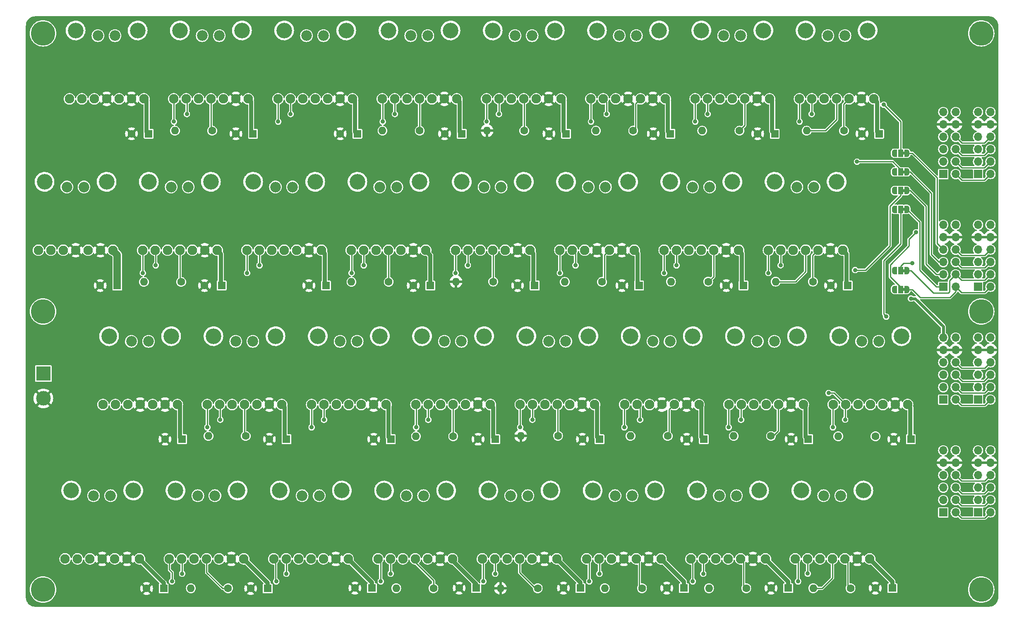
<source format=gbr>
%TF.GenerationSoftware,KiCad,Pcbnew,7.0.0*%
%TF.CreationDate,2024-03-13T15:59:32+01:00*%
%TF.ProjectId,TDM_board,54444d5f-626f-4617-9264-2e6b69636164,rev?*%
%TF.SameCoordinates,Original*%
%TF.FileFunction,Copper,L2,Bot*%
%TF.FilePolarity,Positive*%
%FSLAX46Y46*%
G04 Gerber Fmt 4.6, Leading zero omitted, Abs format (unit mm)*
G04 Created by KiCad (PCBNEW 7.0.0) date 2024-03-13 15:59:32*
%MOMM*%
%LPD*%
G01*
G04 APERTURE LIST*
G04 Aperture macros list*
%AMFreePoly0*
4,1,19,0.550000,-0.750000,0.000000,-0.750000,0.000000,-0.744911,-0.071157,-0.744911,-0.207708,-0.704816,-0.327430,-0.627875,-0.420627,-0.520320,-0.479746,-0.390866,-0.500000,-0.250000,-0.500000,0.250000,-0.479746,0.390866,-0.420627,0.520320,-0.327430,0.627875,-0.207708,0.704816,-0.071157,0.744911,0.000000,0.744911,0.000000,0.750000,0.550000,0.750000,0.550000,-0.750000,0.550000,-0.750000,
$1*%
%AMFreePoly1*
4,1,19,0.000000,0.744911,0.071157,0.744911,0.207708,0.704816,0.327430,0.627875,0.420627,0.520320,0.479746,0.390866,0.500000,0.250000,0.500000,-0.250000,0.479746,-0.390866,0.420627,-0.520320,0.327430,-0.627875,0.207708,-0.704816,0.071157,-0.744911,0.000000,-0.744911,0.000000,-0.750000,-0.550000,-0.750000,-0.550000,0.750000,0.000000,0.750000,0.000000,0.744911,0.000000,0.744911,
$1*%
G04 Aperture macros list end*
%TA.AperFunction,ComponentPad*%
%ADD10C,3.200000*%
%TD*%
%TA.AperFunction,ComponentPad*%
%ADD11C,1.600000*%
%TD*%
%TA.AperFunction,ComponentPad*%
%ADD12O,1.600000X1.600000*%
%TD*%
%TA.AperFunction,ComponentPad*%
%ADD13C,1.930400*%
%TD*%
%TA.AperFunction,ComponentPad*%
%ADD14C,2.184400*%
%TD*%
%TA.AperFunction,ComponentPad*%
%ADD15R,1.600000X1.600000*%
%TD*%
%TA.AperFunction,ComponentPad*%
%ADD16R,1.700000X1.700000*%
%TD*%
%TA.AperFunction,ComponentPad*%
%ADD17O,1.700000X1.700000*%
%TD*%
%TA.AperFunction,ComponentPad*%
%ADD18C,5.000000*%
%TD*%
%TA.AperFunction,ComponentPad*%
%ADD19R,3.000000X3.000000*%
%TD*%
%TA.AperFunction,ComponentPad*%
%ADD20C,3.000000*%
%TD*%
%TA.AperFunction,SMDPad,CuDef*%
%ADD21FreePoly0,180.000000*%
%TD*%
%TA.AperFunction,SMDPad,CuDef*%
%ADD22R,1.000000X1.500000*%
%TD*%
%TA.AperFunction,SMDPad,CuDef*%
%ADD23FreePoly1,180.000000*%
%TD*%
%TA.AperFunction,ViaPad*%
%ADD24C,0.900000*%
%TD*%
%TA.AperFunction,ViaPad*%
%ADD25C,0.906400*%
%TD*%
%TA.AperFunction,Conductor*%
%ADD26C,0.812800*%
%TD*%
%TA.AperFunction,Conductor*%
%ADD27C,0.254000*%
%TD*%
%TA.AperFunction,Conductor*%
%ADD28C,1.500000*%
%TD*%
%TA.AperFunction,Conductor*%
%ADD29C,0.600000*%
%TD*%
G04 APERTURE END LIST*
%TO.C,JP2*%
G36*
X229422466Y-56532572D02*
G01*
X228922466Y-56532572D01*
X228922466Y-55932572D01*
X229422466Y-55932572D01*
X229422466Y-56532572D01*
G37*
%TO.C,JP3*%
G36*
X229422466Y-52697572D02*
G01*
X228922466Y-52697572D01*
X228922466Y-52097572D01*
X229422466Y-52097572D01*
X229422466Y-52697572D01*
G37*
%TO.C,JP1*%
G36*
X229422466Y-60367572D02*
G01*
X228922466Y-60367572D01*
X228922466Y-59767572D01*
X229422466Y-59767572D01*
X229422466Y-60367572D01*
G37*
%TO.C,JP6*%
G36*
X229422466Y-72944000D02*
G01*
X228922466Y-72944000D01*
X228922466Y-72344000D01*
X229422466Y-72344000D01*
X229422466Y-72944000D01*
G37*
%TO.C,JP4*%
G36*
X229422466Y-48862572D02*
G01*
X228922466Y-48862572D01*
X228922466Y-48262572D01*
X229422466Y-48262572D01*
X229422466Y-48862572D01*
G37*
%TO.C,JP5*%
G36*
X229422466Y-76779000D02*
G01*
X228922466Y-76779000D01*
X228922466Y-76179000D01*
X229422466Y-76179000D01*
X229422466Y-76779000D01*
G37*
%TD*%
D10*
%TO.P,50,P$1*%
%TO.N,N/C*%
X92824086Y-117688858D03*
%TD*%
%TO.P,U$28,P$1*%
%TO.N,N/C*%
X179072471Y-23409154D03*
%TD*%
%TO.P,4,P$1*%
%TO.N,N/C*%
X115055240Y-23409154D03*
%TD*%
%TO.P,34,P$1*%
%TO.N,N/C*%
X100578196Y-86061920D03*
%TD*%
D11*
%TO.P,R1,1*%
%TO.N,GAIN_C1_B0*%
X87630000Y-43942000D03*
D12*
%TO.P,R1,2*%
%TO.N,GAIN_C7_B0*%
X80009999Y-43941999D03*
%TD*%
D11*
%TO.P,R14,1*%
%TO.N,GAIN_C3_B2*%
X136956800Y-106578400D03*
D12*
%TO.P,R14,2*%
%TO.N,GAIN_C7_B0*%
X129336799Y-106578399D03*
%TD*%
D10*
%TO.P,61,P$1*%
%TO.N,N/C*%
X208188080Y-117688858D03*
%TD*%
D13*
%TO.P, 26,1,Pin_1*%
%TO.N,GAIN_C7_B0*%
X115454999Y-131703000D03*
%TO.P, 26,2,Pin_2*%
%TO.N,GAIN_C0_B0*%
X112914999Y-131703000D03*
%TO.P, 26,3,Pin_3*%
%TO.N,GAIN_C7_B0*%
X110374999Y-131703000D03*
%TO.P, 26,4,Pin_4*%
%TO.N,GAIN_C2_B3*%
X107834999Y-131703000D03*
%TO.P, 26,5,Pin_5*%
%TO.N,DIN_BANK3*%
X105294999Y-131703000D03*
%TO.P, 26,6,Pin_6*%
%TO.N,BCLK_C0_B3*%
X102754999Y-131703000D03*
%TO.P, 26,7,Pin_7*%
%TO.N,LRBCLK_C0_B3*%
X100214999Y-131703000D03*
%TD*%
D14*
%TO.P,X23,1,Pin_1*%
%TO.N,Net-(X23-Pin_1)*%
X220530731Y-87122062D03*
%TO.P,X23,2,Pin_2*%
%TO.N,Net-(X23-Pin_2)*%
X224030731Y-87122062D03*
%TD*%
D11*
%TO.P,R20,1*%
%TO.N,GAIN_C3_B3*%
X132904573Y-137718800D03*
D12*
%TO.P,R20,2*%
%TO.N,GAIN_C7_B0*%
X125284572Y-137718799D03*
%TD*%
D15*
%TO.P,C156,1*%
%TO.N,GAIN_C7_B0*%
X102828604Y-107172299D03*
D11*
%TO.P,C156,2*%
%TO.N,GAIN_C0_B0*%
X99328605Y-107172300D03*
%TD*%
D10*
%TO.P,U$97,P$1*%
%TO.N,N/C*%
X194616211Y-86061920D03*
%TD*%
D11*
%TO.P,R5,1*%
%TO.N,MODE_C6_B0*%
X195529200Y-43942000D03*
D12*
%TO.P,R5,2*%
%TO.N,GAIN_C7_B0*%
X187909199Y-43941999D03*
%TD*%
D10*
%TO.P,U$35,P$1*%
%TO.N,N/C*%
X221750626Y-23409154D03*
%TD*%
D16*
%TO.P,JE1,1,Pin_1*%
%TO.N,Net-(JE1-Pin_1)*%
X244355933Y-52826213D03*
D17*
%TO.P,JE1,2,Pin_2*%
%TO.N,Net-(JE1-Pin_2)*%
X244355933Y-50286213D03*
%TO.P,JE1,3,Pin_3*%
%TO.N,Net-(JE1-Pin_3)*%
X244355933Y-47746213D03*
%TO.P,JE1,4,Pin_4*%
%TO.N,Net-(JE1-Pin_4)*%
X244355933Y-45206213D03*
%TO.P,JE1,5,Pin_5*%
%TO.N,GAIN_C0_B0*%
X244355933Y-42666213D03*
%TO.P,JE1,6,Pin_6*%
%TO.N,VCC*%
X244355933Y-40126213D03*
%TO.P,JE1,7,Pin_7*%
%TO.N,Net-(JE1-Pin_7)*%
X246895933Y-52826213D03*
%TO.P,JE1,8,Pin_8*%
%TO.N,Net-(JE1-Pin_8)*%
X246895933Y-50286213D03*
%TO.P,JE1,9,Pin_9*%
%TO.N,Net-(JE1-Pin_9)*%
X246895933Y-47746213D03*
%TO.P,JE1,10,Pin_10*%
%TO.N,Net-(JE1-Pin_10)*%
X246895933Y-45206213D03*
%TO.P,JE1,11,Pin_11*%
%TO.N,GAIN_C0_B0*%
X246895933Y-42666213D03*
%TO.P,JE1,12,Pin_12*%
%TO.N,VCC*%
X246895933Y-40126213D03*
%TD*%
D10*
%TO.P,5,P$1*%
%TO.N,N/C*%
X123694317Y-23409154D03*
%TD*%
%TO.P,,P$1*%
%TO.N,N/C*%
X59677086Y-23409154D03*
%TD*%
%TO.P,U$42,P$1*%
%TO.N,N/C*%
X53320134Y-54425634D03*
%TD*%
%TO.P,U$10,P$1*%
%TO.N,N/C*%
X59677086Y-23409154D03*
%TD*%
%TO.P,11,P$1*%
%TO.N,N/C*%
X187711548Y-23409154D03*
%TD*%
D14*
%TO.P,X14,1,Pin_1*%
%TO.N,Net-(X14-Pin_1)*%
X185940476Y-55485776D03*
%TO.P,X14,2,Pin_2*%
%TO.N,Net-(X14-Pin_2)*%
X189440476Y-55485776D03*
%TD*%
%TO.P,X3,1,Pin_1*%
%TO.N,Net-(X3-Pin_1)*%
X128261231Y-24469296D03*
%TO.P,X3,2,Pin_2*%
%TO.N,Net-(X3-Pin_2)*%
X131761231Y-24469296D03*
%TD*%
D10*
%TO.P,36,P$1*%
%TO.N,N/C*%
X121925799Y-86061920D03*
%TD*%
%TO.P,7,P$1*%
%TO.N,N/C*%
X145033394Y-23409154D03*
%TD*%
%TO.P,U$128,P$1*%
%TO.N,N/C*%
X199544081Y-117688858D03*
%TD*%
%TO.P,U$113,P$1*%
%TO.N,N/C*%
X101468085Y-117688858D03*
%TD*%
D15*
%TO.P,C165,1*%
%TO.N,GAIN_C7_B0*%
X120339999Y-137683199D03*
D11*
%TO.P,C165,2*%
%TO.N,GAIN_C0_B0*%
X116840000Y-137683200D03*
%TD*%
%TO.P,R4,1*%
%TO.N,MODE_C5_B0*%
X173786800Y-43942000D03*
D12*
%TO.P,R4,2*%
%TO.N,GAIN_C7_B0*%
X166166799Y-43941999D03*
%TD*%
D10*
%TO.P,18,P$1*%
%TO.N,N/C*%
X87362372Y-54425634D03*
%TD*%
D15*
%TO.P,C167,1*%
%TO.N,GAIN_C7_B0*%
X163011999Y-137683199D03*
D11*
%TO.P,C167,2*%
%TO.N,GAIN_C0_B0*%
X159512000Y-137683200D03*
%TD*%
D10*
%TO.P,47,P$1*%
%TO.N,N/C*%
X58780087Y-117688858D03*
%TD*%
%TO.P,U$125,P$1*%
%TO.N,N/C*%
X165500082Y-117688858D03*
%TD*%
%TO.P,U$122,P$1*%
%TO.N,N/C*%
X144156083Y-117688858D03*
%TD*%
D14*
%TO.P,X26,1,Pin_1*%
%TO.N,Net-(X26-Pin_1)*%
X106034999Y-118749000D03*
%TO.P,X26,2,Pin_2*%
%TO.N,Net-(X26-Pin_2)*%
X109534999Y-118749000D03*
%TD*%
D16*
%TO.P,JC1,1,Pin_1*%
%TO.N,Net-(JC1-Pin_1)*%
X244355933Y-99054213D03*
D17*
%TO.P,JC1,2,Pin_2*%
%TO.N,Net-(JC1-Pin_2)*%
X244355933Y-96514213D03*
%TO.P,JC1,3,Pin_3*%
%TO.N,Net-(JC1-Pin_3)*%
X244355933Y-93974213D03*
%TO.P,JC1,4,Pin_4*%
%TO.N,Net-(JC1-Pin_4)*%
X244355933Y-91434213D03*
%TO.P,JC1,5,Pin_5*%
%TO.N,GAIN_C0_B0*%
X244355933Y-88894213D03*
%TO.P,JC1,6,Pin_6*%
%TO.N,VCC*%
X244355933Y-86354213D03*
%TO.P,JC1,7,Pin_7*%
%TO.N,Net-(JC1-Pin_7)*%
X246895933Y-99054213D03*
%TO.P,JC1,8,Pin_8*%
%TO.N,Net-(JC1-Pin_8)*%
X246895933Y-96514213D03*
%TO.P,JC1,9,Pin_9*%
%TO.N,Net-(JC1-Pin_9)*%
X246895933Y-93974213D03*
%TO.P,JC1,10,Pin_10*%
%TO.N,Net-(JC1-Pin_10)*%
X246895933Y-91434213D03*
%TO.P,JC1,11,Pin_11*%
%TO.N,GAIN_C0_B0*%
X246895933Y-88894213D03*
%TO.P,JC1,12,Pin_12*%
%TO.N,VCC*%
X246895933Y-86354213D03*
%TD*%
D14*
%TO.P,X4,1,Pin_1*%
%TO.N,Net-(X4-Pin_1)*%
X149600308Y-24469296D03*
%TO.P,X4,2,Pin_2*%
%TO.N,Net-(X4-Pin_2)*%
X153100308Y-24469296D03*
%TD*%
D10*
%TO.P,48,P$1*%
%TO.N,N/C*%
X71480087Y-117688858D03*
%TD*%
D18*
%TO.P,,1*%
%TO.N,N/C*%
X245000000Y-138000000D03*
%TD*%
D10*
%TO.P,49,P$1*%
%TO.N,N/C*%
X80124086Y-117688858D03*
%TD*%
D14*
%TO.P,X7,1,Pin_1*%
%TO.N,Net-(X7-Pin_1)*%
X213617540Y-24469296D03*
%TO.P,X7,2,Pin_2*%
%TO.N,Net-(X7-Pin_2)*%
X217117540Y-24469296D03*
%TD*%
D13*
%TO.P, 20,1,Pin_1*%
%TO.N,GAIN_C7_B0*%
X165907919Y-100076062D03*
%TO.P, 20,2,Pin_2*%
%TO.N,GAIN_C0_B0*%
X163367919Y-100076062D03*
%TO.P, 20,3,Pin_3*%
%TO.N,GAIN_C7_B0*%
X160827919Y-100076062D03*
%TO.P, 20,4,Pin_4*%
%TO.N,GAIN_C4_B2*%
X158287919Y-100076062D03*
%TO.P, 20,5,Pin_5*%
%TO.N,DIN_BANK2*%
X155747919Y-100076062D03*
%TO.P, 20,6,Pin_6*%
%TO.N,BCLK_C0_B2*%
X153207919Y-100076062D03*
%TO.P, 20,7,Pin_7*%
%TO.N,LRBCLK_C0_B2*%
X150667919Y-100076062D03*
%TD*%
%TO.P, 12,1,Pin_1*%
%TO.N,GAIN_C7_B0*%
X152676000Y-68439776D03*
%TO.P, 12,2,Pin_2*%
%TO.N,GAIN_C0_B0*%
X150136000Y-68439776D03*
%TO.P, 12,3,Pin_3*%
%TO.N,GAIN_C7_B0*%
X147596000Y-68439776D03*
%TO.P, 12,4,Pin_4*%
%TO.N,GAIN_C4_B1*%
X145056000Y-68439776D03*
%TO.P, 12,5,Pin_5*%
%TO.N,DIN_BANK1*%
X142516000Y-68439776D03*
%TO.P, 12,6,Pin_6*%
%TO.N,BCLK_C0_B1*%
X139976000Y-68439776D03*
%TO.P, 12,7,Pin_7*%
%TO.N,LRBCLK_C0_B1*%
X137436000Y-68439776D03*
%TD*%
D10*
%TO.P,23,P$1*%
%TO.N,N/C*%
X138689086Y-54425634D03*
%TD*%
%TO.P,U$92,P$1*%
%TO.N,N/C*%
X185968608Y-86061920D03*
%TD*%
D15*
%TO.P,C139,1*%
%TO.N,GAIN_C7_B0*%
X74620955Y-44576999D03*
D11*
%TO.P,C139,2*%
%TO.N,GAIN_C0_B0*%
X71120956Y-44577000D03*
%TD*%
D19*
%TO.P,J100,1,Pin_1*%
%TO.N,GAIN_C7_B0*%
X53085999Y-93725999D03*
D20*
%TO.P,J100,2,Pin_2*%
%TO.N,GAIN_C0_B0*%
X53086000Y-98806000D03*
%TD*%
D15*
%TO.P,C154,1*%
%TO.N,GAIN_C7_B0*%
X217685619Y-75679005D03*
D11*
%TO.P,C154,2*%
%TO.N,GAIN_C0_B0*%
X214185620Y-75679006D03*
%TD*%
D10*
%TO.P,U$99,P$1*%
%TO.N,N/C*%
X228663817Y-86061920D03*
%TD*%
D15*
%TO.P,C144,1*%
%TO.N,GAIN_C7_B0*%
X181391665Y-44576999D03*
D11*
%TO.P,C144,2*%
%TO.N,GAIN_C0_B0*%
X177891666Y-44577000D03*
%TD*%
%TO.P,R17,1*%
%TO.N,MODE_C6_B2*%
X201980800Y-106527600D03*
D12*
%TO.P,R17,2*%
%TO.N,GAIN_C7_B0*%
X194360799Y-106527599D03*
%TD*%
D15*
%TO.P,C157,1*%
%TO.N,GAIN_C7_B0*%
X124182746Y-107172299D03*
D11*
%TO.P,C157,2*%
%TO.N,GAIN_C0_B0*%
X120682747Y-107172300D03*
%TD*%
D10*
%TO.P,U$76,P$1*%
%TO.N,N/C*%
X100578196Y-86061920D03*
%TD*%
D16*
%TO.P,JE2,1,Pin_1*%
%TO.N,Net-(JE1-Pin_1)*%
X237235999Y-52831999D03*
D17*
%TO.P,JE2,2,Pin_2*%
%TO.N,Net-(JE1-Pin_2)*%
X237235999Y-50291999D03*
%TO.P,JE2,3,Pin_3*%
%TO.N,Net-(JE1-Pin_3)*%
X237235999Y-47751999D03*
%TO.P,JE2,4,Pin_4*%
%TO.N,Net-(JE1-Pin_4)*%
X237235999Y-45211999D03*
%TO.P,JE2,5,Pin_5*%
%TO.N,GAIN_C0_B0*%
X237235999Y-42671999D03*
%TO.P,JE2,6,Pin_6*%
%TO.N,VCC*%
X237235999Y-40131999D03*
%TO.P,JE2,7,Pin_7*%
%TO.N,Net-(JE1-Pin_7)*%
X239775999Y-52831999D03*
%TO.P,JE2,8,Pin_8*%
%TO.N,Net-(JE1-Pin_8)*%
X239775999Y-50291999D03*
%TO.P,JE2,9,Pin_9*%
%TO.N,Net-(JE1-Pin_9)*%
X239775999Y-47751999D03*
%TO.P,JE2,10,Pin_10*%
%TO.N,Net-(JE1-Pin_10)*%
X239775999Y-45211999D03*
%TO.P,JE2,11,Pin_11*%
%TO.N,GAIN_C0_B0*%
X239775999Y-42671999D03*
%TO.P,JE2,12,Pin_12*%
%TO.N,VCC*%
X239775999Y-40131999D03*
%TD*%
D10*
%TO.P,21,P$1*%
%TO.N,N/C*%
X117346848Y-54425634D03*
%TD*%
D18*
%TO.P,,1*%
%TO.N,N/C*%
X53000000Y-138000000D03*
%TD*%
D10*
%TO.P,1,P$1*%
%TO.N,N/C*%
X81016163Y-23409154D03*
%TD*%
D18*
%TO.P,,1*%
%TO.N,N/C*%
X53000000Y-24000000D03*
%TD*%
D11*
%TO.P,R11,1*%
%TO.N,MODE_C6_B1*%
X189128400Y-74879200D03*
D12*
%TO.P,R11,2*%
%TO.N,GAIN_C7_B0*%
X181508399Y-74879199D03*
%TD*%
D10*
%TO.P,U$81,P$1*%
%TO.N,N/C*%
X109225799Y-86061920D03*
%TD*%
D14*
%TO.P,X13,1,Pin_1*%
%TO.N,Net-(X13-Pin_1)*%
X164598238Y-55485776D03*
%TO.P,X13,2,Pin_2*%
%TO.N,Net-(X13-Pin_2)*%
X168098238Y-55485776D03*
%TD*%
D16*
%TO.P,JD1,1,Pin_1*%
%TO.N,Net-(JD1-Pin_1)*%
X244355933Y-75940213D03*
D17*
%TO.P,JD1,2,Pin_2*%
%TO.N,Net-(JD1-Pin_2)*%
X244355933Y-73400213D03*
%TO.P,JD1,3,Pin_3*%
%TO.N,Net-(JD1-Pin_3)*%
X244355933Y-70860213D03*
%TO.P,JD1,4,Pin_4*%
%TO.N,Net-(JD1-Pin_4)*%
X244355933Y-68320213D03*
%TO.P,JD1,5,Pin_5*%
%TO.N,GAIN_C0_B0*%
X244355933Y-65780213D03*
%TO.P,JD1,6,Pin_6*%
%TO.N,VCC*%
X244355933Y-63240213D03*
%TO.P,JD1,7,Pin_7*%
%TO.N,Net-(JD1-Pin_7)*%
X246895933Y-75940213D03*
%TO.P,JD1,8,Pin_8*%
%TO.N,Net-(JD1-Pin_8)*%
X246895933Y-73400213D03*
%TO.P,JD1,9,Pin_9*%
%TO.N,Net-(JD1-Pin_9)*%
X246895933Y-70860213D03*
%TO.P,JD1,10,Pin_10*%
%TO.N,Net-(JD1-Pin_10)*%
X246895933Y-68320213D03*
%TO.P,JD1,11,Pin_11*%
%TO.N,GAIN_C0_B0*%
X246895933Y-65780213D03*
%TO.P,JD1,12,Pin_12*%
%TO.N,VCC*%
X246895933Y-63240213D03*
%TD*%
D14*
%TO.P,X27,1,Pin_1*%
%TO.N,Net-(X27-Pin_1)*%
X127378998Y-118749000D03*
%TO.P,X27,2,Pin_2*%
%TO.N,Net-(X27-Pin_2)*%
X130878998Y-118749000D03*
%TD*%
D10*
%TO.P,58,P$1*%
%TO.N,N/C*%
X178200082Y-117688858D03*
%TD*%
D11*
%TO.P,R19,1*%
%TO.N,GAIN_C1_B3*%
X90881200Y-137718800D03*
D12*
%TO.P,R19,2*%
%TO.N,GAIN_C7_B0*%
X83261199Y-137718799D03*
%TD*%
D10*
%TO.P,25,P$1*%
%TO.N,N/C*%
X160031324Y-54425634D03*
%TD*%
D13*
%TO.P, 27,1,Pin_1*%
%TO.N,GAIN_C7_B0*%
X136798998Y-131703000D03*
%TO.P, 27,2,Pin_2*%
%TO.N,GAIN_C0_B0*%
X134258998Y-131703000D03*
%TO.P, 27,3,Pin_3*%
%TO.N,GAIN_C7_B0*%
X131718998Y-131703000D03*
%TO.P, 27,4,Pin_4*%
%TO.N,GAIN_C3_B3*%
X129178998Y-131703000D03*
%TO.P, 27,5,Pin_5*%
%TO.N,DIN_BANK3*%
X126638998Y-131703000D03*
%TO.P, 27,6,Pin_6*%
%TO.N,BCLK_C0_B3*%
X124098998Y-131703000D03*
%TO.P, 27,7,Pin_7*%
%TO.N,LRBCLK_C0_B3*%
X121558998Y-131703000D03*
%TD*%
D10*
%TO.P,29,P$1*%
%TO.N,N/C*%
X202715804Y-54425634D03*
%TD*%
D11*
%TO.P,R23,1*%
%TO.N,MODE_C6_B3*%
X196912573Y-137718800D03*
D12*
%TO.P,R23,2*%
%TO.N,GAIN_C7_B0*%
X189292572Y-137718799D03*
%TD*%
D10*
%TO.P,59,P$1*%
%TO.N,N/C*%
X186844081Y-117688858D03*
%TD*%
D15*
%TO.P,C143,1*%
%TO.N,GAIN_C7_B0*%
X160037523Y-44576999D03*
D11*
%TO.P,C143,2*%
%TO.N,GAIN_C0_B0*%
X156537524Y-44577000D03*
%TD*%
D13*
%TO.P, 18,1,Pin_1*%
%TO.N,GAIN_C7_B0*%
X123212713Y-100076062D03*
%TO.P, 18,2,Pin_2*%
%TO.N,GAIN_C0_B0*%
X120672713Y-100076062D03*
%TO.P, 18,3,Pin_3*%
%TO.N,GAIN_C7_B0*%
X118132713Y-100076062D03*
%TO.P, 18,4,Pin_4*%
%TO.N,GAIN_C2_B2*%
X115592713Y-100076062D03*
%TO.P, 18,5,Pin_5*%
%TO.N,DIN_BANK2*%
X113052713Y-100076062D03*
%TO.P, 18,6,Pin_6*%
%TO.N,BCLK_C0_B2*%
X110512713Y-100076062D03*
%TO.P, 18,7,Pin_7*%
%TO.N,LRBCLK_C0_B2*%
X107972713Y-100076062D03*
%TD*%
D11*
%TO.P,R8,1*%
%TO.N,GAIN_C3_B1*%
X123748800Y-74930000D03*
D12*
%TO.P,R8,2*%
%TO.N,GAIN_C7_B0*%
X116128799Y-74929999D03*
%TD*%
D10*
%TO.P,,P$1*%
%TO.N,N/C*%
X72377086Y-23409154D03*
%TD*%
%TO.P,37,P$1*%
%TO.N,N/C*%
X130573402Y-86061920D03*
%TD*%
D13*
%TO.P, 10,1,Pin_1*%
%TO.N,GAIN_C7_B0*%
X109991524Y-68439776D03*
%TO.P, 10,2,Pin_2*%
%TO.N,GAIN_C0_B0*%
X107451524Y-68439776D03*
%TO.P, 10,3,Pin_3*%
%TO.N,GAIN_C7_B0*%
X104911524Y-68439776D03*
%TO.P, 10,4,Pin_4*%
%TO.N,GAIN_C2_B1*%
X102371524Y-68439776D03*
%TO.P, 10,5,Pin_5*%
%TO.N,DIN_BANK1*%
X99831524Y-68439776D03*
%TO.P, 10,6,Pin_6*%
%TO.N,BCLK_C0_B1*%
X97291524Y-68439776D03*
%TO.P, 10,7,Pin_7*%
%TO.N,LRBCLK_C0_B1*%
X94751524Y-68439776D03*
%TD*%
D10*
%TO.P,26,P$1*%
%TO.N,N/C*%
X172731324Y-54425634D03*
%TD*%
D15*
%TO.P,C142,1*%
%TO.N,GAIN_C7_B0*%
X138683381Y-44576999D03*
D11*
%TO.P,C142,2*%
%TO.N,GAIN_C0_B0*%
X135183382Y-44577000D03*
%TD*%
D10*
%TO.P,U$32,P$1*%
%TO.N,N/C*%
X200411548Y-23409154D03*
%TD*%
%TO.P,17,P$1*%
%TO.N,N/C*%
X74662372Y-54425634D03*
%TD*%
D14*
%TO.P,X6,1,Pin_1*%
%TO.N,Net-(X6-Pin_1)*%
X192278462Y-24469296D03*
%TO.P,X6,2,Pin_2*%
%TO.N,Net-(X6-Pin_2)*%
X195778462Y-24469296D03*
%TD*%
D13*
%TO.P, 21,1,Pin_1*%
%TO.N,GAIN_C7_B0*%
X187255522Y-100076062D03*
%TO.P, 21,2,Pin_2*%
%TO.N,GAIN_C0_B0*%
X184715522Y-100076062D03*
%TO.P, 21,3,Pin_3*%
%TO.N,MODE_C5_B2*%
X182175522Y-100076062D03*
%TO.P, 21,4,Pin_4*%
%TO.N,GAIN_C0_B0*%
X179635522Y-100076062D03*
%TO.P, 21,5,Pin_5*%
%TO.N,DIN_BANK2*%
X177095522Y-100076062D03*
%TO.P, 21,6,Pin_6*%
%TO.N,BCLK_C0_B2*%
X174555522Y-100076062D03*
%TO.P, 21,7,Pin_7*%
%TO.N,LRBCLK_C0_B2*%
X172015522Y-100076062D03*
%TD*%
D16*
%TO.P,JD2,1,Pin_1*%
%TO.N,Net-(JD1-Pin_1)*%
X237235999Y-75945999D03*
D17*
%TO.P,JD2,2,Pin_2*%
%TO.N,Net-(JD1-Pin_2)*%
X237235999Y-73405999D03*
%TO.P,JD2,3,Pin_3*%
%TO.N,Net-(JD1-Pin_3)*%
X237235999Y-70865999D03*
%TO.P,JD2,4,Pin_4*%
%TO.N,Net-(JD1-Pin_4)*%
X237235999Y-68325999D03*
%TO.P,JD2,5,Pin_5*%
%TO.N,GAIN_C0_B0*%
X237235999Y-65785999D03*
%TO.P,JD2,6,Pin_6*%
%TO.N,VCC*%
X237235999Y-63245999D03*
%TO.P,JD2,7,Pin_7*%
%TO.N,Net-(JD1-Pin_7)*%
X239775999Y-75945999D03*
%TO.P,JD2,8,Pin_8*%
%TO.N,Net-(JD1-Pin_8)*%
X239775999Y-73405999D03*
%TO.P,JD2,9,Pin_9*%
%TO.N,Net-(JD1-Pin_9)*%
X239775999Y-70865999D03*
%TO.P,JD2,10,Pin_10*%
%TO.N,Net-(JD1-Pin_10)*%
X239775999Y-68325999D03*
%TO.P,JD2,11,Pin_11*%
%TO.N,GAIN_C0_B0*%
X239775999Y-65785999D03*
%TO.P,JD2,12,Pin_12*%
%TO.N,VCC*%
X239775999Y-63245999D03*
%TD*%
D14*
%TO.P,X24,1,Pin_1*%
%TO.N,Net-(X24-Pin_1)*%
X63347001Y-118749000D03*
%TO.P,X24,2,Pin_2*%
%TO.N,Net-(X24-Pin_2)*%
X66847001Y-118749000D03*
%TD*%
D10*
%TO.P,U$74,P$1*%
%TO.N,N/C*%
X66530593Y-86061920D03*
%TD*%
%TO.P,U$89,P$1*%
%TO.N,N/C*%
X164621005Y-86061920D03*
%TD*%
D15*
%TO.P,C162,1*%
%TO.N,GAIN_C7_B0*%
X230603999Y-107172799D03*
D11*
%TO.P,C162,2*%
%TO.N,GAIN_C0_B0*%
X227104000Y-107172800D03*
%TD*%
D10*
%TO.P,U$41,P$1*%
%TO.N,N/C*%
X66020134Y-54425634D03*
%TD*%
%TO.P,40,P$1*%
%TO.N,N/C*%
X164621005Y-86061920D03*
%TD*%
D13*
%TO.P, 28,1,Pin_1*%
%TO.N,GAIN_C7_B0*%
X158142997Y-131703000D03*
%TO.P, 28,2,Pin_2*%
%TO.N,GAIN_C0_B0*%
X155602997Y-131703000D03*
%TO.P, 28,3,Pin_3*%
%TO.N,GAIN_C7_B0*%
X153062997Y-131703000D03*
%TO.P, 28,4,Pin_4*%
%TO.N,GAIN_C4_B3*%
X150522997Y-131703000D03*
%TO.P, 28,5,Pin_5*%
%TO.N,DIN_BANK3*%
X147982997Y-131703000D03*
%TO.P, 28,6,Pin_6*%
%TO.N,BCLK_C0_B3*%
X145442997Y-131703000D03*
%TO.P, 28,7,Pin_7*%
%TO.N,LRBCLK_C0_B3*%
X142902997Y-131703000D03*
%TD*%
D18*
%TO.P,,1*%
%TO.N,N/C*%
X53000000Y-138000000D03*
%TD*%
D15*
%TO.P,C166,1*%
%TO.N,GAIN_C7_B0*%
X141675999Y-137683199D03*
D11*
%TO.P,C166,2*%
%TO.N,GAIN_C0_B0*%
X138176000Y-137683200D03*
%TD*%
D10*
%TO.P,U$90,P$1*%
%TO.N,N/C*%
X151921005Y-86061920D03*
%TD*%
%TO.P,U$57,P$1*%
%TO.N,N/C*%
X151389086Y-54425634D03*
%TD*%
D13*
%TO.P, 5,1,Pin_1*%
%TO.N,GAIN_C7_B0*%
X180359385Y-37423296D03*
%TO.P, 5,2,Pin_2*%
%TO.N,GAIN_C0_B0*%
X177819385Y-37423296D03*
%TO.P, 5,3,Pin_3*%
%TO.N,MODE_C5_B0*%
X175279385Y-37423296D03*
%TO.P, 5,4,Pin_4*%
%TO.N,GAIN_C0_B0*%
X172739385Y-37423296D03*
%TO.P, 5,5,Pin_5*%
%TO.N,DIN_BANK0*%
X170199385Y-37423296D03*
%TO.P, 5,6,Pin_6*%
%TO.N,BCLK_C0_B0*%
X167659385Y-37423296D03*
%TO.P, 5,7,Pin_7*%
%TO.N,LRBCLK_C0_B0*%
X165119385Y-37423296D03*
%TD*%
D10*
%TO.P,U$58,P$1*%
%TO.N,N/C*%
X138689086Y-54425634D03*
%TD*%
%TO.P,2,P$1*%
%TO.N,N/C*%
X93716163Y-23409154D03*
%TD*%
D13*
%TO.P, 16,1,Pin_1*%
%TO.N,GAIN_C7_B0*%
X80517507Y-100076062D03*
%TO.P, 16,2,Pin_2*%
%TO.N,GAIN_C0_B0*%
X77977507Y-100076062D03*
%TO.P, 16,3,Pin_3*%
%TO.N,GAIN_C7_B0*%
X75437507Y-100076062D03*
%TO.P, 16,4,Pin_4*%
%TO.N,GAIN_C0_B0*%
X72897507Y-100076062D03*
%TO.P, 16,5,Pin_5*%
%TO.N,DIN_BANK2*%
X70357507Y-100076062D03*
%TO.P, 16,6,Pin_6*%
%TO.N,BCLK_C0_B2*%
X67817507Y-100076062D03*
%TO.P, 16,7,Pin_7*%
%TO.N,LRBCLK_C0_B2*%
X65277507Y-100076062D03*
%TD*%
D15*
%TO.P,C153,1*%
%TO.N,GAIN_C7_B0*%
X196331471Y-75679005D03*
D11*
%TO.P,C153,2*%
%TO.N,GAIN_C0_B0*%
X192831472Y-75679006D03*
%TD*%
D13*
%TO.P, 13,1,Pin_1*%
%TO.N,GAIN_C7_B0*%
X174018238Y-68439776D03*
%TO.P, 13,2,Pin_2*%
%TO.N,GAIN_C0_B0*%
X171478238Y-68439776D03*
%TO.P, 13,3,Pin_3*%
%TO.N,MODE_C5_B1*%
X168938238Y-68439776D03*
%TO.P, 13,4,Pin_4*%
%TO.N,GAIN_C0_B0*%
X166398238Y-68439776D03*
%TO.P, 13,5,Pin_5*%
%TO.N,DIN_BANK1*%
X163858238Y-68439776D03*
%TO.P, 13,6,Pin_6*%
%TO.N,BCLK_C0_B1*%
X161318238Y-68439776D03*
%TO.P, 13,7,Pin_7*%
%TO.N,LRBCLK_C0_B1*%
X158778238Y-68439776D03*
%TD*%
D10*
%TO.P,U$45,P$1*%
%TO.N,N/C*%
X74662372Y-54425634D03*
%TD*%
D11*
%TO.P,R12,1*%
%TO.N,MODE_C7_B1*%
X210566000Y-74879200D03*
D12*
%TO.P,R12,2*%
%TO.N,GAIN_C7_B0*%
X202945999Y-74879199D03*
%TD*%
D10*
%TO.P,U$116,P$1*%
%TO.N,N/C*%
X122812084Y-117688858D03*
%TD*%
%TO.P,9,P$1*%
%TO.N,N/C*%
X166372471Y-23409154D03*
%TD*%
%TO.P,U$60,P$1*%
%TO.N,N/C*%
X172731324Y-54425634D03*
%TD*%
D11*
%TO.P,R13,1*%
%TO.N,GAIN_C1_B2*%
X94488000Y-106527600D03*
D12*
%TO.P,R13,2*%
%TO.N,GAIN_C7_B0*%
X86867999Y-106527599D03*
%TD*%
D14*
%TO.P,X22,1,Pin_1*%
%TO.N,Net-(X22-Pin_1)*%
X199183125Y-87122062D03*
%TO.P,X22,2,Pin_2*%
%TO.N,Net-(X22-Pin_2)*%
X202683125Y-87122062D03*
%TD*%
D10*
%TO.P,32,P$1*%
%TO.N,N/C*%
X79230593Y-86061920D03*
%TD*%
%TO.P,U$131,P$1*%
%TO.N,N/C*%
X220888080Y-117688858D03*
%TD*%
%TO.P,U$96,P$1*%
%TO.N,N/C*%
X207316211Y-86061920D03*
%TD*%
D15*
%TO.P,C158,1*%
%TO.N,GAIN_C7_B0*%
X145536888Y-107172299D03*
D11*
%TO.P,C158,2*%
%TO.N,GAIN_C0_B0*%
X142036889Y-107172300D03*
%TD*%
D14*
%TO.P,X9,1,Pin_1*%
%TO.N,Net-(X9-Pin_1)*%
X79229286Y-55485776D03*
%TO.P,X9,2,Pin_2*%
%TO.N,Net-(X9-Pin_2)*%
X82729286Y-55485776D03*
%TD*%
D13*
%TO.P, 15,1,Pin_1*%
%TO.N,GAIN_C7_B0*%
X216702718Y-68439776D03*
%TO.P, 15,2,Pin_2*%
%TO.N,GAIN_C0_B0*%
X214162718Y-68439776D03*
%TO.P, 15,3,Pin_3*%
%TO.N,MODE_C7_B1*%
X211622718Y-68439776D03*
%TO.P, 15,4,Pin_4*%
%TO.N,GAIN_C7_B0*%
X209082718Y-68439776D03*
%TO.P, 15,5,Pin_5*%
%TO.N,DIN_BANK1*%
X206542718Y-68439776D03*
%TO.P, 15,6,Pin_6*%
%TO.N,BCLK_C0_B1*%
X204002718Y-68439776D03*
%TO.P, 15,7,Pin_7*%
%TO.N,LRBCLK_C0_B1*%
X201462718Y-68439776D03*
%TD*%
D15*
%TO.P,C145,1*%
%TO.N,GAIN_C7_B0*%
X202745807Y-44576999D03*
D11*
%TO.P,C145,2*%
%TO.N,GAIN_C0_B0*%
X199245808Y-44577000D03*
%TD*%
D15*
%TO.P,C146,1*%
%TO.N,GAIN_C7_B0*%
X224099955Y-44576999D03*
D11*
%TO.P,C146,2*%
%TO.N,GAIN_C0_B0*%
X220599956Y-44577000D03*
%TD*%
D13*
%TO.P, 22,1,Pin_1*%
%TO.N,GAIN_C7_B0*%
X208603125Y-100076062D03*
%TO.P, 22,2,Pin_2*%
%TO.N,GAIN_C0_B0*%
X206063125Y-100076062D03*
%TO.P, 22,3,Pin_3*%
%TO.N,MODE_C6_B2*%
X203523125Y-100076062D03*
%TO.P, 22,4,Pin_4*%
%TO.N,GAIN_C6_B2*%
X200983125Y-100076062D03*
%TO.P, 22,5,Pin_5*%
%TO.N,DIN_BANK2*%
X198443125Y-100076062D03*
%TO.P, 22,6,Pin_6*%
%TO.N,BCLK_C0_B2*%
X195903125Y-100076062D03*
%TO.P, 22,7,Pin_7*%
%TO.N,LRBCLK_C0_B2*%
X193363125Y-100076062D03*
%TD*%
D11*
%TO.P,R3,1*%
%TO.N,GAIN_C4_B0*%
X151485600Y-43942000D03*
D12*
%TO.P,R3,2*%
%TO.N,GAIN_C0_B0*%
X143865599Y-43941999D03*
%TD*%
D10*
%TO.P,20,P$1*%
%TO.N,N/C*%
X108704610Y-54425634D03*
%TD*%
%TO.P,U$93,P$1*%
%TO.N,N/C*%
X173268608Y-86061920D03*
%TD*%
D15*
%TO.P,C152,1*%
%TO.N,GAIN_C7_B0*%
X174977329Y-75679005D03*
D11*
%TO.P,C152,2*%
%TO.N,GAIN_C0_B0*%
X171477330Y-75679006D03*
%TD*%
D10*
%TO.P,U$61,P$1*%
%TO.N,N/C*%
X160031324Y-54425634D03*
%TD*%
D13*
%TO.P, 14,1,Pin_1*%
%TO.N,GAIN_C7_B0*%
X195360476Y-68439776D03*
%TO.P, 14,2,Pin_2*%
%TO.N,GAIN_C0_B0*%
X192820476Y-68439776D03*
%TO.P, 14,3,Pin_3*%
%TO.N,MODE_C6_B1*%
X190280476Y-68439776D03*
%TO.P, 14,4,Pin_4*%
%TO.N,GAIN_C6_B1*%
X187740476Y-68439776D03*
%TO.P, 14,5,Pin_5*%
%TO.N,DIN_BANK1*%
X185200476Y-68439776D03*
%TO.P, 14,6,Pin_6*%
%TO.N,BCLK_C0_B1*%
X182660476Y-68439776D03*
%TO.P, 14,7,Pin_7*%
%TO.N,LRBCLK_C0_B1*%
X180120476Y-68439776D03*
%TD*%
D10*
%TO.P,28,P$1*%
%TO.N,N/C*%
X194073562Y-54425634D03*
%TD*%
D13*
%TO.P, 29,1,Pin_1*%
%TO.N,GAIN_C7_B0*%
X179486996Y-131703000D03*
%TO.P, 29,2,Pin_2*%
%TO.N,GAIN_C0_B0*%
X176946996Y-131703000D03*
%TO.P, 29,3,Pin_3*%
%TO.N,MODE_C5_B3*%
X174406996Y-131703000D03*
%TO.P, 29,4,Pin_4*%
%TO.N,GAIN_C0_B0*%
X171866996Y-131703000D03*
%TO.P, 29,5,Pin_5*%
%TO.N,DIN_BANK3*%
X169326996Y-131703000D03*
%TO.P, 29,6,Pin_6*%
%TO.N,BCLK_C0_B3*%
X166786996Y-131703000D03*
%TO.P, 29,7,Pin_7*%
%TO.N,LRBCLK_C0_B3*%
X164246996Y-131703000D03*
%TD*%
D10*
%TO.P,U$29,P$1*%
%TO.N,N/C*%
X166372471Y-23409154D03*
%TD*%
%TO.P,U$52,P$1*%
%TO.N,N/C*%
X117346848Y-54425634D03*
%TD*%
D13*
%TO.P, 1,1,Pin_1*%
%TO.N,GAIN_C7_B0*%
X95003077Y-37423296D03*
%TO.P, 1,2,Pin_2*%
%TO.N,GAIN_C0_B0*%
X92463077Y-37423296D03*
%TO.P, 1,3,Pin_3*%
%TO.N,GAIN_C7_B0*%
X89923077Y-37423296D03*
%TO.P, 1,4,Pin_4*%
%TO.N,GAIN_C1_B0*%
X87383077Y-37423296D03*
%TO.P, 1,5,Pin_5*%
%TO.N,DIN_BANK0*%
X84843077Y-37423296D03*
%TO.P, 1,6,Pin_6*%
%TO.N,BCLK_C0_B0*%
X82303077Y-37423296D03*
%TO.P, 1,7,Pin_7*%
%TO.N,LRBCLK_C0_B0*%
X79763077Y-37423296D03*
%TD*%
D10*
%TO.P,U$106,P$1*%
%TO.N,N/C*%
X58780087Y-117688858D03*
%TD*%
D14*
%TO.P,X17,1,Pin_1*%
%TO.N,Net-(X17-Pin_1)*%
X92445110Y-87122062D03*
%TO.P,X17,2,Pin_2*%
%TO.N,Net-(X17-Pin_2)*%
X95945110Y-87122062D03*
%TD*%
D10*
%TO.P,45,P$1*%
%TO.N,N/C*%
X215963817Y-86061920D03*
%TD*%
%TO.P,U$109,P$1*%
%TO.N,N/C*%
X80124086Y-117688858D03*
%TD*%
D15*
%TO.P,C164,1*%
%TO.N,GAIN_C7_B0*%
X99003999Y-137769599D03*
D11*
%TO.P,C164,2*%
%TO.N,GAIN_C0_B0*%
X95504000Y-137769600D03*
%TD*%
D14*
%TO.P,X5,1,Pin_1*%
%TO.N,Net-(X5-Pin_1)*%
X170939385Y-24469296D03*
%TO.P,X5,2,Pin_2*%
%TO.N,Net-(X5-Pin_2)*%
X174439385Y-24469296D03*
%TD*%
D15*
%TO.P,C140,1*%
%TO.N,GAIN_C7_B0*%
X95975097Y-44576999D03*
D11*
%TO.P,C140,2*%
%TO.N,GAIN_C0_B0*%
X92475098Y-44577000D03*
%TD*%
D10*
%TO.P,U$25,P$1*%
%TO.N,N/C*%
X157733394Y-23409154D03*
%TD*%
%TO.P,12,P$1*%
%TO.N,N/C*%
X200411548Y-23409154D03*
%TD*%
%TO.P,46,P$1*%
%TO.N,N/C*%
X228663817Y-86061920D03*
%TD*%
D11*
%TO.P,R10,1*%
%TO.N,MODE_C5_B1*%
X167405200Y-74930000D03*
D12*
%TO.P,R10,2*%
%TO.N,GAIN_C7_B0*%
X159785199Y-74929999D03*
%TD*%
D10*
%TO.P,U$19,P$1*%
%TO.N,N/C*%
X136394317Y-23409154D03*
%TD*%
%TO.P,U$73,P$1*%
%TO.N,N/C*%
X79230593Y-86061920D03*
%TD*%
%TO.P,35,P$1*%
%TO.N,N/C*%
X109225799Y-86061920D03*
%TD*%
%TO.P,38,P$1*%
%TO.N,N/C*%
X143273402Y-86061920D03*
%TD*%
D13*
%TO.P, 7,1,Pin_1*%
%TO.N,GAIN_C7_B0*%
X223037540Y-37423296D03*
%TO.P, 7,2,Pin_2*%
%TO.N,GAIN_C0_B0*%
X220497540Y-37423296D03*
%TO.P, 7,3,Pin_3*%
%TO.N,MODE_C7_B0*%
X217957540Y-37423296D03*
%TO.P, 7,4,Pin_4*%
%TO.N,GAIN_C7_B0*%
X215417540Y-37423296D03*
%TO.P, 7,5,Pin_5*%
%TO.N,DIN_BANK0*%
X212877540Y-37423296D03*
%TO.P, 7,6,Pin_6*%
%TO.N,BCLK_C0_B0*%
X210337540Y-37423296D03*
%TO.P, 7,7,Pin_7*%
%TO.N,LRBCLK_C0_B0*%
X207797540Y-37423296D03*
%TD*%
D14*
%TO.P,X1,1,Pin_1*%
%TO.N,Net-(X1-Pin_1)*%
X85583077Y-24469296D03*
%TO.P,X1,2,Pin_2*%
%TO.N,Net-(X1-Pin_2)*%
X89083077Y-24469296D03*
%TD*%
D13*
%TO.P, 17,1,Pin_1*%
%TO.N,GAIN_C7_B0*%
X101865110Y-100076062D03*
%TO.P, 17,2,Pin_2*%
%TO.N,GAIN_C0_B0*%
X99325110Y-100076062D03*
%TO.P, 17,3,Pin_3*%
%TO.N,GAIN_C7_B0*%
X96785110Y-100076062D03*
%TO.P, 17,4,Pin_4*%
%TO.N,GAIN_C1_B2*%
X94245110Y-100076062D03*
%TO.P, 17,5,Pin_5*%
%TO.N,DIN_BANK2*%
X91705110Y-100076062D03*
%TO.P, 17,6,Pin_6*%
%TO.N,BCLK_C0_B2*%
X89165110Y-100076062D03*
%TO.P, 17,7,Pin_7*%
%TO.N,LRBCLK_C0_B2*%
X86625110Y-100076062D03*
%TD*%
D10*
%TO.P,U$100,P$1*%
%TO.N,N/C*%
X215963817Y-86061920D03*
%TD*%
%TO.P,54,P$1*%
%TO.N,N/C*%
X135512084Y-117688858D03*
%TD*%
D11*
%TO.P,R21,1*%
%TO.N,GAIN_C4_B3*%
X154240573Y-137718800D03*
D12*
%TO.P,R21,2*%
%TO.N,GAIN_C0_B0*%
X146620572Y-137718799D03*
%TD*%
D13*
%TO.P, 25,1,Pin_1*%
%TO.N,GAIN_C7_B0*%
X94111000Y-131703000D03*
%TO.P, 25,2,Pin_2*%
%TO.N,GAIN_C0_B0*%
X91571000Y-131703000D03*
%TO.P, 25,3,Pin_3*%
%TO.N,GAIN_C7_B0*%
X89031000Y-131703000D03*
%TO.P, 25,4,Pin_4*%
%TO.N,GAIN_C1_B3*%
X86491000Y-131703000D03*
%TO.P, 25,5,Pin_5*%
%TO.N,DIN_BANK3*%
X83951000Y-131703000D03*
%TO.P, 25,6,Pin_6*%
%TO.N,BCLK_C0_B3*%
X81411000Y-131703000D03*
%TO.P, 25,7,Pin_7*%
%TO.N,LRBCLK_C0_B3*%
X78871000Y-131703000D03*
%TD*%
D11*
%TO.P,R24,1*%
%TO.N,MODE_C7_B3*%
X218248573Y-137718800D03*
D12*
%TO.P,R24,2*%
%TO.N,GAIN_C7_B0*%
X210628572Y-137718799D03*
%TD*%
D10*
%TO.P,42,P$1*%
%TO.N,N/C*%
X185968608Y-86061920D03*
%TD*%
D16*
%TO.P,JB2,1,Pin_1*%
%TO.N,Net-(JB1-Pin_1)*%
X237235999Y-122173999D03*
D17*
%TO.P,JB2,2,Pin_2*%
%TO.N,Net-(JB1-Pin_2)*%
X237235999Y-119633999D03*
%TO.P,JB2,3,Pin_3*%
%TO.N,Net-(JB1-Pin_3)*%
X237235999Y-117093999D03*
%TO.P,JB2,4,Pin_4*%
%TO.N,Net-(JB1-Pin_4)*%
X237235999Y-114553999D03*
%TO.P,JB2,5,Pin_5*%
%TO.N,GAIN_C0_B0*%
X237235999Y-112013999D03*
%TO.P,JB2,6,Pin_6*%
%TO.N,VCC*%
X237235999Y-109473999D03*
%TO.P,JB2,7,Pin_7*%
%TO.N,Net-(JB1-Pin_7)*%
X239775999Y-122173999D03*
%TO.P,JB2,8,Pin_8*%
%TO.N,Net-(JB1-Pin_8)*%
X239775999Y-119633999D03*
%TO.P,JB2,9,Pin_9*%
%TO.N,Net-(JB1-Pin_9)*%
X239775999Y-117093999D03*
%TO.P,JB2,10,Pin_10*%
%TO.N,Net-(JB1-Pin_10)*%
X239775999Y-114553999D03*
%TO.P,JB2,11,Pin_11*%
%TO.N,GAIN_C0_B0*%
X239775999Y-112013999D03*
%TO.P,JB2,12,Pin_12*%
%TO.N,VCC*%
X239775999Y-109473999D03*
%TD*%
D10*
%TO.P,U$112,P$1*%
%TO.N,N/C*%
X114168085Y-117688858D03*
%TD*%
D15*
%TO.P,C163,1*%
%TO.N,GAIN_C7_B0*%
X77695999Y-137769599D03*
D11*
%TO.P,C163,2*%
%TO.N,GAIN_C0_B0*%
X74196000Y-137769600D03*
%TD*%
D13*
%TO.P, 24,1,Pin_1*%
%TO.N,GAIN_C7_B0*%
X72767001Y-131703000D03*
%TO.P, 24,2,Pin_2*%
%TO.N,GAIN_C0_B0*%
X70227001Y-131703000D03*
%TO.P, 24,3,Pin_3*%
%TO.N,GAIN_C7_B0*%
X67687001Y-131703000D03*
%TO.P, 24,4,Pin_4*%
%TO.N,GAIN_C0_B0*%
X65147001Y-131703000D03*
%TO.P, 24,5,Pin_5*%
%TO.N,DIN_BANK3*%
X62607001Y-131703000D03*
%TO.P, 24,6,Pin_6*%
%TO.N,BCLK_C0_B3*%
X60067001Y-131703000D03*
%TO.P, 24,7,Pin_7*%
%TO.N,LRBCLK_C0_B3*%
X57527001Y-131703000D03*
%TD*%
D10*
%TO.P,U$108,P$1*%
%TO.N,N/C*%
X92824086Y-117688858D03*
%TD*%
D14*
%TO.P,X18,1,Pin_1*%
%TO.N,Net-(X18-Pin_1)*%
X113792713Y-87122062D03*
%TO.P,X18,2,Pin_2*%
%TO.N,Net-(X18-Pin_2)*%
X117292713Y-87122062D03*
%TD*%
D13*
%TO.P, 2,1,Pin_1*%
%TO.N,GAIN_C7_B0*%
X116342154Y-37423296D03*
%TO.P, 2,2,Pin_2*%
%TO.N,GAIN_C0_B0*%
X113802154Y-37423296D03*
%TO.P, 2,3,Pin_3*%
%TO.N,GAIN_C7_B0*%
X111262154Y-37423296D03*
%TO.P, 2,4,Pin_4*%
%TO.N,GAIN_C2_B0*%
X108722154Y-37423296D03*
%TO.P, 2,5,Pin_5*%
%TO.N,DIN_BANK0*%
X106182154Y-37423296D03*
%TO.P, 2,6,Pin_6*%
%TO.N,BCLK_C0_B0*%
X103642154Y-37423296D03*
%TO.P, 2,7,Pin_7*%
%TO.N,LRBCLK_C0_B0*%
X101102154Y-37423296D03*
%TD*%
D10*
%TO.P,U$80,P$1*%
%TO.N,N/C*%
X121925799Y-86061920D03*
%TD*%
%TO.P,13,P$1*%
%TO.N,N/C*%
X209050626Y-23409154D03*
%TD*%
D11*
%TO.P,R22,1*%
%TO.N,MODE_C5_B3*%
X175576573Y-137718800D03*
D12*
%TO.P,R22,2*%
%TO.N,GAIN_C7_B0*%
X167956572Y-137718799D03*
%TD*%
D15*
%TO.P,C151,1*%
%TO.N,GAIN_C7_B0*%
X153623187Y-75679005D03*
D11*
%TO.P,C151,2*%
%TO.N,GAIN_C0_B0*%
X150123188Y-75679006D03*
%TD*%
D15*
%TO.P,C148,1*%
%TO.N,GAIN_C7_B0*%
X89560761Y-75679005D03*
D11*
%TO.P,C148,2*%
%TO.N,GAIN_C0_B0*%
X86060762Y-75679006D03*
%TD*%
D10*
%TO.P,U$84,P$1*%
%TO.N,N/C*%
X130573402Y-86061920D03*
%TD*%
D13*
%TO.P, 11,1,Pin_1*%
%TO.N,GAIN_C7_B0*%
X131333762Y-68439776D03*
%TO.P, 11,2,Pin_2*%
%TO.N,GAIN_C0_B0*%
X128793762Y-68439776D03*
%TO.P, 11,3,Pin_3*%
%TO.N,GAIN_C7_B0*%
X126253762Y-68439776D03*
%TO.P, 11,4,Pin_4*%
%TO.N,GAIN_C3_B1*%
X123713762Y-68439776D03*
%TO.P, 11,5,Pin_5*%
%TO.N,DIN_BANK1*%
X121173762Y-68439776D03*
%TO.P, 11,6,Pin_6*%
%TO.N,BCLK_C0_B1*%
X118633762Y-68439776D03*
%TO.P, 11,7,Pin_7*%
%TO.N,LRBCLK_C0_B1*%
X116093762Y-68439776D03*
%TD*%
D11*
%TO.P,R6,1*%
%TO.N,MODE_C7_B0*%
X216916000Y-43942000D03*
D12*
%TO.P,R6,2*%
%TO.N,GAIN_C7_B0*%
X209295999Y-43941999D03*
%TD*%
D10*
%TO.P,10,P$1*%
%TO.N,N/C*%
X179072471Y-23409154D03*
%TD*%
D14*
%TO.P,X0,1,Pin_1*%
%TO.N,Net-(X0-Pin_1)*%
X64244000Y-24469296D03*
%TO.P,X0,2,Pin_2*%
%TO.N,Net-(X0-Pin_2)*%
X67744000Y-24469296D03*
%TD*%
D11*
%TO.P,R16,1*%
%TO.N,MODE_C5_B2*%
X180848000Y-106527600D03*
D12*
%TO.P,R16,2*%
%TO.N,GAIN_C7_B0*%
X173227999Y-106527599D03*
%TD*%
D13*
%TO.P, 3,1,Pin_1*%
%TO.N,GAIN_C7_B0*%
X137681231Y-37423296D03*
%TO.P, 3,2,Pin_2*%
%TO.N,GAIN_C0_B0*%
X135141231Y-37423296D03*
%TO.P, 3,3,Pin_3*%
%TO.N,GAIN_C7_B0*%
X132601231Y-37423296D03*
%TO.P, 3,4,Pin_4*%
%TO.N,GAIN_C3_B0*%
X130061231Y-37423296D03*
%TO.P, 3,5,Pin_5*%
%TO.N,DIN_BANK0*%
X127521231Y-37423296D03*
%TO.P, 3,6,Pin_6*%
%TO.N,BCLK_C0_B0*%
X124981231Y-37423296D03*
%TO.P, 3,7,Pin_7*%
%TO.N,LRBCLK_C0_B0*%
X122441231Y-37423296D03*
%TD*%
D14*
%TO.P,X16,1,Pin_1*%
%TO.N,Net-(X16-Pin_1)*%
X71097507Y-87122062D03*
%TO.P,X16,2,Pin_2*%
%TO.N,Net-(X16-Pin_2)*%
X74597507Y-87122062D03*
%TD*%
D10*
%TO.P,55,P$1*%
%TO.N,N/C*%
X144156083Y-117688858D03*
%TD*%
%TO.P,33,P$1*%
%TO.N,N/C*%
X87878196Y-86061920D03*
%TD*%
%TO.P,53,P$1*%
%TO.N,N/C*%
X122812084Y-117688858D03*
%TD*%
%TO.P,U$83,P$1*%
%TO.N,N/C*%
X143273402Y-86061920D03*
%TD*%
D11*
%TO.P,R7,1*%
%TO.N,GAIN_C1_B1*%
X81280000Y-74930000D03*
D12*
%TO.P,R7,2*%
%TO.N,GAIN_C7_B0*%
X73659999Y-74929999D03*
%TD*%
D10*
%TO.P,14,P$1*%
%TO.N,N/C*%
X221750626Y-23409154D03*
%TD*%
D15*
%TO.P,C141,1*%
%TO.N,GAIN_C7_B0*%
X117329239Y-44576999D03*
D11*
%TO.P,C141,2*%
%TO.N,GAIN_C0_B0*%
X113829240Y-44577000D03*
%TD*%
D10*
%TO.P,U$67,P$1*%
%TO.N,N/C*%
X215415804Y-54425634D03*
%TD*%
%TO.P,U$36,P$1*%
%TO.N,N/C*%
X209050626Y-23409154D03*
%TD*%
%TO.P,U$65,P$1*%
%TO.N,N/C*%
X181373562Y-54425634D03*
%TD*%
D16*
%TO.P,JB1,1,Pin_1*%
%TO.N,Net-(JB1-Pin_1)*%
X244355933Y-122168213D03*
D17*
%TO.P,JB1,2,Pin_2*%
%TO.N,Net-(JB1-Pin_2)*%
X244355933Y-119628213D03*
%TO.P,JB1,3,Pin_3*%
%TO.N,Net-(JB1-Pin_3)*%
X244355933Y-117088213D03*
%TO.P,JB1,4,Pin_4*%
%TO.N,Net-(JB1-Pin_4)*%
X244355933Y-114548213D03*
%TO.P,JB1,5,Pin_5*%
%TO.N,GAIN_C0_B0*%
X244355933Y-112008213D03*
%TO.P,JB1,6,Pin_6*%
%TO.N,VCC*%
X244355933Y-109468213D03*
%TO.P,JB1,7,Pin_7*%
%TO.N,Net-(JB1-Pin_7)*%
X246895933Y-122168213D03*
%TO.P,JB1,8,Pin_8*%
%TO.N,Net-(JB1-Pin_8)*%
X246895933Y-119628213D03*
%TO.P,JB1,9,Pin_9*%
%TO.N,Net-(JB1-Pin_9)*%
X246895933Y-117088213D03*
%TO.P,JB1,10,Pin_10*%
%TO.N,Net-(JB1-Pin_10)*%
X246895933Y-114548213D03*
%TO.P,JB1,11,Pin_11*%
%TO.N,GAIN_C0_B0*%
X246895933Y-112008213D03*
%TO.P,JB1,12,Pin_12*%
%TO.N,VCC*%
X246895933Y-109468213D03*
%TD*%
D11*
%TO.P,R2,1*%
%TO.N,GAIN_C3_B0*%
X130098800Y-43942000D03*
D12*
%TO.P,R2,2*%
%TO.N,GAIN_C7_B0*%
X122478799Y-43941999D03*
%TD*%
D10*
%TO.P,60,P$1*%
%TO.N,N/C*%
X199544081Y-117688858D03*
%TD*%
%TO.P,44,P$1*%
%TO.N,N/C*%
X207316211Y-86061920D03*
%TD*%
D13*
%TO.P, 19,1,Pin_1*%
%TO.N,GAIN_C7_B0*%
X144560316Y-100076062D03*
%TO.P, 19,2,Pin_2*%
%TO.N,GAIN_C0_B0*%
X142020316Y-100076062D03*
%TO.P, 19,3,Pin_3*%
%TO.N,GAIN_C7_B0*%
X139480316Y-100076062D03*
%TO.P, 19,4,Pin_4*%
%TO.N,GAIN_C3_B2*%
X136940316Y-100076062D03*
%TO.P, 19,5,Pin_5*%
%TO.N,DIN_BANK2*%
X134400316Y-100076062D03*
%TO.P, 19,6,Pin_6*%
%TO.N,BCLK_C0_B2*%
X131860316Y-100076062D03*
%TO.P, 19,7,Pin_7*%
%TO.N,LRBCLK_C0_B2*%
X129320316Y-100076062D03*
%TD*%
D10*
%TO.P,19,P$1*%
%TO.N,N/C*%
X96004610Y-54425634D03*
%TD*%
%TO.P,U$48,P$1*%
%TO.N,N/C*%
X108704610Y-54425634D03*
%TD*%
D15*
%TO.P,C150,1*%
%TO.N,GAIN_C7_B0*%
X132269045Y-75679005D03*
D11*
%TO.P,C150,2*%
%TO.N,GAIN_C0_B0*%
X128769046Y-75679006D03*
%TD*%
D14*
%TO.P,X31,1,Pin_1*%
%TO.N,Net-(X31-Pin_1)*%
X212754994Y-118749000D03*
%TO.P,X31,2,Pin_2*%
%TO.N,Net-(X31-Pin_2)*%
X216254994Y-118749000D03*
%TD*%
D10*
%TO.P,31,P$1*%
%TO.N,N/C*%
X66530593Y-86061920D03*
%TD*%
%TO.P,52,P$1*%
%TO.N,N/C*%
X114168085Y-117688858D03*
%TD*%
%TO.P,U$51,P$1*%
%TO.N,N/C*%
X130046848Y-54425634D03*
%TD*%
D11*
%TO.P,R9,1*%
%TO.N,GAIN_C4_B1*%
X145135600Y-74879200D03*
D12*
%TO.P,R9,2*%
%TO.N,GAIN_C0_B0*%
X137515599Y-74879199D03*
%TD*%
D14*
%TO.P,X30,1,Pin_1*%
%TO.N,Net-(X30-Pin_1)*%
X191410995Y-118749000D03*
%TO.P,X30,2,Pin_2*%
%TO.N,Net-(X30-Pin_2)*%
X194910995Y-118749000D03*
%TD*%
D10*
%TO.P,U$64,P$1*%
%TO.N,N/C*%
X194073562Y-54425634D03*
%TD*%
%TO.P,41,P$1*%
%TO.N,N/C*%
X173268608Y-86061920D03*
%TD*%
%TO.P,56,P$1*%
%TO.N,N/C*%
X156856083Y-117688858D03*
%TD*%
%TO.P,39,P$1*%
%TO.N,N/C*%
X151921005Y-86061920D03*
%TD*%
%TO.P,U$20,P$1*%
%TO.N,N/C*%
X123694317Y-23409154D03*
%TD*%
%TO.P,U$33,P$1*%
%TO.N,N/C*%
X187711548Y-23409154D03*
%TD*%
%TO.P,U$129,P$1*%
%TO.N,N/C*%
X186844081Y-117688858D03*
%TD*%
%TO.P,6,P$1*%
%TO.N,N/C*%
X136394317Y-23409154D03*
%TD*%
D15*
%TO.P,C170,1*%
%TO.N,GAIN_C7_B0*%
X226821999Y-137683199D03*
D11*
%TO.P,C170,2*%
%TO.N,GAIN_C0_B0*%
X223322000Y-137683200D03*
%TD*%
D10*
%TO.P,U$105,P$1*%
%TO.N,N/C*%
X71480087Y-117688858D03*
%TD*%
D11*
%TO.P,R15,1*%
%TO.N,GAIN_C4_B2*%
X158394400Y-106476800D03*
D12*
%TO.P,R15,2*%
%TO.N,GAIN_C0_B0*%
X150774399Y-106476799D03*
%TD*%
D10*
%TO.P,8,P$1*%
%TO.N,N/C*%
X157733394Y-23409154D03*
%TD*%
%TO.P,43,P$1*%
%TO.N,N/C*%
X194616211Y-86061920D03*
%TD*%
D18*
%TO.P,REF\u002A\u002A,1*%
%TO.N,N/C*%
X245000000Y-24000000D03*
%TD*%
D10*
%TO.P,16,P$1*%
%TO.N,N/C*%
X66020134Y-54425634D03*
%TD*%
D15*
%TO.P,C161,1*%
%TO.N,GAIN_C7_B0*%
X209599314Y-107172299D03*
D11*
%TO.P,C161,2*%
%TO.N,GAIN_C0_B0*%
X206099315Y-107172300D03*
%TD*%
D13*
%TO.P, 8,1,Pin_1*%
%TO.N,GAIN_C7_B0*%
X67307048Y-68439776D03*
%TO.P, 8,2,Pin_2*%
%TO.N,GAIN_C0_B0*%
X64767048Y-68439776D03*
%TO.P, 8,3,Pin_3*%
%TO.N,GAIN_C7_B0*%
X62227048Y-68439776D03*
%TO.P, 8,4,Pin_4*%
%TO.N,GAIN_C0_B0*%
X59687048Y-68439776D03*
%TO.P, 8,5,Pin_5*%
%TO.N,DIN_BANK1*%
X57147048Y-68439776D03*
%TO.P, 8,6,Pin_6*%
%TO.N,BCLK_C0_B1*%
X54607048Y-68439776D03*
%TO.P, 8,7,Pin_7*%
%TO.N,LRBCLK_C0_B1*%
X52067048Y-68439776D03*
%TD*%
D10*
%TO.P,U$13,P$1*%
%TO.N,N/C*%
X81016163Y-23409154D03*
%TD*%
D14*
%TO.P,X28,1,Pin_1*%
%TO.N,Net-(X28-Pin_1)*%
X148722997Y-118749000D03*
%TO.P,X28,2,Pin_2*%
%TO.N,Net-(X28-Pin_2)*%
X152222997Y-118749000D03*
%TD*%
%TO.P,X25,1,Pin_1*%
%TO.N,Net-(X25-Pin_1)*%
X84691000Y-118749000D03*
%TO.P,X25,2,Pin_2*%
%TO.N,Net-(X25-Pin_2)*%
X88191000Y-118749000D03*
%TD*%
D13*
%TO.P, 4,1,Pin_1*%
%TO.N,GAIN_C7_B0*%
X159020308Y-37423296D03*
%TO.P, 4,2,Pin_2*%
%TO.N,GAIN_C0_B0*%
X156480308Y-37423296D03*
%TO.P, 4,3,Pin_3*%
%TO.N,GAIN_C7_B0*%
X153940308Y-37423296D03*
%TO.P, 4,4,Pin_4*%
%TO.N,GAIN_C4_B0*%
X151400308Y-37423296D03*
%TO.P, 4,5,Pin_5*%
%TO.N,DIN_BANK0*%
X148860308Y-37423296D03*
%TO.P, 4,6,Pin_6*%
%TO.N,BCLK_C0_B0*%
X146320308Y-37423296D03*
%TO.P, 4,7,Pin_7*%
%TO.N,LRBCLK_C0_B0*%
X143780308Y-37423296D03*
%TD*%
D15*
%TO.P,C159,1*%
%TO.N,GAIN_C7_B0*%
X166891030Y-107172299D03*
D11*
%TO.P,C159,2*%
%TO.N,GAIN_C0_B0*%
X163391031Y-107172300D03*
%TD*%
D15*
%TO.P,C155,1*%
%TO.N,GAIN_C7_B0*%
X81474462Y-107172299D03*
D11*
%TO.P,C155,2*%
%TO.N,GAIN_C0_B0*%
X77974463Y-107172300D03*
%TD*%
D15*
%TO.P,C160,1*%
%TO.N,GAIN_C7_B0*%
X188245172Y-107172299D03*
D11*
%TO.P,C160,2*%
%TO.N,GAIN_C0_B0*%
X184745173Y-107172300D03*
%TD*%
D10*
%TO.P,U$16,P$1*%
%TO.N,N/C*%
X115055240Y-23409154D03*
%TD*%
%TO.P,U$68,P$1*%
%TO.N,N/C*%
X202715804Y-54425634D03*
%TD*%
D13*
%TO.P, 23,1,Pin_1*%
%TO.N,GAIN_C7_B0*%
X229950731Y-100076062D03*
%TO.P, 23,2,Pin_2*%
%TO.N,GAIN_C0_B0*%
X227410731Y-100076062D03*
%TO.P, 23,3,Pin_3*%
%TO.N,MODE_C7_B2*%
X224870731Y-100076062D03*
%TO.P, 23,4,Pin_4*%
%TO.N,GAIN_C7_B0*%
X222330731Y-100076062D03*
%TO.P, 23,5,Pin_5*%
%TO.N,DIN_BANK2*%
X219790731Y-100076062D03*
%TO.P, 23,6,Pin_6*%
%TO.N,BCLK_C0_B2*%
X217250731Y-100076062D03*
%TO.P, 23,7,Pin_7*%
%TO.N,LRBCLK_C0_B2*%
X214710731Y-100076062D03*
%TD*%
D14*
%TO.P,X15,1,Pin_1*%
%TO.N,Net-(X15-Pin_1)*%
X207282718Y-55485776D03*
%TO.P,X15,2,Pin_2*%
%TO.N,Net-(X15-Pin_2)*%
X210782718Y-55485776D03*
%TD*%
D10*
%TO.P,U$121,P$1*%
%TO.N,N/C*%
X156856083Y-117688858D03*
%TD*%
D15*
%TO.P,C169,1*%
%TO.N,GAIN_C7_B0*%
X205485999Y-137683199D03*
D11*
%TO.P,C169,2*%
%TO.N,GAIN_C0_B0*%
X201986000Y-137683200D03*
%TD*%
D13*
%TO.P, 9,1,Pin_1*%
%TO.N,GAIN_C7_B0*%
X88649286Y-68439776D03*
%TO.P, 9,2,Pin_2*%
%TO.N,GAIN_C0_B0*%
X86109286Y-68439776D03*
%TO.P, 9,3,Pin_3*%
%TO.N,GAIN_C7_B0*%
X83569286Y-68439776D03*
%TO.P, 9,4,Pin_4*%
%TO.N,GAIN_C1_B1*%
X81029286Y-68439776D03*
%TO.P, 9,5,Pin_5*%
%TO.N,DIN_BANK1*%
X78489286Y-68439776D03*
%TO.P, 9,6,Pin_6*%
%TO.N,BCLK_C0_B1*%
X75949286Y-68439776D03*
%TO.P, 9,7,Pin_7*%
%TO.N,LRBCLK_C0_B1*%
X73409286Y-68439776D03*
%TD*%
D18*
%TO.P,,1*%
%TO.N,N/C*%
X245000000Y-81000000D03*
%TD*%
D14*
%TO.P,X8,1,Pin_1*%
%TO.N,Net-(X8-Pin_1)*%
X57887048Y-55485776D03*
%TO.P,X8,2,Pin_2*%
%TO.N,Net-(X8-Pin_2)*%
X61387048Y-55485776D03*
%TD*%
%TO.P,X2,1,Pin_1*%
%TO.N,Net-(X2-Pin_1)*%
X106922154Y-24469296D03*
%TO.P,X2,2,Pin_2*%
%TO.N,Net-(X2-Pin_2)*%
X110422154Y-24469296D03*
%TD*%
D10*
%TO.P,U$9,P$1*%
%TO.N,N/C*%
X72377086Y-23409154D03*
%TD*%
%TO.P,62,P$1*%
%TO.N,N/C*%
X220888080Y-117688858D03*
%TD*%
%TO.P,3,P$1*%
%TO.N,N/C*%
X102355240Y-23409154D03*
%TD*%
%TO.P,U$115,P$1*%
%TO.N,N/C*%
X135512084Y-117688858D03*
%TD*%
%TO.P,15,P$1*%
%TO.N,N/C*%
X53320134Y-54425634D03*
%TD*%
D13*
%TO.P, 30,1,Pin_1*%
%TO.N,GAIN_C7_B0*%
X200830995Y-131703000D03*
%TO.P, 30,2,Pin_2*%
%TO.N,GAIN_C0_B0*%
X198290995Y-131703000D03*
%TO.P, 30,3,Pin_3*%
%TO.N,MODE_C6_B3*%
X195750995Y-131703000D03*
%TO.P, 30,4,Pin_4*%
%TO.N,GAIN_C6_B3*%
X193210995Y-131703000D03*
%TO.P, 30,5,Pin_5*%
%TO.N,DIN_BANK3*%
X190670995Y-131703000D03*
%TO.P, 30,6,Pin_6*%
%TO.N,BCLK_C0_B3*%
X188130995Y-131703000D03*
%TO.P, 30,7,Pin_7*%
%TO.N,LRBCLK_C0_B3*%
X185590995Y-131703000D03*
%TD*%
D14*
%TO.P,X11,1,Pin_1*%
%TO.N,Net-(X11-Pin_1)*%
X121913762Y-55485776D03*
%TO.P,X11,2,Pin_2*%
%TO.N,Net-(X11-Pin_2)*%
X125413762Y-55485776D03*
%TD*%
%TO.P,X12,1,Pin_1*%
%TO.N,Net-(X12-Pin_1)*%
X143256000Y-55485776D03*
%TO.P,X12,2,Pin_2*%
%TO.N,Net-(X12-Pin_2)*%
X146756000Y-55485776D03*
%TD*%
D10*
%TO.P,U$17,P$1*%
%TO.N,N/C*%
X102355240Y-23409154D03*
%TD*%
D14*
%TO.P,X20,1,Pin_1*%
%TO.N,Net-(X20-Pin_1)*%
X156487919Y-87122062D03*
%TO.P,X20,2,Pin_2*%
%TO.N,Net-(X20-Pin_2)*%
X159987919Y-87122062D03*
%TD*%
D15*
%TO.P,C149,1*%
%TO.N,GAIN_C7_B0*%
X110914903Y-75679005D03*
D11*
%TO.P,C149,2*%
%TO.N,GAIN_C0_B0*%
X107414904Y-75679006D03*
%TD*%
D13*
%TO.P, 31,1,Pin_1*%
%TO.N,GAIN_C7_B0*%
X222174994Y-131703000D03*
%TO.P, 31,2,Pin_2*%
%TO.N,GAIN_C0_B0*%
X219634994Y-131703000D03*
%TO.P, 31,3,Pin_3*%
%TO.N,MODE_C7_B3*%
X217094994Y-131703000D03*
%TO.P, 31,4,Pin_4*%
%TO.N,GAIN_C7_B0*%
X214554994Y-131703000D03*
%TO.P, 31,5,Pin_5*%
%TO.N,DIN_BANK3*%
X212014994Y-131703000D03*
%TO.P, 31,6,Pin_6*%
%TO.N,BCLK_C0_B3*%
X209474994Y-131703000D03*
%TO.P, 31,7,Pin_7*%
%TO.N,LRBCLK_C0_B3*%
X206934994Y-131703000D03*
%TD*%
D10*
%TO.P,U$26,P$1*%
%TO.N,N/C*%
X145033394Y-23409154D03*
%TD*%
%TO.P,U$132,P$1*%
%TO.N,N/C*%
X208188080Y-117688858D03*
%TD*%
D14*
%TO.P,X29,1,Pin_1*%
%TO.N,Net-(X29-Pin_1)*%
X170066996Y-118749000D03*
%TO.P,X29,2,Pin_2*%
%TO.N,Net-(X29-Pin_2)*%
X173566996Y-118749000D03*
%TD*%
D10*
%TO.P,30,P$1*%
%TO.N,N/C*%
X215415804Y-54425634D03*
%TD*%
D14*
%TO.P,X10,1,Pin_1*%
%TO.N,Net-(X10-Pin_1)*%
X100571524Y-55485776D03*
%TO.P,X10,2,Pin_2*%
%TO.N,Net-(X10-Pin_2)*%
X104071524Y-55485776D03*
%TD*%
D10*
%TO.P,U$44,P$1*%
%TO.N,N/C*%
X87362372Y-54425634D03*
%TD*%
D18*
%TO.P,,1*%
%TO.N,N/C*%
X53000000Y-81000000D03*
%TD*%
D10*
%TO.P,24,P$1*%
%TO.N,N/C*%
X151389086Y-54425634D03*
%TD*%
D14*
%TO.P,X19,1,Pin_1*%
%TO.N,Net-(X19-Pin_1)*%
X135140316Y-87122062D03*
%TO.P,X19,2,Pin_2*%
%TO.N,Net-(X19-Pin_2)*%
X138640316Y-87122062D03*
%TD*%
D10*
%TO.P,27,P$1*%
%TO.N,N/C*%
X181373562Y-54425634D03*
%TD*%
%TO.P,U$49,P$1*%
%TO.N,N/C*%
X96004610Y-54425634D03*
%TD*%
D14*
%TO.P,X21,1,Pin_1*%
%TO.N,Net-(X21-Pin_1)*%
X177835522Y-87122062D03*
%TO.P,X21,2,Pin_2*%
%TO.N,Net-(X21-Pin_2)*%
X181335522Y-87122062D03*
%TD*%
D13*
%TO.P, 0,1,Pin_1*%
%TO.N,GAIN_C7_B0*%
X73664000Y-37423296D03*
%TO.P, 0,2,Pin_2*%
%TO.N,GAIN_C0_B0*%
X71124000Y-37423296D03*
%TO.P, 0,3,Pin_3*%
%TO.N,GAIN_C7_B0*%
X68584000Y-37423296D03*
%TO.P, 0,4,Pin_4*%
%TO.N,GAIN_C0_B0*%
X66044000Y-37423296D03*
%TO.P, 0,5,Pin_5*%
%TO.N,DIN_BANK0*%
X63504000Y-37423296D03*
%TO.P, 0,6,Pin_6*%
%TO.N,BCLK_C0_B0*%
X60964000Y-37423296D03*
%TO.P, 0,7,Pin_7*%
%TO.N,LRBCLK_C0_B0*%
X58424000Y-37423296D03*
%TD*%
D10*
%TO.P,U$12,P$1*%
%TO.N,N/C*%
X93716163Y-23409154D03*
%TD*%
D16*
%TO.P,JC2,1,Pin_1*%
%TO.N,Net-(JC1-Pin_1)*%
X237235999Y-99059999D03*
D17*
%TO.P,JC2,2,Pin_2*%
%TO.N,Net-(JC1-Pin_2)*%
X237235999Y-96519999D03*
%TO.P,JC2,3,Pin_3*%
%TO.N,Net-(JC1-Pin_3)*%
X237235999Y-93979999D03*
%TO.P,JC2,4,Pin_4*%
%TO.N,Net-(JC1-Pin_4)*%
X237235999Y-91439999D03*
%TO.P,JC2,5,Pin_5*%
%TO.N,GAIN_C0_B0*%
X237235999Y-88899999D03*
%TO.P,JC2,6,Pin_6*%
%TO.N,VCC*%
X237235999Y-86359999D03*
%TO.P,JC2,7,Pin_7*%
%TO.N,Net-(JC1-Pin_7)*%
X239775999Y-99059999D03*
%TO.P,JC2,8,Pin_8*%
%TO.N,Net-(JC1-Pin_8)*%
X239775999Y-96519999D03*
%TO.P,JC2,9,Pin_9*%
%TO.N,Net-(JC1-Pin_9)*%
X239775999Y-93979999D03*
%TO.P,JC2,10,Pin_10*%
%TO.N,Net-(JC1-Pin_10)*%
X239775999Y-91439999D03*
%TO.P,JC2,11,Pin_11*%
%TO.N,GAIN_C0_B0*%
X239775999Y-88899999D03*
%TO.P,JC2,12,Pin_12*%
%TO.N,VCC*%
X239775999Y-86359999D03*
%TD*%
D15*
%TO.P,C168,1*%
%TO.N,GAIN_C7_B0*%
X184149999Y-137683199D03*
D11*
%TO.P,C168,2*%
%TO.N,GAIN_C0_B0*%
X180650000Y-137683200D03*
%TD*%
D10*
%TO.P,51,P$1*%
%TO.N,N/C*%
X101468085Y-117688858D03*
%TD*%
%TO.P,U$77,P$1*%
%TO.N,N/C*%
X87878196Y-86061920D03*
%TD*%
%TO.P,22,P$1*%
%TO.N,N/C*%
X130046848Y-54425634D03*
%TD*%
D13*
%TO.P, 6,1,Pin_1*%
%TO.N,GAIN_C7_B0*%
X201698462Y-37423296D03*
%TO.P, 6,2,Pin_2*%
%TO.N,GAIN_C0_B0*%
X199158462Y-37423296D03*
%TO.P, 6,3,Pin_3*%
%TO.N,MODE_C6_B0*%
X196618462Y-37423296D03*
%TO.P, 6,4,Pin_4*%
%TO.N,GAIN_C6_B0*%
X194078462Y-37423296D03*
%TO.P, 6,5,Pin_5*%
%TO.N,DIN_BANK0*%
X191538462Y-37423296D03*
%TO.P, 6,6,Pin_6*%
%TO.N,BCLK_C0_B0*%
X188998462Y-37423296D03*
%TO.P, 6,7,Pin_7*%
%TO.N,LRBCLK_C0_B0*%
X186458462Y-37423296D03*
%TD*%
D10*
%TO.P,57,P$1*%
%TO.N,N/C*%
X165500082Y-117688858D03*
%TD*%
D11*
%TO.P,R18,1*%
%TO.N,MODE_C7_B2*%
X223367600Y-106578400D03*
D12*
%TO.P,R18,2*%
%TO.N,GAIN_C7_B0*%
X215747599Y-106578399D03*
%TD*%
D15*
%TO.P,C147,1*%
%TO.N,GAIN_C7_B0*%
X68206619Y-75679005D03*
D11*
%TO.P,C147,2*%
%TO.N,GAIN_C0_B0*%
X64706620Y-75679006D03*
%TD*%
D10*
%TO.P,U$124,P$1*%
%TO.N,N/C*%
X178200082Y-117688858D03*
%TD*%
D21*
%TO.P,JP2,1,A*%
%TO.N,Net-(JD1-Pin_2)*%
X229822466Y-56232572D03*
D22*
%TO.P,JP2,2,B*%
%TO.N,DIN_BANK2*%
X228522465Y-56232571D03*
D23*
%TO.P,JP2,3*%
%TO.N,N/C*%
X227222466Y-56232572D03*
%TD*%
D21*
%TO.P,JP3,1,A*%
%TO.N,Net-(JD1-Pin_3)*%
X229822466Y-52397572D03*
D22*
%TO.P,JP3,2,B*%
%TO.N,DIN_BANK1*%
X228522465Y-52397571D03*
D23*
%TO.P,JP3,3*%
%TO.N,N/C*%
X227222466Y-52397572D03*
%TD*%
D21*
%TO.P,JP1,1,A*%
%TO.N,Net-(JD1-Pin_1)*%
X229822466Y-60067572D03*
D22*
%TO.P,JP1,2,B*%
%TO.N,DIN_BANK3*%
X228522465Y-60067571D03*
D23*
%TO.P,JP1,3*%
%TO.N,N/C*%
X227222466Y-60067572D03*
%TD*%
D21*
%TO.P,JP6,1,A*%
%TO.N,Net-(JD1-Pin_8)*%
X229822466Y-72644000D03*
D22*
%TO.P,JP6,2,B*%
%TO.N,BCLK*%
X228522465Y-72643999D03*
D23*
%TO.P,JP6,3*%
%TO.N,N/C*%
X227222466Y-72644000D03*
%TD*%
D21*
%TO.P,JP4,1,A*%
%TO.N,Net-(JD1-Pin_4)*%
X229822466Y-48562572D03*
D22*
%TO.P,JP4,2,B*%
%TO.N,DIN_BANK0*%
X228522465Y-48562571D03*
D23*
%TO.P,JP4,3*%
%TO.N,N/C*%
X227222466Y-48562572D03*
%TD*%
D21*
%TO.P,JP5,1,A*%
%TO.N,Net-(JD1-Pin_7)*%
X229822466Y-76479000D03*
D22*
%TO.P,JP5,2,B*%
%TO.N,LRCLK*%
X228522465Y-76478999D03*
D23*
%TO.P,JP5,3*%
%TO.N,N/C*%
X227222466Y-76479000D03*
%TD*%
D24*
%TO.N,DIN_BANK0*%
X225044000Y-38608000D03*
%TO.N,BCLK_C0_B0*%
X146304000Y-40538453D03*
X103682800Y-40538453D03*
X82448400Y-40538453D03*
X125018800Y-40538453D03*
X210312000Y-40523400D03*
X189026800Y-40538453D03*
X168351200Y-40538453D03*
%TO.N,LRBCLK_C0_B0*%
X165150800Y-42098200D03*
X101142800Y-42098200D03*
X186486800Y-42098200D03*
X207822800Y-42098200D03*
X143814800Y-42098200D03*
X79806800Y-42098200D03*
X122529600Y-42098200D03*
D25*
%TO.N,GAIN_C0_B0*%
X216814400Y-124841000D03*
X73660000Y-61696600D03*
X64889001Y-126365000D03*
X65786000Y-32080200D03*
X147320000Y-61595000D03*
X165404800Y-89973094D03*
X87122000Y-32080200D03*
X211353400Y-61569600D03*
X158038800Y-94742000D03*
X93980000Y-94742000D03*
X108483400Y-32105600D03*
X151155400Y-32080200D03*
X100482400Y-124993400D03*
X101371400Y-30708600D03*
X108204000Y-93345000D03*
X94488000Y-27311294D03*
X208813400Y-63093600D03*
X123469400Y-63093600D03*
X150926800Y-93345000D03*
X144043400Y-89973094D03*
X200304400Y-121596094D03*
X52298600Y-61722000D03*
X172262800Y-93345000D03*
D24*
X233680000Y-24434800D03*
D25*
X132334000Y-30556200D03*
X152146000Y-58350094D03*
X214960200Y-93345000D03*
X171602400Y-126339600D03*
X166141400Y-63093600D03*
X139217400Y-93218000D03*
X215163400Y-32080200D03*
X83312000Y-61569600D03*
X61950600Y-61595000D03*
X157607000Y-121596094D03*
X208051400Y-30683200D03*
X143129000Y-124968000D03*
X80010000Y-89973094D03*
X178968400Y-121570694D03*
X117856000Y-93218000D03*
X88773000Y-124891800D03*
D24*
X220065600Y-53289200D03*
D25*
X152781000Y-124841000D03*
X203276200Y-93218000D03*
D24*
X232156000Y-124587000D03*
D25*
X131495800Y-124841000D03*
X216179400Y-58324694D03*
X72255001Y-121596094D03*
X200736200Y-94742000D03*
X172466000Y-32080200D03*
X129794000Y-32080200D03*
X164490400Y-124942600D03*
X137668000Y-61722000D03*
X136321800Y-121596094D03*
X207162400Y-124968000D03*
X57777001Y-124968000D03*
D24*
X229616000Y-24384000D03*
D25*
X196367400Y-30556200D03*
X179374800Y-94742000D03*
X158521400Y-27311294D03*
X68326000Y-30556200D03*
X221640400Y-121596094D03*
X101346000Y-89973094D03*
X144043400Y-30683200D03*
D24*
X223494600Y-81635600D03*
X227584000Y-124561600D03*
D25*
X160578800Y-93218000D03*
X187477400Y-63093600D03*
X65532000Y-93345000D03*
X93599000Y-121646894D03*
X73152000Y-27311294D03*
X110134400Y-124866400D03*
X181914800Y-93218000D03*
X195478400Y-124841000D03*
X153695400Y-30556200D03*
X80010000Y-30683200D03*
X201193400Y-27311294D03*
D24*
X227914200Y-78359000D03*
D25*
X165354000Y-30683200D03*
X72644000Y-94742000D03*
X222072200Y-94742000D03*
X89662000Y-30556200D03*
D24*
X234162600Y-83032600D03*
D25*
X122682000Y-89973094D03*
X104648000Y-61595000D03*
X175006000Y-30556200D03*
X150241000Y-126365000D03*
X122682000Y-30683200D03*
X121843800Y-124968000D03*
X174142400Y-124815600D03*
X190017400Y-61569600D03*
X128955800Y-126365000D03*
X136677400Y-94742000D03*
X159029400Y-61696600D03*
X94996000Y-61722000D03*
X109474000Y-58350094D03*
X116357400Y-61696600D03*
X137160000Y-27311294D03*
X193624200Y-93345000D03*
X102108000Y-63119000D03*
X126009400Y-61569600D03*
D24*
X225475800Y-66192400D03*
D25*
X86868000Y-93345000D03*
X194843400Y-58324694D03*
D24*
X223901000Y-67843400D03*
D25*
X185826400Y-124968000D03*
X115316000Y-94742000D03*
X229438200Y-89973094D03*
X179832000Y-27311294D03*
X115849400Y-27336694D03*
X107594400Y-126390400D03*
X186740800Y-89973094D03*
X129565400Y-93345000D03*
X144780000Y-63119000D03*
X86233000Y-126415800D03*
X217703400Y-30556200D03*
X79121000Y-125018800D03*
X67429001Y-124841000D03*
D24*
X225247200Y-48539400D03*
X233680000Y-48691800D03*
D25*
X75184000Y-93218000D03*
X192938400Y-126365000D03*
X114960400Y-121621494D03*
X88138000Y-58324694D03*
X180365400Y-61696600D03*
X201701400Y-61696600D03*
X59410600Y-63119000D03*
X80772000Y-63093600D03*
X168681400Y-61569600D03*
X214274400Y-126365000D03*
X173507400Y-58324694D03*
X224612200Y-93218000D03*
X111023400Y-30581600D03*
X222529400Y-27311294D03*
X186715400Y-30683200D03*
X66776600Y-58350094D03*
X96520000Y-93218000D03*
X58674000Y-30683200D03*
X193827400Y-32080200D03*
X130835400Y-58324694D03*
X208102200Y-89973094D03*
D24*
%TO.N,BCLK_C0_B1*%
X203942800Y-71527704D03*
X118649600Y-71542757D03*
X76079200Y-71542757D03*
X139934800Y-71542757D03*
X97313600Y-71542757D03*
X161982000Y-71542757D03*
X182657600Y-71542757D03*
%TO.N,BCLK*%
X230871500Y-71120000D03*
%TO.N,BCLK_C0_B2*%
X110521600Y-103177557D03*
X153142800Y-103177557D03*
X195865600Y-103177557D03*
X213766400Y-97713800D03*
X175190000Y-103177557D03*
X131857600Y-103177557D03*
X217150800Y-103162504D03*
X89287200Y-103177557D03*
%TO.N,BCLK_C0_B3*%
X166878000Y-134736600D03*
X102819200Y-134736600D03*
X188112400Y-134736600D03*
X81483200Y-134736600D03*
X124155200Y-134736600D03*
X145542000Y-134736600D03*
X209499200Y-134721600D03*
%TO.N,LRCLK*%
X231648000Y-64770000D03*
%TO.N,LRBCLK_C0_B2*%
X171989600Y-104737304D03*
X193325600Y-104737304D03*
X129368400Y-104737304D03*
X214661600Y-104737304D03*
X107981600Y-104737304D03*
X150653600Y-104737304D03*
X86645600Y-104737304D03*
%TO.N,LRBCLK_C0_B1*%
X116160400Y-73102504D03*
X94773600Y-73102504D03*
X180117600Y-73102504D03*
X73437600Y-73102504D03*
X158781600Y-73102504D03*
X137445600Y-73102504D03*
X201453600Y-73102504D03*
%TO.N,LRBCLK_C0_B3*%
X100736400Y-136311400D03*
X143103600Y-136311400D03*
X122123200Y-136311400D03*
X164795200Y-136311400D03*
X207518000Y-136311400D03*
X185978800Y-136311400D03*
X79400400Y-136311400D03*
%TO.N,DIN_BANK1*%
X219583000Y-50292000D03*
%TO.N,DIN_BANK2*%
X219202000Y-72517000D03*
%TO.N,DIN_BANK3*%
X225552000Y-82042000D03*
%TO.N,VCC*%
X230632000Y-78359000D03*
%TD*%
D26*
%TO.N,GAIN_C7_B0*%
X202234800Y-44065992D02*
X202234800Y-37959634D01*
X180359385Y-37423296D02*
X180898800Y-37962711D01*
X136798998Y-131703000D02*
X136798998Y-132044500D01*
D27*
X209082718Y-68439776D02*
X209082718Y-72806482D01*
D26*
X136798998Y-132044500D02*
X141676000Y-136921502D01*
X145116400Y-106810322D02*
X145116400Y-100658769D01*
X230511200Y-100697260D02*
X229876340Y-100062400D01*
X180898800Y-44084134D02*
X181391666Y-44577000D01*
X200830995Y-131703000D02*
X205486000Y-136358005D01*
X101841877Y-100062400D02*
X102444400Y-100664923D01*
X202745808Y-44577000D02*
X202234800Y-44065992D01*
X187737600Y-100601815D02*
X187737600Y-106723238D01*
X120340000Y-136588001D02*
X115454999Y-131703000D01*
X102444400Y-100664923D02*
X102444400Y-106846606D01*
X196018000Y-69141434D02*
X195481662Y-68605096D01*
X141732000Y-137739200D02*
X141676000Y-137683200D01*
D27*
X209082718Y-72806482D02*
X207010000Y-74879200D01*
D26*
X166401600Y-100604892D02*
X166401600Y-106741380D01*
X81057600Y-106813948D02*
X81057600Y-100617200D01*
X88786277Y-68605096D02*
X89388800Y-69207619D01*
D27*
X215417540Y-41630460D02*
X213106000Y-43942000D01*
D26*
X99004000Y-137769600D02*
X99004000Y-136596000D01*
X116890800Y-44138560D02*
X117329240Y-44577000D01*
X81057600Y-100617200D02*
X80502800Y-100062400D01*
X116342154Y-37423296D02*
X116890800Y-37971942D01*
D27*
X210628573Y-137718800D02*
X212445600Y-137718800D01*
D26*
X152803508Y-68605096D02*
X153346000Y-69147588D01*
X205486000Y-136358005D02*
X205486000Y-137683200D01*
X163012000Y-136572003D02*
X158142997Y-131703000D01*
X89388800Y-69207619D02*
X89388800Y-75389302D01*
X184200800Y-137734000D02*
X184150000Y-137683200D01*
X120340000Y-137683200D02*
X120340000Y-136588001D01*
X163012000Y-137683200D02*
X163012000Y-136572003D01*
X74218800Y-44174844D02*
X74218800Y-37978096D01*
X184150000Y-137683200D02*
X184150000Y-136366004D01*
X160121600Y-44661076D02*
X160037524Y-44577000D01*
X174682000Y-69144511D02*
X174682000Y-75265934D01*
X202234800Y-37959634D02*
X201698462Y-37423296D01*
X74620956Y-44577000D02*
X74218800Y-44174844D01*
X74218800Y-37978096D02*
X73664000Y-37423296D01*
X138277600Y-38019665D02*
X137681231Y-37423296D01*
D28*
X67447200Y-68605096D02*
X68206620Y-69364516D01*
D26*
X159020308Y-37423296D02*
X159562800Y-37965788D01*
X184150000Y-136366004D02*
X179486996Y-131703000D01*
X226822000Y-137683200D02*
X226822000Y-136350006D01*
X226822000Y-136350006D02*
X222174994Y-131703000D01*
X180898800Y-37962711D02*
X180898800Y-44084134D01*
X209073600Y-100598738D02*
X208537262Y-100062400D01*
X123729600Y-100611046D02*
X123729600Y-106777664D01*
X223672400Y-44149444D02*
X223672400Y-38058156D01*
D27*
X213106000Y-43942000D02*
X209296000Y-43942000D01*
D26*
X117246400Y-44659840D02*
X117329240Y-44577000D01*
X181406800Y-44592134D02*
X181391666Y-44577000D01*
X209073600Y-106705096D02*
X209073600Y-100598738D01*
X202793600Y-44624792D02*
X202745808Y-44577000D01*
X95605600Y-44207502D02*
X95975098Y-44577000D01*
X77696000Y-136631999D02*
X77696000Y-137769600D01*
X141676000Y-136921502D02*
X141676000Y-137683200D01*
X145116400Y-100658769D02*
X144520031Y-100062400D01*
X230511200Y-106788548D02*
X230511200Y-100697260D01*
X99004000Y-136596000D02*
X94111000Y-131703000D01*
X224099956Y-44577000D02*
X223672400Y-44149444D01*
X116890800Y-37971942D02*
X116890800Y-44138560D01*
X196018000Y-75247792D02*
X196018000Y-69141434D01*
X138684000Y-44577618D02*
X138683382Y-44577000D01*
X187198185Y-100062400D02*
X187737600Y-100601815D01*
X217455600Y-75331244D02*
X217455600Y-69239956D01*
X138683382Y-44577000D02*
X138277600Y-44171218D01*
X110674000Y-69153742D02*
X110674000Y-75320360D01*
X132269046Y-69515047D02*
X131672677Y-68918678D01*
X174142585Y-68605096D02*
X174682000Y-69144511D01*
D28*
X68206620Y-69364516D02*
X68206620Y-75679006D01*
D26*
X123180954Y-100062400D02*
X123729600Y-100611046D01*
X95605600Y-38025819D02*
X95605600Y-44207502D01*
X110125354Y-68605096D02*
X110674000Y-69153742D01*
X163017200Y-137688400D02*
X163012000Y-137683200D01*
X138277600Y-44171218D02*
X138277600Y-38019665D01*
X159562800Y-44102276D02*
X160037524Y-44577000D01*
X153346000Y-69147588D02*
X153346000Y-75284076D01*
D27*
X212445600Y-137718800D02*
X214554994Y-135609406D01*
D26*
X72767001Y-131703000D02*
X77696000Y-136631999D01*
X165859108Y-100062400D02*
X166401600Y-100604892D01*
D27*
X214554994Y-135609406D02*
X214554994Y-131703000D01*
D26*
X95003077Y-37423296D02*
X95605600Y-38025819D01*
X223672400Y-38058156D02*
X223037540Y-37423296D01*
X217455600Y-69239956D02*
X216820740Y-68605096D01*
X96012000Y-44613902D02*
X95975098Y-44577000D01*
D27*
X207010000Y-74879200D02*
X202946000Y-74879200D01*
X215417540Y-37423296D02*
X215417540Y-41630460D01*
D26*
X132269046Y-75666600D02*
X132269046Y-69515047D01*
X159562800Y-37965788D02*
X159562800Y-44102276D01*
D27*
%TO.N,DIN_BANK0*%
X228522466Y-49025022D02*
X228522466Y-48562572D01*
X228522466Y-42086466D02*
X228522466Y-48562572D01*
X225044000Y-38608000D02*
X228522466Y-42086466D01*
%TO.N,BCLK_C0_B0*%
X146304000Y-40538453D02*
X146320308Y-40522145D01*
X103682800Y-37463942D02*
X103642154Y-37423296D01*
X189026800Y-40538453D02*
X188998462Y-40510115D01*
X103682800Y-40538453D02*
X103682800Y-37463942D01*
X188998462Y-40510115D02*
X188998462Y-37423296D01*
X168351200Y-40538453D02*
X168351200Y-38115111D01*
X124981231Y-40500884D02*
X124981231Y-37423296D01*
X82448400Y-40538453D02*
X82448400Y-37568619D01*
X82448400Y-37568619D02*
X82303077Y-37423296D01*
X146320308Y-40522145D02*
X146320308Y-37423296D01*
X210337540Y-40497860D02*
X210312000Y-40523400D01*
X125018800Y-40538453D02*
X124981231Y-40500884D01*
X210337540Y-37423296D02*
X210337540Y-40497860D01*
X168351200Y-38115111D02*
X167659385Y-37423296D01*
%TO.N,LRBCLK_C0_B0*%
X79763077Y-42054477D02*
X79763077Y-37423296D01*
X186458462Y-42069862D02*
X186458462Y-37423296D01*
X79806800Y-42098200D02*
X79763077Y-42054477D01*
X165119385Y-42066785D02*
X165119385Y-37423296D01*
X122529600Y-37511665D02*
X122441231Y-37423296D01*
X143814800Y-42098200D02*
X143780308Y-42063708D01*
X101102154Y-42057554D02*
X101102154Y-37423296D01*
X143780308Y-42063708D02*
X143780308Y-37423296D01*
X186486800Y-42098200D02*
X186458462Y-42069862D01*
X207797540Y-42072940D02*
X207797540Y-37423296D01*
X122529600Y-42098200D02*
X122529600Y-37511665D01*
X101142800Y-42098200D02*
X101102154Y-42057554D01*
X165150800Y-42098200D02*
X165119385Y-42066785D01*
X207822800Y-42098200D02*
X207797540Y-42072940D01*
%TO.N,MODE_C7_B1*%
X210496000Y-74946304D02*
X210496000Y-69519940D01*
X210496000Y-69519940D02*
X211588340Y-68427600D01*
%TO.N,MODE_C7_B3*%
X217728800Y-137199027D02*
X217728800Y-132336806D01*
X217728800Y-132336806D02*
X217094994Y-131703000D01*
X218248573Y-137718800D02*
X217728800Y-137199027D01*
%TO.N,MODE_C6_B3*%
X196912573Y-137718800D02*
X196392800Y-137199027D01*
X196392800Y-132344805D02*
X195750995Y-131703000D01*
X196392800Y-137199027D02*
X196392800Y-132344805D01*
%TO.N,MODE_C5_B3*%
X175056800Y-137199027D02*
X175056800Y-132352804D01*
X175576573Y-137718800D02*
X175056800Y-137199027D01*
X175056800Y-132352804D02*
X174406996Y-131703000D01*
%TO.N,GAIN_C4_B3*%
X150559427Y-131703000D02*
X150559427Y-134520997D01*
X150559427Y-134520997D02*
X154277003Y-138238573D01*
%TO.N,GAIN_C3_B3*%
X132904573Y-137718800D02*
X132904573Y-136155773D01*
X132904573Y-136155773D02*
X129178998Y-132430198D01*
X129178998Y-132430198D02*
X129178998Y-131703000D01*
%TO.N,MODE_C6_B2*%
X203457262Y-105491842D02*
X202368000Y-106581104D01*
X203457262Y-100062400D02*
X203457262Y-105491842D01*
%TO.N,MODE_C5_B2*%
X181133600Y-106581104D02*
X181133600Y-101046985D01*
X181133600Y-101046985D02*
X182118185Y-100062400D01*
%TO.N,GAIN_C4_B2*%
X158324400Y-106581104D02*
X158324400Y-100147692D01*
X158324400Y-100147692D02*
X158239108Y-100062400D01*
%TO.N,GAIN_C3_B2*%
X136900031Y-100062400D02*
X136900031Y-106543535D01*
%TO.N,GAIN_C1_B2*%
X94221877Y-105876981D02*
X94926000Y-106581104D01*
X94221877Y-100062400D02*
X94221877Y-105876981D01*
%TO.N,MODE_C6_B1*%
X190249262Y-73857042D02*
X189160000Y-74946304D01*
X190249262Y-68427600D02*
X190249262Y-73857042D01*
%TO.N,MODE_C5_B1*%
X167925600Y-74946304D02*
X167925600Y-69412185D01*
X167925600Y-69412185D02*
X168910185Y-68427600D01*
%TO.N,GAIN_C4_B1*%
X145116400Y-68512892D02*
X145031108Y-68427600D01*
X145116400Y-74946304D02*
X145116400Y-68512892D01*
%TO.N,GAIN_C3_B1*%
X123692031Y-68427600D02*
X123692031Y-74908735D01*
X123692031Y-74908735D02*
X123729600Y-74946304D01*
%TO.N,GAIN_C1_B1*%
X81013877Y-74242181D02*
X81718000Y-74946304D01*
X81013877Y-68427600D02*
X81013877Y-74242181D01*
%TO.N,MODE_C7_B0*%
X216865200Y-43942000D02*
X216865200Y-38515636D01*
X216865200Y-38515636D02*
X217957540Y-37423296D01*
%TO.N,MODE_C6_B0*%
X196618462Y-42852738D02*
X195529200Y-43942000D01*
X196618462Y-37423296D02*
X196618462Y-42852738D01*
%TO.N,MODE_C5_B0*%
X174294800Y-43942000D02*
X174294800Y-38407881D01*
X174294800Y-38407881D02*
X175279385Y-37423296D01*
%TO.N,GAIN_C4_B0*%
X151485600Y-37508588D02*
X151400308Y-37423296D01*
X151485600Y-43942000D02*
X151485600Y-37508588D01*
%TO.N,GAIN_C3_B0*%
X130061231Y-43904431D02*
X130098800Y-43942000D01*
X130061231Y-37423296D02*
X130061231Y-43904431D01*
%TO.N,GAIN_C1_B0*%
X87383077Y-43237877D02*
X88087200Y-43942000D01*
X87383077Y-37423296D02*
X87383077Y-43237877D01*
%TO.N,BCLK_C0_B1*%
X118649600Y-71542757D02*
X118612031Y-71505188D01*
X139951108Y-71526449D02*
X139951108Y-68427600D01*
X182629262Y-71514419D02*
X182629262Y-68427600D01*
X76079200Y-71542757D02*
X76079200Y-68572923D01*
X203968340Y-68427600D02*
X203968340Y-71502164D01*
X161982000Y-69119415D02*
X161290185Y-68427600D01*
X203968340Y-71502164D02*
X203942800Y-71527704D01*
X76079200Y-68572923D02*
X75933877Y-68427600D01*
X182657600Y-71542757D02*
X182629262Y-71514419D01*
X139934800Y-71542757D02*
X139951108Y-71526449D01*
X97313600Y-71542757D02*
X97313600Y-68468246D01*
X161982000Y-71542757D02*
X161982000Y-69119415D01*
X97313600Y-68468246D02*
X97272954Y-68427600D01*
X118612031Y-71505188D02*
X118612031Y-68427600D01*
%TO.N,BCLK*%
X229108000Y-71120000D02*
X228522466Y-71705534D01*
X228522466Y-71705534D02*
X228522466Y-72644000D01*
X230871500Y-71120000D02*
X229108000Y-71120000D01*
X228522466Y-73106450D02*
X228522466Y-72644000D01*
%TO.N,BCLK_C0_B2*%
X195837262Y-103149219D02*
X195837262Y-100062400D01*
X217176340Y-100062400D02*
X217176340Y-103136964D01*
X175190000Y-100754215D02*
X174498185Y-100062400D01*
X131857600Y-103177557D02*
X131820031Y-103139988D01*
X89287200Y-103177557D02*
X89287200Y-100207723D01*
X213766400Y-97713800D02*
X214888469Y-97713800D01*
X110521600Y-103177557D02*
X110521600Y-100103046D01*
X89287200Y-100207723D02*
X89141877Y-100062400D01*
X217176340Y-103136964D02*
X217150800Y-103162504D01*
X131820031Y-103139988D02*
X131820031Y-100062400D01*
X110521600Y-100103046D02*
X110480954Y-100062400D01*
X153159108Y-103161249D02*
X153159108Y-100062400D01*
X195865600Y-103177557D02*
X195837262Y-103149219D01*
X175190000Y-103177557D02*
X175190000Y-100754215D01*
X153142800Y-103177557D02*
X153159108Y-103161249D01*
X214888469Y-97713800D02*
X217250731Y-100076062D01*
%TO.N,BCLK_C0_B3*%
X124155200Y-131759202D02*
X124098998Y-131703000D01*
X81483200Y-131775200D02*
X81411000Y-131703000D01*
X166878000Y-134736600D02*
X166878000Y-131794004D01*
X209474994Y-134697394D02*
X209474994Y-131703000D01*
X209499200Y-134721600D02*
X209474994Y-134697394D01*
X188112400Y-134736600D02*
X188130995Y-134718005D01*
X166878000Y-131794004D02*
X166786996Y-131703000D01*
X102819200Y-134736600D02*
X102819200Y-131767201D01*
X102819200Y-131767201D02*
X102754999Y-131703000D01*
X81483200Y-134736600D02*
X81483200Y-131775200D01*
X188130995Y-134718005D02*
X188130995Y-131703000D01*
X145542000Y-134736600D02*
X145542000Y-131802003D01*
X124155200Y-134736600D02*
X124155200Y-131759202D01*
X145542000Y-131802003D02*
X145442997Y-131703000D01*
%TO.N,LRCLK*%
X231648000Y-64770000D02*
X230251000Y-66167000D01*
X226395466Y-73889550D02*
X228522466Y-76016550D01*
X226395466Y-71419534D02*
X226395466Y-73889550D01*
X230251000Y-67564000D02*
X226395466Y-71419534D01*
X228522466Y-76016550D02*
X228522466Y-76479000D01*
X230251000Y-66167000D02*
X230251000Y-67564000D01*
%TO.N,LRBCLK_C0_B2*%
X107940954Y-104696658D02*
X107940954Y-100062400D01*
X86601877Y-104693581D02*
X86601877Y-100062400D01*
X129368400Y-104737304D02*
X129368400Y-100150769D01*
X129368400Y-100150769D02*
X129280031Y-100062400D01*
X86645600Y-104737304D02*
X86601877Y-104693581D01*
X214636340Y-104712044D02*
X214636340Y-100062400D01*
X193325600Y-104737304D02*
X193297262Y-104708966D01*
X171958185Y-104705889D02*
X171958185Y-100062400D01*
X171989600Y-104737304D02*
X171958185Y-104705889D01*
X214661600Y-104737304D02*
X214636340Y-104712044D01*
X150653600Y-104737304D02*
X150619108Y-104702812D01*
X193297262Y-104708966D02*
X193297262Y-100062400D01*
X150619108Y-104702812D02*
X150619108Y-100062400D01*
X107981600Y-104737304D02*
X107940954Y-104696658D01*
%TO.N,LRBCLK_C0_B1*%
X116160400Y-73102504D02*
X116160400Y-68515969D01*
X73393877Y-73058781D02*
X73393877Y-68427600D01*
X94773600Y-73102504D02*
X94732954Y-73061858D01*
X158750185Y-73071089D02*
X158750185Y-68427600D01*
X137445600Y-73102504D02*
X137411108Y-73068012D01*
X201453600Y-73102504D02*
X201428340Y-73077244D01*
X94732954Y-73061858D02*
X94732954Y-68427600D01*
X201428340Y-73077244D02*
X201428340Y-68427600D01*
X180089262Y-73074166D02*
X180089262Y-68427600D01*
X158781600Y-73102504D02*
X158750185Y-73071089D01*
X116160400Y-68515969D02*
X116072031Y-68427600D01*
X180117600Y-73102504D02*
X180089262Y-73074166D01*
X73437600Y-73102504D02*
X73393877Y-73058781D01*
X137411108Y-73068012D02*
X137411108Y-68427600D01*
%TO.N,LRBCLK_C0_B3*%
X207518000Y-132286006D02*
X206934994Y-131703000D01*
X122123200Y-136311400D02*
X122123200Y-132267202D01*
X143103600Y-131903603D02*
X142902997Y-131703000D01*
X122123200Y-132267202D02*
X121558998Y-131703000D01*
X79400400Y-134431800D02*
X78871000Y-133902400D01*
X79400400Y-136311400D02*
X79400400Y-134431800D01*
X143103600Y-136311400D02*
X143103600Y-131903603D01*
X185601800Y-131703000D02*
X185590995Y-131703000D01*
X78871000Y-133902400D02*
X78871000Y-131703000D01*
X185978800Y-132080000D02*
X185601800Y-131703000D01*
X164795200Y-132251204D02*
X164246996Y-131703000D01*
X100634800Y-132122801D02*
X100214999Y-131703000D01*
X100634800Y-136209800D02*
X100634800Y-132122801D01*
X207518000Y-136311400D02*
X207518000Y-132286006D01*
X185978800Y-136311400D02*
X185978800Y-132080000D01*
X164795200Y-136311400D02*
X164795200Y-132251204D01*
X100736400Y-136311400D02*
X100634800Y-136209800D01*
%TO.N,DIN_BANK1*%
X228522466Y-51935122D02*
X228522466Y-52397572D01*
X226879344Y-50292000D02*
X228522466Y-51935122D01*
X219583000Y-50292000D02*
X226879344Y-50292000D01*
X228522466Y-52860022D02*
X228522466Y-52397572D01*
%TO.N,DIN_BANK2*%
X226314000Y-59445038D02*
X228522466Y-57236572D01*
X226314000Y-67564000D02*
X226314000Y-59445038D01*
X219202000Y-72517000D02*
X221361000Y-72517000D01*
X221361000Y-72517000D02*
X226314000Y-67564000D01*
X228522466Y-57236572D02*
X228522466Y-56232572D01*
X228522466Y-56695022D02*
X228522466Y-56232572D01*
%TO.N,DIN_BANK3*%
X225044000Y-77298844D02*
X225059000Y-77283844D01*
X225044000Y-70612000D02*
X228522466Y-67133534D01*
X225044000Y-81534000D02*
X225044000Y-77298844D01*
X225552000Y-82042000D02*
X225044000Y-81534000D01*
X225059000Y-76640156D02*
X225044000Y-76625156D01*
X225044000Y-76625156D02*
X225044000Y-70612000D01*
X228522466Y-67133534D02*
X228522466Y-60067572D01*
X225059000Y-77283844D02*
X225059000Y-76640156D01*
%TO.N,Net-(JE1-Pin_7)*%
X241046000Y-54102000D02*
X239776000Y-52832000D01*
X246895934Y-52826214D02*
X245620148Y-54102000D01*
X245620148Y-54102000D02*
X241046000Y-54102000D01*
%TO.N,Net-(JE1-Pin_8)*%
X245620148Y-51562000D02*
X241046000Y-51562000D01*
X246895934Y-50286214D02*
X245620148Y-51562000D01*
X241046000Y-51562000D02*
X239776000Y-50292000D01*
%TO.N,Net-(JE1-Pin_9)*%
X245620148Y-49022000D02*
X241046000Y-49022000D01*
X246895934Y-47746214D02*
X245620148Y-49022000D01*
X241046000Y-49022000D02*
X239776000Y-47752000D01*
%TO.N,Net-(JE1-Pin_10)*%
X241046000Y-46482000D02*
X239776000Y-45212000D01*
X245620148Y-46482000D02*
X241046000Y-46482000D01*
X246895934Y-45206214D02*
X245620148Y-46482000D01*
%TO.N,Net-(JB1-Pin_7)*%
X245718934Y-123345214D02*
X240947214Y-123345214D01*
X240947214Y-123345214D02*
X239776000Y-122174000D01*
X246895934Y-122168214D02*
X245718934Y-123345214D01*
%TO.N,Net-(JB1-Pin_8)*%
X240947214Y-120805214D02*
X245718934Y-120805214D01*
X245718934Y-120805214D02*
X246895934Y-119628214D01*
X239776000Y-119634000D02*
X240947214Y-120805214D01*
%TO.N,Net-(JB1-Pin_9)*%
X245620148Y-118364000D02*
X241046000Y-118364000D01*
X241046000Y-118364000D02*
X239776000Y-117094000D01*
X246895934Y-117088214D02*
X245620148Y-118364000D01*
%TO.N,Net-(JB1-Pin_10)*%
X240947214Y-115725214D02*
X245718934Y-115725214D01*
X239776000Y-114554000D02*
X240947214Y-115725214D01*
X245718934Y-115725214D02*
X246895934Y-114548214D01*
%TO.N,Net-(JC1-Pin_7)*%
X246895934Y-99054214D02*
X245718934Y-100231214D01*
X240947214Y-100231214D02*
X239776000Y-99060000D01*
X245718934Y-100231214D02*
X240947214Y-100231214D01*
%TO.N,Net-(JC1-Pin_8)*%
X240947214Y-97691214D02*
X245718934Y-97691214D01*
X245718934Y-97691214D02*
X246895934Y-96514214D01*
X239776000Y-96520000D02*
X240947214Y-97691214D01*
%TO.N,Net-(JC1-Pin_9)*%
X245532934Y-95337214D02*
X241133214Y-95337214D01*
X241133214Y-95337214D02*
X239776000Y-93980000D01*
X246895934Y-93974214D02*
X245532934Y-95337214D01*
%TO.N,Net-(JC1-Pin_10)*%
X245718934Y-92611214D02*
X246895934Y-91434214D01*
X239776000Y-91440000D02*
X240947214Y-92611214D01*
X240947214Y-92611214D02*
X245718934Y-92611214D01*
%TO.N,Net-(JD1-Pin_9)*%
X239776000Y-70866000D02*
X240947214Y-72037214D01*
X240947214Y-72037214D02*
X245718934Y-72037214D01*
X245718934Y-72037214D02*
X246895934Y-70860214D01*
%TO.N,Net-(JD1-Pin_10)*%
X246895934Y-68320214D02*
X245718934Y-69497214D01*
X240947214Y-69497214D02*
X239776000Y-68326000D01*
X245718934Y-69497214D02*
X240947214Y-69497214D01*
%TO.N,Net-(JD1-Pin_7)*%
X239776000Y-75946000D02*
X240947214Y-77117214D01*
X232537000Y-78105000D02*
X230911000Y-76479000D01*
X238633000Y-78105000D02*
X232537000Y-78105000D01*
X239776000Y-75946000D02*
X239776000Y-76962000D01*
X245718934Y-77117214D02*
X246895934Y-75940214D01*
X240947214Y-77117214D02*
X245718934Y-77117214D01*
X239776000Y-76962000D02*
X238633000Y-78105000D01*
X230911000Y-76479000D02*
X229822466Y-76479000D01*
%TO.N,Net-(JD1-Pin_8)*%
X238252000Y-77216000D02*
X238506000Y-76962000D01*
X238506000Y-76962000D02*
X238506000Y-74676000D01*
X246895934Y-73400214D02*
X245718934Y-74577214D01*
X229822466Y-72644000D02*
X230632000Y-72644000D01*
X230632000Y-72644000D02*
X235204000Y-77216000D01*
X235204000Y-77216000D02*
X238252000Y-77216000D01*
X238506000Y-74676000D02*
X239776000Y-73406000D01*
X240947214Y-74577214D02*
X239776000Y-73406000D01*
X245718934Y-74577214D02*
X240947214Y-74577214D01*
%TO.N,Net-(JD1-Pin_4)*%
X230934572Y-48562572D02*
X229822466Y-48562572D01*
X235966000Y-67056000D02*
X235966000Y-53594000D01*
X235966000Y-53594000D02*
X230934572Y-48562572D01*
X237236000Y-68326000D02*
X235966000Y-67056000D01*
%TO.N,Net-(JD1-Pin_3)*%
X230451572Y-52397572D02*
X229822466Y-52397572D01*
X237236000Y-70866000D02*
X236347000Y-70866000D01*
X234823000Y-69342000D02*
X234823000Y-56769000D01*
X236347000Y-70866000D02*
X234823000Y-69342000D01*
X234823000Y-56769000D02*
X230451572Y-52397572D01*
%TO.N,Net-(JD1-Pin_2)*%
X233680000Y-71247000D02*
X233680000Y-59436000D01*
X233680000Y-59436000D02*
X230476572Y-56232572D01*
X235839000Y-73406000D02*
X233680000Y-71247000D01*
X237236000Y-73406000D02*
X235839000Y-73406000D01*
X230476572Y-56232572D02*
X229822466Y-56232572D01*
%TO.N,Net-(JD1-Pin_1)*%
X235839000Y-75946000D02*
X232425000Y-72532000D01*
X232425000Y-72532000D02*
X232425000Y-62670106D01*
X232425000Y-62670106D02*
X229822466Y-60067572D01*
X237236000Y-75946000D02*
X235839000Y-75946000D01*
%TO.N,GAIN_C1_B3*%
X89720800Y-137718800D02*
X90881200Y-137718800D01*
X86491000Y-131703000D02*
X86491000Y-134489000D01*
X86491000Y-134489000D02*
X89720800Y-137718800D01*
D29*
%TO.N,VCC*%
X237236000Y-86360000D02*
X237236000Y-84074000D01*
X231521000Y-78359000D02*
X230632000Y-78359000D01*
X237236000Y-84074000D02*
X231521000Y-78359000D01*
%TD*%
%TA.AperFunction,Conductor*%
%TO.N,GAIN_C0_B0*%
G36*
X246606992Y-20497822D02*
G01*
X246842761Y-20513279D01*
X246858834Y-20515395D01*
X247086594Y-20560702D01*
X247102246Y-20564895D01*
X247322146Y-20639545D01*
X247337129Y-20645751D01*
X247545396Y-20748458D01*
X247559435Y-20756564D01*
X247752519Y-20885581D01*
X247765373Y-20895443D01*
X247939975Y-21048566D01*
X247951433Y-21060024D01*
X248104554Y-21234624D01*
X248114420Y-21247482D01*
X248139714Y-21285336D01*
X248243433Y-21440561D01*
X248251543Y-21454608D01*
X248354247Y-21662869D01*
X248360454Y-21677853D01*
X248435101Y-21897745D01*
X248439299Y-21913413D01*
X248484603Y-22141161D01*
X248486720Y-22157240D01*
X248502178Y-22393007D01*
X248502444Y-22401120D01*
X248502444Y-139598880D01*
X248502178Y-139606993D01*
X248486720Y-139842759D01*
X248484603Y-139858838D01*
X248439299Y-140086586D01*
X248435101Y-140102254D01*
X248360454Y-140322146D01*
X248354247Y-140337130D01*
X248251543Y-140545391D01*
X248243433Y-140559438D01*
X248114421Y-140752516D01*
X248104547Y-140765385D01*
X247951438Y-140939970D01*
X247939970Y-140951438D01*
X247765385Y-141104547D01*
X247752516Y-141114421D01*
X247559438Y-141243433D01*
X247545391Y-141251543D01*
X247337130Y-141354247D01*
X247322146Y-141360454D01*
X247102254Y-141435101D01*
X247086586Y-141439299D01*
X246858838Y-141484603D01*
X246842759Y-141486720D01*
X246622521Y-141501159D01*
X246606991Y-141502178D01*
X246598880Y-141502444D01*
X51401120Y-141502444D01*
X51393008Y-141502178D01*
X51376003Y-141501063D01*
X51157240Y-141486720D01*
X51141161Y-141484603D01*
X50913413Y-141439299D01*
X50897745Y-141435101D01*
X50677853Y-141360454D01*
X50662869Y-141354247D01*
X50454608Y-141251543D01*
X50440561Y-141243433D01*
X50247483Y-141114421D01*
X50234624Y-141104554D01*
X50060024Y-140951433D01*
X50048566Y-140939975D01*
X49895443Y-140765373D01*
X49885578Y-140752516D01*
X49842614Y-140688217D01*
X49756564Y-140559435D01*
X49748456Y-140545391D01*
X49742709Y-140533738D01*
X49645751Y-140337129D01*
X49639545Y-140322146D01*
X49607198Y-140226859D01*
X49564895Y-140102246D01*
X49560702Y-140086594D01*
X49515395Y-139858834D01*
X49513279Y-139842758D01*
X49497822Y-139606992D01*
X49497556Y-139598880D01*
X49497556Y-138000000D01*
X50291358Y-138000000D01*
X50291584Y-138003736D01*
X50310880Y-138322752D01*
X50310881Y-138322765D01*
X50311107Y-138326491D01*
X50311781Y-138330173D01*
X50311782Y-138330175D01*
X50369391Y-138644540D01*
X50369393Y-138644549D01*
X50370066Y-138648220D01*
X50371178Y-138651790D01*
X50371180Y-138651796D01*
X50434942Y-138856414D01*
X50467376Y-138960498D01*
X50601617Y-139258769D01*
X50770831Y-139538684D01*
X50972552Y-139796162D01*
X51203838Y-140027448D01*
X51461316Y-140229169D01*
X51741231Y-140398383D01*
X52039502Y-140532624D01*
X52351780Y-140629934D01*
X52673509Y-140688893D01*
X53000000Y-140708642D01*
X53326491Y-140688893D01*
X53648220Y-140629934D01*
X53960498Y-140532624D01*
X54258769Y-140398383D01*
X54538684Y-140229169D01*
X54796162Y-140027448D01*
X55027448Y-139796162D01*
X55229169Y-139538684D01*
X55398383Y-139258769D01*
X55532624Y-138960498D01*
X55567585Y-138848303D01*
X73474217Y-138848303D01*
X73481650Y-138856414D01*
X73539077Y-138896625D01*
X73548427Y-138902023D01*
X73744768Y-138993579D01*
X73754902Y-138997267D01*
X73964162Y-139053339D01*
X73974793Y-139055213D01*
X74190605Y-139074094D01*
X74201395Y-139074094D01*
X74417206Y-139055213D01*
X74427837Y-139053339D01*
X74637097Y-138997267D01*
X74647231Y-138993579D01*
X74843575Y-138902022D01*
X74852920Y-138896626D01*
X74910348Y-138856414D01*
X74917780Y-138848303D01*
X94782217Y-138848303D01*
X94789650Y-138856414D01*
X94847077Y-138896625D01*
X94856427Y-138902023D01*
X95052768Y-138993579D01*
X95062902Y-138997267D01*
X95272162Y-139053339D01*
X95282793Y-139055213D01*
X95498605Y-139074094D01*
X95509395Y-139074094D01*
X95725206Y-139055213D01*
X95735837Y-139053339D01*
X95945097Y-138997267D01*
X95955231Y-138993579D01*
X96151575Y-138902022D01*
X96160920Y-138896626D01*
X96218348Y-138856414D01*
X96225780Y-138848303D01*
X96219867Y-138839021D01*
X95515542Y-138134695D01*
X95504000Y-138128031D01*
X95492457Y-138134695D01*
X94788128Y-138839024D01*
X94782217Y-138848303D01*
X74917780Y-138848303D01*
X74911867Y-138839021D01*
X74207542Y-138134695D01*
X74196000Y-138128031D01*
X74184457Y-138134695D01*
X73480128Y-138839024D01*
X73474217Y-138848303D01*
X55567585Y-138848303D01*
X55629934Y-138648220D01*
X55688893Y-138326491D01*
X55708642Y-138000000D01*
X55695032Y-137774995D01*
X72891506Y-137774995D01*
X72910386Y-137990806D01*
X72912260Y-138001437D01*
X72968332Y-138210697D01*
X72972020Y-138220831D01*
X73063576Y-138417172D01*
X73068974Y-138426522D01*
X73109184Y-138483948D01*
X73117295Y-138491381D01*
X73126574Y-138485470D01*
X73830903Y-137781142D01*
X73837566Y-137769600D01*
X74554431Y-137769600D01*
X74561095Y-137781142D01*
X75265421Y-138485467D01*
X75274703Y-138491380D01*
X75282814Y-138483948D01*
X75323026Y-138426520D01*
X75328422Y-138417175D01*
X75419979Y-138220831D01*
X75423667Y-138210697D01*
X75479739Y-138001437D01*
X75481613Y-137990806D01*
X75500494Y-137774995D01*
X75500494Y-137764205D01*
X75481613Y-137548393D01*
X75479739Y-137537762D01*
X75423667Y-137328502D01*
X75419979Y-137318368D01*
X75328423Y-137122027D01*
X75323025Y-137112677D01*
X75282814Y-137055250D01*
X75274703Y-137047817D01*
X75265424Y-137053728D01*
X74561095Y-137758057D01*
X74554431Y-137769600D01*
X73837566Y-137769600D01*
X73837567Y-137769599D01*
X73830903Y-137758057D01*
X73126574Y-137053728D01*
X73117296Y-137047817D01*
X73109183Y-137055251D01*
X73068971Y-137112681D01*
X73063577Y-137122025D01*
X72972020Y-137318368D01*
X72968332Y-137328502D01*
X72912260Y-137537762D01*
X72910386Y-137548393D01*
X72891506Y-137764205D01*
X72891506Y-137774995D01*
X55695032Y-137774995D01*
X55688893Y-137673509D01*
X55629934Y-137351780D01*
X55532624Y-137039502D01*
X55398383Y-136741231D01*
X55367955Y-136690896D01*
X73474217Y-136690896D01*
X73480128Y-136700174D01*
X74184457Y-137404503D01*
X74196000Y-137411167D01*
X74207542Y-137404503D01*
X74911870Y-136700174D01*
X74917781Y-136690895D01*
X74910348Y-136682784D01*
X74852922Y-136642574D01*
X74843572Y-136637176D01*
X74647231Y-136545620D01*
X74637097Y-136541932D01*
X74427837Y-136485860D01*
X74417206Y-136483986D01*
X74201395Y-136465106D01*
X74190605Y-136465106D01*
X73974793Y-136483986D01*
X73964162Y-136485860D01*
X73754902Y-136541932D01*
X73744768Y-136545620D01*
X73548425Y-136637177D01*
X73539081Y-136642571D01*
X73481651Y-136682783D01*
X73474217Y-136690896D01*
X55367955Y-136690896D01*
X55229169Y-136461316D01*
X55226006Y-136457279D01*
X55142955Y-136351272D01*
X55027448Y-136203838D01*
X54796162Y-135972552D01*
X54538684Y-135770831D01*
X54337400Y-135649151D01*
X54261974Y-135603554D01*
X54261967Y-135603550D01*
X54258769Y-135601617D01*
X53960498Y-135467376D01*
X53811875Y-135421063D01*
X53651796Y-135371180D01*
X53651790Y-135371178D01*
X53648220Y-135370066D01*
X53644549Y-135369393D01*
X53644540Y-135369391D01*
X53330175Y-135311782D01*
X53330173Y-135311781D01*
X53326491Y-135311107D01*
X53322765Y-135310881D01*
X53322752Y-135310880D01*
X53003736Y-135291584D01*
X53000000Y-135291358D01*
X52996264Y-135291584D01*
X52677247Y-135310880D01*
X52677232Y-135310881D01*
X52673509Y-135311107D01*
X52669828Y-135311781D01*
X52669824Y-135311782D01*
X52355459Y-135369391D01*
X52355446Y-135369394D01*
X52351780Y-135370066D01*
X52348212Y-135371177D01*
X52348203Y-135371180D01*
X52043079Y-135466261D01*
X52043073Y-135466263D01*
X52039502Y-135467376D01*
X52036093Y-135468910D01*
X52036091Y-135468911D01*
X51744645Y-135600080D01*
X51744638Y-135600083D01*
X51741231Y-135601617D01*
X51738038Y-135603546D01*
X51738025Y-135603554D01*
X51464520Y-135768894D01*
X51461316Y-135770831D01*
X51458374Y-135773135D01*
X51458368Y-135773140D01*
X51210337Y-135967460D01*
X51203838Y-135972552D01*
X51201192Y-135975197D01*
X51201184Y-135975205D01*
X50975205Y-136201184D01*
X50975197Y-136201192D01*
X50972552Y-136203838D01*
X50970240Y-136206788D01*
X50970240Y-136206789D01*
X50773994Y-136457279D01*
X50770831Y-136461316D01*
X50768894Y-136464518D01*
X50768894Y-136464520D01*
X50603554Y-136738025D01*
X50603546Y-136738038D01*
X50601617Y-136741231D01*
X50600083Y-136744638D01*
X50600080Y-136744645D01*
X50499930Y-136967169D01*
X50467376Y-137039502D01*
X50466263Y-137043073D01*
X50466261Y-137043079D01*
X50371180Y-137348203D01*
X50371177Y-137348212D01*
X50370066Y-137351780D01*
X50369394Y-137355446D01*
X50369391Y-137355459D01*
X50312405Y-137666425D01*
X50311107Y-137673509D01*
X50310881Y-137677232D01*
X50310880Y-137677247D01*
X50294590Y-137946571D01*
X50291358Y-138000000D01*
X49497556Y-138000000D01*
X49497556Y-132901452D01*
X64307548Y-132901452D01*
X64315653Y-132912640D01*
X64338814Y-132930667D01*
X64347380Y-132936263D01*
X64551913Y-133046951D01*
X64561267Y-133051054D01*
X64781232Y-133126568D01*
X64791140Y-133129077D01*
X65020527Y-133167355D01*
X65030725Y-133168200D01*
X65263277Y-133168200D01*
X65273474Y-133167355D01*
X65502861Y-133129077D01*
X65512769Y-133126568D01*
X65732734Y-133051054D01*
X65742088Y-133046951D01*
X65946624Y-132936262D01*
X65955185Y-132930668D01*
X65978346Y-132912641D01*
X65986451Y-132901452D01*
X69387548Y-132901452D01*
X69395653Y-132912640D01*
X69418814Y-132930667D01*
X69427380Y-132936263D01*
X69631913Y-133046951D01*
X69641267Y-133051054D01*
X69861232Y-133126568D01*
X69871140Y-133129077D01*
X70100527Y-133167355D01*
X70110725Y-133168200D01*
X70343277Y-133168200D01*
X70353474Y-133167355D01*
X70582861Y-133129077D01*
X70592769Y-133126568D01*
X70812734Y-133051054D01*
X70822088Y-133046951D01*
X71026624Y-132936262D01*
X71035185Y-132930668D01*
X71058346Y-132912641D01*
X71066452Y-132901451D01*
X71059791Y-132889344D01*
X70238543Y-132068095D01*
X70227001Y-132061431D01*
X70215458Y-132068095D01*
X69394209Y-132889344D01*
X69387548Y-132901452D01*
X65986451Y-132901452D01*
X65986452Y-132901451D01*
X65979791Y-132889344D01*
X65158543Y-132068095D01*
X65147001Y-132061431D01*
X65135458Y-132068095D01*
X64314209Y-132889344D01*
X64307548Y-132901452D01*
X49497556Y-132901452D01*
X49497556Y-131703000D01*
X56353093Y-131703000D01*
X56373081Y-131918705D01*
X56374650Y-131924219D01*
X56430792Y-132121541D01*
X56430794Y-132121546D01*
X56432364Y-132127064D01*
X56434921Y-132132200D01*
X56434923Y-132132204D01*
X56466882Y-132196385D01*
X56528924Y-132320983D01*
X56532375Y-132325553D01*
X56532376Y-132325554D01*
X56656015Y-132489279D01*
X56656019Y-132489284D01*
X56659473Y-132493857D01*
X56663709Y-132497718D01*
X56663713Y-132497723D01*
X56768034Y-132592824D01*
X56819563Y-132639799D01*
X57003745Y-132753839D01*
X57205746Y-132832095D01*
X57418686Y-132871900D01*
X57629587Y-132871900D01*
X57635316Y-132871900D01*
X57848256Y-132832095D01*
X58050257Y-132753839D01*
X58234439Y-132639799D01*
X58394529Y-132493857D01*
X58525078Y-132320983D01*
X58621638Y-132127064D01*
X58677735Y-131929901D01*
X58710134Y-131875348D01*
X58765276Y-131843963D01*
X58828726Y-131843963D01*
X58883868Y-131875348D01*
X58916267Y-131929902D01*
X58970792Y-132121541D01*
X58970794Y-132121546D01*
X58972364Y-132127064D01*
X58974921Y-132132200D01*
X58974923Y-132132204D01*
X59006882Y-132196385D01*
X59068924Y-132320983D01*
X59072375Y-132325553D01*
X59072376Y-132325554D01*
X59196015Y-132489279D01*
X59196019Y-132489284D01*
X59199473Y-132493857D01*
X59203709Y-132497718D01*
X59203713Y-132497723D01*
X59308034Y-132592824D01*
X59359563Y-132639799D01*
X59543745Y-132753839D01*
X59745746Y-132832095D01*
X59958686Y-132871900D01*
X60169587Y-132871900D01*
X60175316Y-132871900D01*
X60388256Y-132832095D01*
X60590257Y-132753839D01*
X60774439Y-132639799D01*
X60934529Y-132493857D01*
X61065078Y-132320983D01*
X61161638Y-132127064D01*
X61217735Y-131929901D01*
X61250134Y-131875348D01*
X61305276Y-131843963D01*
X61368726Y-131843963D01*
X61423868Y-131875348D01*
X61456267Y-131929902D01*
X61510792Y-132121541D01*
X61510794Y-132121546D01*
X61512364Y-132127064D01*
X61514921Y-132132200D01*
X61514923Y-132132204D01*
X61546882Y-132196385D01*
X61608924Y-132320983D01*
X61612375Y-132325553D01*
X61612376Y-132325554D01*
X61736015Y-132489279D01*
X61736019Y-132489284D01*
X61739473Y-132493857D01*
X61743709Y-132497718D01*
X61743713Y-132497723D01*
X61848034Y-132592824D01*
X61899563Y-132639799D01*
X62083745Y-132753839D01*
X62285746Y-132832095D01*
X62498686Y-132871900D01*
X62709587Y-132871900D01*
X62715316Y-132871900D01*
X62928256Y-132832095D01*
X63130257Y-132753839D01*
X63314439Y-132639799D01*
X63474529Y-132493857D01*
X63605078Y-132320983D01*
X63606150Y-132318829D01*
X63654251Y-132274493D01*
X63719471Y-132261188D01*
X63782175Y-132283526D01*
X63824293Y-132335070D01*
X63851918Y-132398051D01*
X63856784Y-132407041D01*
X63941139Y-132536158D01*
X63949106Y-132543882D01*
X63958486Y-132537959D01*
X64781904Y-131714542D01*
X64788567Y-131703000D01*
X65505432Y-131703000D01*
X65512096Y-131714542D01*
X66335513Y-132537958D01*
X66344895Y-132543882D01*
X66352859Y-132536162D01*
X66437220Y-132407036D01*
X66442081Y-132398055D01*
X66469707Y-132335072D01*
X66511823Y-132283528D01*
X66574525Y-132261188D01*
X66639744Y-132274490D01*
X66687850Y-132318827D01*
X66688924Y-132320983D01*
X66692374Y-132325552D01*
X66692375Y-132325553D01*
X66816015Y-132489279D01*
X66816019Y-132489284D01*
X66819473Y-132493857D01*
X66823709Y-132497718D01*
X66823713Y-132497723D01*
X66928034Y-132592824D01*
X66979563Y-132639799D01*
X67163745Y-132753839D01*
X67365746Y-132832095D01*
X67578686Y-132871900D01*
X67789587Y-132871900D01*
X67795316Y-132871900D01*
X68008256Y-132832095D01*
X68210257Y-132753839D01*
X68394439Y-132639799D01*
X68554529Y-132493857D01*
X68685078Y-132320983D01*
X68686150Y-132318829D01*
X68734251Y-132274493D01*
X68799471Y-132261188D01*
X68862175Y-132283526D01*
X68904293Y-132335070D01*
X68931918Y-132398051D01*
X68936784Y-132407041D01*
X69021139Y-132536158D01*
X69029106Y-132543882D01*
X69038486Y-132537959D01*
X69861904Y-131714542D01*
X69868567Y-131703000D01*
X70585432Y-131703000D01*
X70592096Y-131714542D01*
X71415513Y-132537958D01*
X71424895Y-132543882D01*
X71432859Y-132536162D01*
X71517220Y-132407036D01*
X71522081Y-132398055D01*
X71549707Y-132335072D01*
X71591823Y-132283528D01*
X71654525Y-132261188D01*
X71719744Y-132274490D01*
X71767850Y-132318827D01*
X71768924Y-132320983D01*
X71772374Y-132325552D01*
X71772375Y-132325553D01*
X71896015Y-132489279D01*
X71896019Y-132489284D01*
X71899473Y-132493857D01*
X71903709Y-132497718D01*
X71903713Y-132497723D01*
X72008034Y-132592824D01*
X72059563Y-132639799D01*
X72243745Y-132753839D01*
X72445746Y-132832095D01*
X72658686Y-132871900D01*
X72869587Y-132871900D01*
X72875316Y-132871900D01*
X72977694Y-132852762D01*
X73037159Y-132856200D01*
X73088160Y-132886970D01*
X76807024Y-136605835D01*
X76836094Y-136651742D01*
X76842746Y-136705670D01*
X76825701Y-136757265D01*
X76788234Y-136796618D01*
X76759293Y-136815955D01*
X76759289Y-136815958D01*
X76749140Y-136822740D01*
X76742358Y-136832889D01*
X76742356Y-136832892D01*
X76710905Y-136879963D01*
X76710904Y-136879965D01*
X76704119Y-136890120D01*
X76701736Y-136902097D01*
X76701735Y-136902101D01*
X76693489Y-136943556D01*
X76693488Y-136943561D01*
X76692300Y-136949536D01*
X76692300Y-138589664D01*
X76693488Y-138595639D01*
X76693489Y-138595643D01*
X76701735Y-138637098D01*
X76701736Y-138637100D01*
X76704119Y-138649080D01*
X76749140Y-138716460D01*
X76816520Y-138761481D01*
X76875936Y-138773300D01*
X78509969Y-138773300D01*
X78516064Y-138773300D01*
X78575480Y-138761481D01*
X78642860Y-138716460D01*
X78687881Y-138649080D01*
X78699700Y-138589664D01*
X78699700Y-137718800D01*
X82252644Y-137718800D01*
X82253241Y-137724861D01*
X82271425Y-137909497D01*
X82271426Y-137909505D01*
X82272023Y-137915560D01*
X82273788Y-137921381D01*
X82273790Y-137921387D01*
X82327649Y-138098935D01*
X82327651Y-138098940D01*
X82329416Y-138104758D01*
X82332284Y-138110125D01*
X82332286Y-138110128D01*
X82386041Y-138210697D01*
X82422616Y-138279124D01*
X82426482Y-138283835D01*
X82426483Y-138283836D01*
X82525903Y-138404980D01*
X82548043Y-138431957D01*
X82700876Y-138557384D01*
X82875242Y-138650584D01*
X83064440Y-138707977D01*
X83261200Y-138727356D01*
X83457960Y-138707977D01*
X83647158Y-138650584D01*
X83821524Y-138557384D01*
X83974357Y-138431957D01*
X84099784Y-138279124D01*
X84192984Y-138104758D01*
X84250377Y-137915560D01*
X84269756Y-137718800D01*
X84250377Y-137522040D01*
X84192984Y-137332842D01*
X84099784Y-137158476D01*
X83974357Y-137005643D01*
X83932618Y-136971389D01*
X83826236Y-136884083D01*
X83826235Y-136884082D01*
X83821524Y-136880216D01*
X83771235Y-136853336D01*
X83652528Y-136789886D01*
X83652525Y-136789884D01*
X83647158Y-136787016D01*
X83641340Y-136785251D01*
X83641335Y-136785249D01*
X83463787Y-136731390D01*
X83463781Y-136731388D01*
X83457960Y-136729623D01*
X83451905Y-136729026D01*
X83451897Y-136729025D01*
X83267261Y-136710841D01*
X83261200Y-136710244D01*
X83255139Y-136710841D01*
X83070502Y-136729025D01*
X83070492Y-136729026D01*
X83064440Y-136729623D01*
X83058620Y-136731388D01*
X83058612Y-136731390D01*
X82881064Y-136785249D01*
X82881055Y-136785252D01*
X82875242Y-136787016D01*
X82869878Y-136789883D01*
X82869871Y-136789886D01*
X82706252Y-136877342D01*
X82706248Y-136877344D01*
X82700876Y-136880216D01*
X82696168Y-136884079D01*
X82696163Y-136884083D01*
X82552749Y-137001780D01*
X82552744Y-137001784D01*
X82548043Y-137005643D01*
X82544184Y-137010344D01*
X82544180Y-137010349D01*
X82426483Y-137153763D01*
X82426479Y-137153768D01*
X82422616Y-137158476D01*
X82419744Y-137163848D01*
X82419742Y-137163852D01*
X82332286Y-137327471D01*
X82332283Y-137327478D01*
X82329416Y-137332842D01*
X82327652Y-137338655D01*
X82327649Y-137338664D01*
X82273790Y-137516212D01*
X82273788Y-137516220D01*
X82272023Y-137522040D01*
X82271426Y-137528092D01*
X82271425Y-137528102D01*
X82256150Y-137683199D01*
X82252644Y-137718800D01*
X78699700Y-137718800D01*
X78699700Y-136949536D01*
X78687881Y-136890120D01*
X78642860Y-136822740D01*
X78632705Y-136815955D01*
X78596057Y-136791468D01*
X78575480Y-136777719D01*
X78563500Y-136775336D01*
X78563498Y-136775335D01*
X78522043Y-136767089D01*
X78522039Y-136767088D01*
X78516064Y-136765900D01*
X78509969Y-136765900D01*
X78430773Y-136765900D01*
X78369901Y-136749930D01*
X78324707Y-136706135D01*
X78306834Y-136645794D01*
X78306161Y-136624372D01*
X78306100Y-136620478D01*
X78306100Y-136597514D01*
X78306100Y-136593616D01*
X78305609Y-136589737D01*
X78305584Y-136589330D01*
X78304710Y-136578223D01*
X78304214Y-136562435D01*
X78303378Y-136535800D01*
X78297993Y-136517269D01*
X78294047Y-136498212D01*
X78292606Y-136486801D01*
X78292605Y-136486799D01*
X78291629Y-136479067D01*
X78275999Y-136439591D01*
X78272215Y-136428538D01*
X78262549Y-136395266D01*
X78262548Y-136395264D01*
X78260372Y-136387773D01*
X78255537Y-136379598D01*
X78250550Y-136371165D01*
X78241988Y-136353686D01*
X78237759Y-136343003D01*
X78237753Y-136342993D01*
X78234884Y-136335745D01*
X78230296Y-136329431D01*
X78230295Y-136329428D01*
X78209922Y-136301387D01*
X78203518Y-136291639D01*
X78181905Y-136255093D01*
X78168266Y-136241454D01*
X78155628Y-136226657D01*
X78148865Y-136217348D01*
X78148861Y-136217344D01*
X78144279Y-136211037D01*
X78111551Y-136183962D01*
X78102911Y-136176099D01*
X73954809Y-132027996D01*
X73924037Y-131976989D01*
X73920714Y-131919431D01*
X73920921Y-131918705D01*
X73940909Y-131703000D01*
X77697092Y-131703000D01*
X77717080Y-131918705D01*
X77718649Y-131924219D01*
X77774791Y-132121541D01*
X77774793Y-132121546D01*
X77776363Y-132127064D01*
X77778920Y-132132200D01*
X77778922Y-132132204D01*
X77810881Y-132196385D01*
X77872923Y-132320983D01*
X77876374Y-132325553D01*
X77876375Y-132325554D01*
X78000014Y-132489279D01*
X78000018Y-132489284D01*
X78003472Y-132493857D01*
X78007708Y-132497718D01*
X78007712Y-132497723D01*
X78112033Y-132592824D01*
X78163562Y-132639799D01*
X78347744Y-132753839D01*
X78461098Y-132797753D01*
X78502621Y-132824356D01*
X78530492Y-132865044D01*
X78540300Y-132913377D01*
X78540300Y-133882545D01*
X78539827Y-133893352D01*
X78536476Y-133931667D01*
X78539282Y-133942141D01*
X78539283Y-133942146D01*
X78546429Y-133968815D01*
X78548770Y-133979373D01*
X78555449Y-134017251D01*
X78560871Y-134026642D01*
X78562205Y-134030308D01*
X78563853Y-134033842D01*
X78566660Y-134044316D01*
X78588728Y-134075832D01*
X78594530Y-134084941D01*
X78613761Y-134118249D01*
X78643240Y-134142984D01*
X78651201Y-134150281D01*
X79033381Y-134532462D01*
X79060261Y-134572690D01*
X79069700Y-134620143D01*
X79069700Y-135675546D01*
X79055496Y-135733172D01*
X79024836Y-135767779D01*
X79026329Y-135769464D01*
X78927200Y-135857285D01*
X78907505Y-135874733D01*
X78903250Y-135880897D01*
X78903245Y-135880903D01*
X78821589Y-135999202D01*
X78821586Y-135999206D01*
X78817326Y-136005379D01*
X78814666Y-136012390D01*
X78814664Y-136012396D01*
X78763694Y-136146793D01*
X78763691Y-136146801D01*
X78761034Y-136153810D01*
X78760130Y-136161252D01*
X78760129Y-136161258D01*
X78745052Y-136285432D01*
X78741899Y-136311400D01*
X78742803Y-136318845D01*
X78760129Y-136461541D01*
X78760130Y-136461545D01*
X78761034Y-136468990D01*
X78763692Y-136476000D01*
X78763694Y-136476006D01*
X78812424Y-136604496D01*
X78817326Y-136617421D01*
X78821588Y-136623596D01*
X78821589Y-136623597D01*
X78895993Y-136731390D01*
X78907505Y-136748067D01*
X78962308Y-136796618D01*
X79003252Y-136832892D01*
X79026329Y-136853336D01*
X79166892Y-136927109D01*
X79321026Y-136965100D01*
X79472274Y-136965100D01*
X79479774Y-136965100D01*
X79633908Y-136927109D01*
X79774471Y-136853336D01*
X79893295Y-136748067D01*
X79983474Y-136617421D01*
X80039766Y-136468990D01*
X80058901Y-136311400D01*
X80039766Y-136153810D01*
X80036137Y-136144242D01*
X80008625Y-136071697D01*
X79983474Y-136005379D01*
X79893295Y-135874733D01*
X79774471Y-135769464D01*
X79775963Y-135767779D01*
X79745304Y-135733172D01*
X79731100Y-135675546D01*
X79731100Y-134451655D01*
X79731572Y-134440848D01*
X79733366Y-134420336D01*
X79734924Y-134402533D01*
X79724971Y-134365390D01*
X79722630Y-134354832D01*
X79717834Y-134327631D01*
X79715951Y-134316949D01*
X79710526Y-134307553D01*
X79709198Y-134303904D01*
X79707548Y-134300366D01*
X79704740Y-134289884D01*
X79682671Y-134258366D01*
X79676868Y-134249256D01*
X79657639Y-134215951D01*
X79628166Y-134191220D01*
X79620202Y-134183921D01*
X79442847Y-134006566D01*
X79238018Y-133801738D01*
X79211139Y-133761511D01*
X79201700Y-133714058D01*
X79201700Y-132913377D01*
X79211508Y-132865044D01*
X79239379Y-132824356D01*
X79280901Y-132797753D01*
X79394256Y-132753839D01*
X79578438Y-132639799D01*
X79738528Y-132493857D01*
X79869077Y-132320983D01*
X79965637Y-132127064D01*
X80021734Y-131929901D01*
X80054133Y-131875348D01*
X80109275Y-131843963D01*
X80172725Y-131843963D01*
X80227867Y-131875348D01*
X80260266Y-131929902D01*
X80314791Y-132121541D01*
X80314793Y-132121546D01*
X80316363Y-132127064D01*
X80318920Y-132132200D01*
X80318922Y-132132204D01*
X80350881Y-132196385D01*
X80412923Y-132320983D01*
X80416374Y-132325553D01*
X80416375Y-132325554D01*
X80540014Y-132489279D01*
X80540018Y-132489284D01*
X80543472Y-132493857D01*
X80547708Y-132497718D01*
X80547712Y-132497723D01*
X80652033Y-132592824D01*
X80703562Y-132639799D01*
X80887744Y-132753839D01*
X80989297Y-132793181D01*
X81073294Y-132825722D01*
X81114821Y-132852327D01*
X81142692Y-132893015D01*
X81152500Y-132941348D01*
X81152500Y-134100746D01*
X81138296Y-134158372D01*
X81107636Y-134192979D01*
X81109129Y-134194664D01*
X80990305Y-134299933D01*
X80986050Y-134306097D01*
X80986045Y-134306103D01*
X80904389Y-134424402D01*
X80904386Y-134424406D01*
X80900126Y-134430579D01*
X80897466Y-134437590D01*
X80897464Y-134437596D01*
X80846494Y-134571993D01*
X80846491Y-134572001D01*
X80843834Y-134579010D01*
X80842930Y-134586452D01*
X80842929Y-134586458D01*
X80828713Y-134703541D01*
X80824699Y-134736600D01*
X80825603Y-134744045D01*
X80842929Y-134886741D01*
X80842930Y-134886745D01*
X80843834Y-134894190D01*
X80846492Y-134901200D01*
X80846494Y-134901206D01*
X80897464Y-135035603D01*
X80900126Y-135042621D01*
X80904388Y-135048796D01*
X80904389Y-135048797D01*
X80975691Y-135152096D01*
X80990305Y-135173267D01*
X81067462Y-135241622D01*
X81092197Y-135263536D01*
X81109129Y-135278536D01*
X81249692Y-135352309D01*
X81403826Y-135390300D01*
X81555074Y-135390300D01*
X81562574Y-135390300D01*
X81716708Y-135352309D01*
X81857271Y-135278536D01*
X81976095Y-135173267D01*
X82066274Y-135042621D01*
X82122566Y-134894190D01*
X82141701Y-134736600D01*
X82122566Y-134579010D01*
X82066274Y-134430579D01*
X81976095Y-134299933D01*
X81857271Y-134194664D01*
X81857270Y-134194664D01*
X81858763Y-134192979D01*
X81828104Y-134158372D01*
X81813900Y-134100746D01*
X81813900Y-132885408D01*
X81823708Y-132837075D01*
X81851579Y-132796387D01*
X81893105Y-132769782D01*
X81924584Y-132757586D01*
X81934256Y-132753839D01*
X82118438Y-132639799D01*
X82278528Y-132493857D01*
X82409077Y-132320983D01*
X82505637Y-132127064D01*
X82561734Y-131929901D01*
X82594133Y-131875348D01*
X82649275Y-131843963D01*
X82712725Y-131843963D01*
X82767867Y-131875348D01*
X82800266Y-131929902D01*
X82854791Y-132121541D01*
X82854793Y-132121546D01*
X82856363Y-132127064D01*
X82858920Y-132132200D01*
X82858922Y-132132204D01*
X82890881Y-132196385D01*
X82952923Y-132320983D01*
X82956374Y-132325553D01*
X82956375Y-132325554D01*
X83080014Y-132489279D01*
X83080018Y-132489284D01*
X83083472Y-132493857D01*
X83087708Y-132497718D01*
X83087712Y-132497723D01*
X83192033Y-132592824D01*
X83243562Y-132639799D01*
X83427744Y-132753839D01*
X83629745Y-132832095D01*
X83842685Y-132871900D01*
X84053586Y-132871900D01*
X84059315Y-132871900D01*
X84272255Y-132832095D01*
X84474256Y-132753839D01*
X84658438Y-132639799D01*
X84818528Y-132493857D01*
X84949077Y-132320983D01*
X85045637Y-132127064D01*
X85101734Y-131929901D01*
X85134133Y-131875348D01*
X85189275Y-131843963D01*
X85252725Y-131843963D01*
X85307867Y-131875348D01*
X85340266Y-131929902D01*
X85394791Y-132121541D01*
X85394793Y-132121546D01*
X85396363Y-132127064D01*
X85398920Y-132132200D01*
X85398922Y-132132204D01*
X85430881Y-132196385D01*
X85492923Y-132320983D01*
X85496374Y-132325553D01*
X85496375Y-132325554D01*
X85620014Y-132489279D01*
X85620018Y-132489284D01*
X85623472Y-132493857D01*
X85627708Y-132497718D01*
X85627712Y-132497723D01*
X85732033Y-132592824D01*
X85783562Y-132639799D01*
X85967744Y-132753839D01*
X86081098Y-132797753D01*
X86122621Y-132824356D01*
X86150492Y-132865044D01*
X86160300Y-132913377D01*
X86160300Y-134469145D01*
X86159828Y-134479952D01*
X86157501Y-134506554D01*
X86156476Y-134518267D01*
X86159282Y-134528741D01*
X86159283Y-134528746D01*
X86166429Y-134555415D01*
X86168770Y-134565973D01*
X86171069Y-134579010D01*
X86175449Y-134603851D01*
X86180871Y-134613242D01*
X86182205Y-134616908D01*
X86183853Y-134620442D01*
X86186660Y-134630916D01*
X86208728Y-134662432D01*
X86214530Y-134671541D01*
X86233761Y-134704849D01*
X86262596Y-134729045D01*
X86263227Y-134729574D01*
X86271202Y-134736882D01*
X89472916Y-137938596D01*
X89480224Y-137946571D01*
X89497974Y-137967725D01*
X89497976Y-137967726D01*
X89504951Y-137976039D01*
X89538253Y-137995266D01*
X89547374Y-138001077D01*
X89569994Y-138016916D01*
X89569997Y-138016917D01*
X89578884Y-138023140D01*
X89589365Y-138025948D01*
X89592895Y-138027594D01*
X89596550Y-138028924D01*
X89605949Y-138034351D01*
X89643382Y-138040950D01*
X89643832Y-138041030D01*
X89654390Y-138043371D01*
X89691533Y-138053324D01*
X89729847Y-138049972D01*
X89740655Y-138049500D01*
X89845558Y-138049500D01*
X89909307Y-138067142D01*
X89954913Y-138115043D01*
X90042616Y-138279124D01*
X90046482Y-138283835D01*
X90046483Y-138283836D01*
X90145903Y-138404980D01*
X90168043Y-138431957D01*
X90320876Y-138557384D01*
X90495242Y-138650584D01*
X90684440Y-138707977D01*
X90881200Y-138727356D01*
X91077960Y-138707977D01*
X91267158Y-138650584D01*
X91441524Y-138557384D01*
X91594357Y-138431957D01*
X91719784Y-138279124D01*
X91812984Y-138104758D01*
X91870377Y-137915560D01*
X91884221Y-137774995D01*
X94199506Y-137774995D01*
X94218386Y-137990806D01*
X94220260Y-138001437D01*
X94276332Y-138210697D01*
X94280020Y-138220831D01*
X94371576Y-138417172D01*
X94376974Y-138426522D01*
X94417184Y-138483948D01*
X94425295Y-138491381D01*
X94434574Y-138485470D01*
X95138903Y-137781142D01*
X95145566Y-137769600D01*
X95862431Y-137769600D01*
X95869095Y-137781142D01*
X96573421Y-138485467D01*
X96582703Y-138491380D01*
X96590814Y-138483948D01*
X96631026Y-138426520D01*
X96636422Y-138417175D01*
X96727979Y-138220831D01*
X96731667Y-138210697D01*
X96787739Y-138001437D01*
X96789613Y-137990806D01*
X96808494Y-137774995D01*
X96808494Y-137764205D01*
X96789613Y-137548393D01*
X96787739Y-137537762D01*
X96731667Y-137328502D01*
X96727979Y-137318368D01*
X96636423Y-137122027D01*
X96631025Y-137112677D01*
X96590814Y-137055250D01*
X96582703Y-137047817D01*
X96573424Y-137053728D01*
X95869095Y-137758057D01*
X95862431Y-137769600D01*
X95145566Y-137769600D01*
X95145567Y-137769599D01*
X95138903Y-137758057D01*
X94434574Y-137053728D01*
X94425296Y-137047817D01*
X94417183Y-137055251D01*
X94376971Y-137112681D01*
X94371577Y-137122025D01*
X94280020Y-137318368D01*
X94276332Y-137328502D01*
X94220260Y-137537762D01*
X94218386Y-137548393D01*
X94199506Y-137764205D01*
X94199506Y-137774995D01*
X91884221Y-137774995D01*
X91889756Y-137718800D01*
X91870377Y-137522040D01*
X91812984Y-137332842D01*
X91719784Y-137158476D01*
X91594357Y-137005643D01*
X91552618Y-136971389D01*
X91446236Y-136884083D01*
X91446235Y-136884082D01*
X91441524Y-136880216D01*
X91391235Y-136853336D01*
X91272528Y-136789886D01*
X91272525Y-136789884D01*
X91267158Y-136787016D01*
X91261340Y-136785251D01*
X91261335Y-136785249D01*
X91083787Y-136731390D01*
X91083781Y-136731388D01*
X91077960Y-136729623D01*
X91071905Y-136729026D01*
X91071897Y-136729025D01*
X90887261Y-136710841D01*
X90881200Y-136710244D01*
X90875139Y-136710841D01*
X90690502Y-136729025D01*
X90690492Y-136729026D01*
X90684440Y-136729623D01*
X90678620Y-136731388D01*
X90678612Y-136731390D01*
X90501064Y-136785249D01*
X90501055Y-136785252D01*
X90495242Y-136787016D01*
X90489878Y-136789883D01*
X90489871Y-136789886D01*
X90326252Y-136877342D01*
X90326248Y-136877344D01*
X90320876Y-136880216D01*
X90316168Y-136884079D01*
X90316163Y-136884083D01*
X90172749Y-137001780D01*
X90172744Y-137001784D01*
X90168043Y-137005643D01*
X90164184Y-137010344D01*
X90164180Y-137010349D01*
X90046483Y-137153763D01*
X90046479Y-137153768D01*
X90042616Y-137158476D01*
X90039744Y-137163848D01*
X90039744Y-137163849D01*
X89977063Y-137281117D01*
X89939105Y-137324044D01*
X89885899Y-137345321D01*
X89828808Y-137340404D01*
X89780024Y-137310344D01*
X89160576Y-136690896D01*
X94782217Y-136690896D01*
X94788128Y-136700174D01*
X95492457Y-137404503D01*
X95504000Y-137411167D01*
X95515542Y-137404503D01*
X96219870Y-136700174D01*
X96225781Y-136690895D01*
X96218348Y-136682784D01*
X96160922Y-136642574D01*
X96151572Y-136637176D01*
X95955231Y-136545620D01*
X95945097Y-136541932D01*
X95735837Y-136485860D01*
X95725206Y-136483986D01*
X95509395Y-136465106D01*
X95498605Y-136465106D01*
X95282793Y-136483986D01*
X95272162Y-136485860D01*
X95062902Y-136541932D01*
X95052768Y-136545620D01*
X94856425Y-136637177D01*
X94847081Y-136642571D01*
X94789651Y-136682783D01*
X94782217Y-136690896D01*
X89160576Y-136690896D01*
X86858019Y-134388339D01*
X86831139Y-134348111D01*
X86821700Y-134300658D01*
X86821700Y-132913377D01*
X86824120Y-132901452D01*
X90731547Y-132901452D01*
X90739652Y-132912640D01*
X90762813Y-132930667D01*
X90771379Y-132936263D01*
X90975912Y-133046951D01*
X90985266Y-133051054D01*
X91205231Y-133126568D01*
X91215139Y-133129077D01*
X91444526Y-133167355D01*
X91454724Y-133168200D01*
X91687276Y-133168200D01*
X91697473Y-133167355D01*
X91926860Y-133129077D01*
X91936768Y-133126568D01*
X92156733Y-133051054D01*
X92166087Y-133046951D01*
X92370623Y-132936262D01*
X92379184Y-132930668D01*
X92402345Y-132912641D01*
X92410451Y-132901451D01*
X92403790Y-132889344D01*
X91582542Y-132068095D01*
X91571000Y-132061431D01*
X91559457Y-132068095D01*
X90738208Y-132889344D01*
X90731547Y-132901452D01*
X86824120Y-132901452D01*
X86831508Y-132865044D01*
X86859379Y-132824356D01*
X86900901Y-132797753D01*
X87014256Y-132753839D01*
X87198438Y-132639799D01*
X87358528Y-132493857D01*
X87489077Y-132320983D01*
X87585637Y-132127064D01*
X87641734Y-131929901D01*
X87674133Y-131875348D01*
X87729275Y-131843963D01*
X87792725Y-131843963D01*
X87847867Y-131875348D01*
X87880266Y-131929902D01*
X87934791Y-132121541D01*
X87934793Y-132121546D01*
X87936363Y-132127064D01*
X87938920Y-132132200D01*
X87938922Y-132132204D01*
X87970881Y-132196385D01*
X88032923Y-132320983D01*
X88036374Y-132325553D01*
X88036375Y-132325554D01*
X88160014Y-132489279D01*
X88160018Y-132489284D01*
X88163472Y-132493857D01*
X88167708Y-132497718D01*
X88167712Y-132497723D01*
X88272033Y-132592824D01*
X88323562Y-132639799D01*
X88507744Y-132753839D01*
X88709745Y-132832095D01*
X88922685Y-132871900D01*
X89133586Y-132871900D01*
X89139315Y-132871900D01*
X89352255Y-132832095D01*
X89554256Y-132753839D01*
X89738438Y-132639799D01*
X89898528Y-132493857D01*
X90029077Y-132320983D01*
X90030149Y-132318829D01*
X90078250Y-132274493D01*
X90143470Y-132261188D01*
X90206174Y-132283526D01*
X90248292Y-132335070D01*
X90275917Y-132398051D01*
X90280783Y-132407041D01*
X90365138Y-132536158D01*
X90373105Y-132543882D01*
X90382485Y-132537959D01*
X91205903Y-131714542D01*
X91212566Y-131703000D01*
X91929431Y-131703000D01*
X91936095Y-131714542D01*
X92759512Y-132537958D01*
X92768894Y-132543882D01*
X92776858Y-132536162D01*
X92861219Y-132407036D01*
X92866080Y-132398055D01*
X92893706Y-132335072D01*
X92935822Y-132283528D01*
X92998524Y-132261188D01*
X93063743Y-132274490D01*
X93111849Y-132318827D01*
X93112923Y-132320983D01*
X93116373Y-132325552D01*
X93116374Y-132325553D01*
X93240014Y-132489279D01*
X93240018Y-132489284D01*
X93243472Y-132493857D01*
X93247708Y-132497718D01*
X93247712Y-132497723D01*
X93352033Y-132592824D01*
X93403562Y-132639799D01*
X93587744Y-132753839D01*
X93789745Y-132832095D01*
X94002685Y-132871900D01*
X94213586Y-132871900D01*
X94219315Y-132871900D01*
X94321693Y-132852762D01*
X94381158Y-132856200D01*
X94432159Y-132886970D01*
X98136604Y-136591416D01*
X98165675Y-136637323D01*
X98172326Y-136691251D01*
X98155281Y-136742846D01*
X98117813Y-136782200D01*
X98067292Y-136815956D01*
X98067289Y-136815958D01*
X98057140Y-136822740D01*
X98050358Y-136832889D01*
X98050356Y-136832892D01*
X98018905Y-136879963D01*
X98018904Y-136879965D01*
X98012119Y-136890120D01*
X98009736Y-136902097D01*
X98009735Y-136902101D01*
X98001489Y-136943556D01*
X98001488Y-136943561D01*
X98000300Y-136949536D01*
X98000300Y-138589664D01*
X98001488Y-138595639D01*
X98001489Y-138595643D01*
X98009735Y-138637098D01*
X98009736Y-138637100D01*
X98012119Y-138649080D01*
X98057140Y-138716460D01*
X98124520Y-138761481D01*
X98183936Y-138773300D01*
X99817969Y-138773300D01*
X99824064Y-138773300D01*
X99881359Y-138761903D01*
X116118217Y-138761903D01*
X116125650Y-138770014D01*
X116183077Y-138810225D01*
X116192427Y-138815623D01*
X116388768Y-138907179D01*
X116398902Y-138910867D01*
X116608162Y-138966939D01*
X116618793Y-138968813D01*
X116834605Y-138987694D01*
X116845395Y-138987694D01*
X117061206Y-138968813D01*
X117071837Y-138966939D01*
X117281097Y-138910867D01*
X117291231Y-138907179D01*
X117487575Y-138815622D01*
X117496920Y-138810226D01*
X117554348Y-138770014D01*
X117561780Y-138761903D01*
X137454217Y-138761903D01*
X137461650Y-138770014D01*
X137519077Y-138810225D01*
X137528427Y-138815623D01*
X137724768Y-138907179D01*
X137734902Y-138910867D01*
X137944162Y-138966939D01*
X137954793Y-138968813D01*
X138170605Y-138987694D01*
X138181395Y-138987694D01*
X138397206Y-138968813D01*
X138407837Y-138966939D01*
X138617097Y-138910867D01*
X138627231Y-138907179D01*
X138823575Y-138815622D01*
X138832920Y-138810226D01*
X138890348Y-138770014D01*
X138897780Y-138761903D01*
X138891867Y-138752621D01*
X138187542Y-138048295D01*
X138176000Y-138041631D01*
X138164457Y-138048295D01*
X137460128Y-138752624D01*
X137454217Y-138761903D01*
X117561780Y-138761903D01*
X117555867Y-138752621D01*
X116851542Y-138048295D01*
X116840000Y-138041631D01*
X116828457Y-138048295D01*
X116124128Y-138752624D01*
X116118217Y-138761903D01*
X99881359Y-138761903D01*
X99883480Y-138761481D01*
X99950860Y-138716460D01*
X99995881Y-138649080D01*
X100007700Y-138589664D01*
X100007700Y-137688595D01*
X115535506Y-137688595D01*
X115554386Y-137904406D01*
X115556260Y-137915037D01*
X115612332Y-138124297D01*
X115616020Y-138134431D01*
X115707576Y-138330772D01*
X115712974Y-138340122D01*
X115753184Y-138397548D01*
X115761295Y-138404981D01*
X115770574Y-138399070D01*
X116474903Y-137694741D01*
X116481567Y-137683199D01*
X117198431Y-137683199D01*
X117205095Y-137694741D01*
X117909421Y-138399067D01*
X117918703Y-138404980D01*
X117926814Y-138397548D01*
X117967026Y-138340120D01*
X117972422Y-138330775D01*
X118063979Y-138134431D01*
X118067667Y-138124297D01*
X118123739Y-137915037D01*
X118125613Y-137904406D01*
X118144494Y-137688595D01*
X118144494Y-137677805D01*
X118125613Y-137461993D01*
X118123739Y-137451362D01*
X118067667Y-137242102D01*
X118063979Y-137231968D01*
X117972423Y-137035627D01*
X117967025Y-137026277D01*
X117926814Y-136968850D01*
X117918703Y-136961417D01*
X117909424Y-136967328D01*
X117205095Y-137671656D01*
X117198431Y-137683199D01*
X116481567Y-137683199D01*
X116474903Y-137671656D01*
X115770574Y-136967328D01*
X115761296Y-136961417D01*
X115753183Y-136968851D01*
X115712971Y-137026281D01*
X115707577Y-137035625D01*
X115616020Y-137231968D01*
X115612332Y-137242102D01*
X115556260Y-137451362D01*
X115554386Y-137461993D01*
X115535506Y-137677805D01*
X115535506Y-137688595D01*
X100007700Y-137688595D01*
X100007700Y-136949536D01*
X99995881Y-136890120D01*
X99950860Y-136822740D01*
X99940705Y-136815955D01*
X99904057Y-136791468D01*
X99883480Y-136777719D01*
X99871500Y-136775336D01*
X99871498Y-136775335D01*
X99830043Y-136767089D01*
X99830039Y-136767088D01*
X99824064Y-136765900D01*
X99817969Y-136765900D01*
X99739904Y-136765900D01*
X99679032Y-136749930D01*
X99633838Y-136706135D01*
X99615965Y-136645794D01*
X99614498Y-136599115D01*
X99614161Y-136588373D01*
X99614100Y-136584479D01*
X99614100Y-136561515D01*
X99614100Y-136557617D01*
X99613609Y-136553738D01*
X99613584Y-136553331D01*
X99612710Y-136542224D01*
X99612356Y-136530953D01*
X99611378Y-136499801D01*
X99605993Y-136481270D01*
X99602047Y-136462213D01*
X99600606Y-136450804D01*
X99599629Y-136443068D01*
X99583998Y-136403590D01*
X99580213Y-136392534D01*
X99577893Y-136384548D01*
X99568372Y-136351775D01*
X99563641Y-136343776D01*
X99558548Y-136335163D01*
X99549989Y-136317691D01*
X99545754Y-136306995D01*
X99542884Y-136299746D01*
X99517922Y-136265389D01*
X99511516Y-136255636D01*
X99489905Y-136219094D01*
X99476266Y-136205455D01*
X99463628Y-136190658D01*
X99456865Y-136181349D01*
X99456861Y-136181345D01*
X99452279Y-136175038D01*
X99419551Y-136147963D01*
X99410911Y-136140100D01*
X95298808Y-132027996D01*
X95268036Y-131976989D01*
X95264713Y-131919431D01*
X95264920Y-131918705D01*
X95284908Y-131703000D01*
X99041091Y-131703000D01*
X99061079Y-131918705D01*
X99062648Y-131924219D01*
X99118790Y-132121541D01*
X99118792Y-132121546D01*
X99120362Y-132127064D01*
X99122919Y-132132200D01*
X99122921Y-132132204D01*
X99154880Y-132196385D01*
X99216922Y-132320983D01*
X99220373Y-132325553D01*
X99220374Y-132325554D01*
X99344013Y-132489279D01*
X99344017Y-132489284D01*
X99347471Y-132493857D01*
X99351707Y-132497718D01*
X99351711Y-132497723D01*
X99456032Y-132592824D01*
X99507561Y-132639799D01*
X99691743Y-132753839D01*
X99893744Y-132832095D01*
X100106684Y-132871900D01*
X100180100Y-132871900D01*
X100242100Y-132888513D01*
X100287487Y-132933900D01*
X100304100Y-132995900D01*
X100304100Y-135765242D01*
X100293176Y-135816133D01*
X100262328Y-135858057D01*
X100249116Y-135869761D01*
X100249111Y-135869765D01*
X100243505Y-135874733D01*
X100239250Y-135880897D01*
X100239245Y-135880903D01*
X100157589Y-135999202D01*
X100157586Y-135999206D01*
X100153326Y-136005379D01*
X100150666Y-136012390D01*
X100150664Y-136012396D01*
X100099694Y-136146793D01*
X100099691Y-136146801D01*
X100097034Y-136153810D01*
X100096130Y-136161252D01*
X100096129Y-136161258D01*
X100081052Y-136285432D01*
X100077899Y-136311400D01*
X100078803Y-136318845D01*
X100096129Y-136461541D01*
X100096130Y-136461545D01*
X100097034Y-136468990D01*
X100099692Y-136476000D01*
X100099694Y-136476006D01*
X100148424Y-136604496D01*
X100153326Y-136617421D01*
X100157588Y-136623596D01*
X100157589Y-136623597D01*
X100231993Y-136731390D01*
X100243505Y-136748067D01*
X100298308Y-136796618D01*
X100339252Y-136832892D01*
X100362329Y-136853336D01*
X100502892Y-136927109D01*
X100657026Y-136965100D01*
X100808274Y-136965100D01*
X100815774Y-136965100D01*
X100969908Y-136927109D01*
X101110471Y-136853336D01*
X101229295Y-136748067D01*
X101319474Y-136617421D01*
X101324376Y-136604496D01*
X116118217Y-136604496D01*
X116124128Y-136613774D01*
X116828457Y-137318103D01*
X116840000Y-137324767D01*
X116851542Y-137318103D01*
X117555870Y-136613774D01*
X117561781Y-136604495D01*
X117554348Y-136596384D01*
X117496922Y-136556174D01*
X117487572Y-136550776D01*
X117291231Y-136459220D01*
X117281097Y-136455532D01*
X117071837Y-136399460D01*
X117061206Y-136397586D01*
X116845395Y-136378706D01*
X116834605Y-136378706D01*
X116618793Y-136397586D01*
X116608162Y-136399460D01*
X116398902Y-136455532D01*
X116388768Y-136459220D01*
X116192425Y-136550777D01*
X116183081Y-136556171D01*
X116125651Y-136596383D01*
X116118217Y-136604496D01*
X101324376Y-136604496D01*
X101375766Y-136468990D01*
X101394901Y-136311400D01*
X101375766Y-136153810D01*
X101372137Y-136144242D01*
X101344625Y-136071697D01*
X101319474Y-136005379D01*
X101229295Y-135874733D01*
X101130563Y-135787264D01*
X101116086Y-135774438D01*
X101116083Y-135774436D01*
X101110471Y-135769464D01*
X101103830Y-135765978D01*
X101103825Y-135765975D01*
X101031874Y-135728212D01*
X100983383Y-135682566D01*
X100965500Y-135618416D01*
X100965500Y-132655294D01*
X100976065Y-132605208D01*
X101005961Y-132563657D01*
X101053461Y-132520354D01*
X101082527Y-132493857D01*
X101213076Y-132320983D01*
X101309636Y-132127064D01*
X101365733Y-131929901D01*
X101398132Y-131875348D01*
X101453274Y-131843963D01*
X101516724Y-131843963D01*
X101571866Y-131875348D01*
X101604265Y-131929902D01*
X101658790Y-132121541D01*
X101658792Y-132121546D01*
X101660362Y-132127064D01*
X101662919Y-132132200D01*
X101662921Y-132132204D01*
X101694880Y-132196385D01*
X101756922Y-132320983D01*
X101760373Y-132325553D01*
X101760374Y-132325554D01*
X101884013Y-132489279D01*
X101884017Y-132489284D01*
X101887471Y-132493857D01*
X101891707Y-132497718D01*
X101891711Y-132497723D01*
X101996032Y-132592824D01*
X102047561Y-132639799D01*
X102231743Y-132753839D01*
X102345090Y-132797750D01*
X102409294Y-132822623D01*
X102450821Y-132849228D01*
X102478692Y-132889916D01*
X102488500Y-132938249D01*
X102488500Y-134100746D01*
X102474296Y-134158372D01*
X102443636Y-134192979D01*
X102445129Y-134194664D01*
X102326305Y-134299933D01*
X102322050Y-134306097D01*
X102322045Y-134306103D01*
X102240389Y-134424402D01*
X102240386Y-134424406D01*
X102236126Y-134430579D01*
X102233466Y-134437590D01*
X102233464Y-134437596D01*
X102182494Y-134571993D01*
X102182491Y-134572001D01*
X102179834Y-134579010D01*
X102178930Y-134586452D01*
X102178929Y-134586458D01*
X102164713Y-134703541D01*
X102160699Y-134736600D01*
X102161603Y-134744045D01*
X102178929Y-134886741D01*
X102178930Y-134886745D01*
X102179834Y-134894190D01*
X102182492Y-134901200D01*
X102182494Y-134901206D01*
X102233464Y-135035603D01*
X102236126Y-135042621D01*
X102240388Y-135048796D01*
X102240389Y-135048797D01*
X102311691Y-135152096D01*
X102326305Y-135173267D01*
X102403462Y-135241622D01*
X102428197Y-135263536D01*
X102445129Y-135278536D01*
X102585692Y-135352309D01*
X102739826Y-135390300D01*
X102891074Y-135390300D01*
X102898574Y-135390300D01*
X103052708Y-135352309D01*
X103193271Y-135278536D01*
X103312095Y-135173267D01*
X103402274Y-135042621D01*
X103458566Y-134894190D01*
X103477701Y-134736600D01*
X103458566Y-134579010D01*
X103402274Y-134430579D01*
X103312095Y-134299933D01*
X103193271Y-134194664D01*
X103193270Y-134194664D01*
X103194763Y-134192979D01*
X103164104Y-134158372D01*
X103149900Y-134100746D01*
X103149900Y-132901452D01*
X112075546Y-132901452D01*
X112083651Y-132912640D01*
X112106812Y-132930667D01*
X112115378Y-132936263D01*
X112319911Y-133046951D01*
X112329265Y-133051054D01*
X112549230Y-133126568D01*
X112559138Y-133129077D01*
X112788525Y-133167355D01*
X112798723Y-133168200D01*
X113031275Y-133168200D01*
X113041472Y-133167355D01*
X113270859Y-133129077D01*
X113280767Y-133126568D01*
X113500732Y-133051054D01*
X113510086Y-133046951D01*
X113714622Y-132936262D01*
X113723183Y-132930668D01*
X113746344Y-132912641D01*
X113754450Y-132901451D01*
X113747789Y-132889344D01*
X112926541Y-132068095D01*
X112914999Y-132061431D01*
X112903456Y-132068095D01*
X112082207Y-132889344D01*
X112075546Y-132901452D01*
X103149900Y-132901452D01*
X103149900Y-132888506D01*
X103159708Y-132840172D01*
X103187580Y-132799484D01*
X103229107Y-132772879D01*
X103268583Y-132757586D01*
X103278255Y-132753839D01*
X103462437Y-132639799D01*
X103622527Y-132493857D01*
X103753076Y-132320983D01*
X103849636Y-132127064D01*
X103905733Y-131929901D01*
X103938132Y-131875348D01*
X103993274Y-131843963D01*
X104056724Y-131843963D01*
X104111866Y-131875348D01*
X104144265Y-131929902D01*
X104198790Y-132121541D01*
X104198792Y-132121546D01*
X104200362Y-132127064D01*
X104202919Y-132132200D01*
X104202921Y-132132204D01*
X104234880Y-132196385D01*
X104296922Y-132320983D01*
X104300373Y-132325553D01*
X104300374Y-132325554D01*
X104424013Y-132489279D01*
X104424017Y-132489284D01*
X104427471Y-132493857D01*
X104431707Y-132497718D01*
X104431711Y-132497723D01*
X104536032Y-132592824D01*
X104587561Y-132639799D01*
X104771743Y-132753839D01*
X104973744Y-132832095D01*
X105186684Y-132871900D01*
X105397585Y-132871900D01*
X105403314Y-132871900D01*
X105616254Y-132832095D01*
X105818255Y-132753839D01*
X106002437Y-132639799D01*
X106162527Y-132493857D01*
X106293076Y-132320983D01*
X106389636Y-132127064D01*
X106445733Y-131929901D01*
X106478132Y-131875348D01*
X106533274Y-131843963D01*
X106596724Y-131843963D01*
X106651866Y-131875348D01*
X106684265Y-131929902D01*
X106738790Y-132121541D01*
X106738792Y-132121546D01*
X106740362Y-132127064D01*
X106742919Y-132132200D01*
X106742921Y-132132204D01*
X106774880Y-132196385D01*
X106836922Y-132320983D01*
X106840373Y-132325553D01*
X106840374Y-132325554D01*
X106964013Y-132489279D01*
X106964017Y-132489284D01*
X106967471Y-132493857D01*
X106971707Y-132497718D01*
X106971711Y-132497723D01*
X107076032Y-132592824D01*
X107127561Y-132639799D01*
X107311743Y-132753839D01*
X107513744Y-132832095D01*
X107726684Y-132871900D01*
X107937585Y-132871900D01*
X107943314Y-132871900D01*
X108156254Y-132832095D01*
X108358255Y-132753839D01*
X108542437Y-132639799D01*
X108702527Y-132493857D01*
X108833076Y-132320983D01*
X108929636Y-132127064D01*
X108985733Y-131929901D01*
X109018132Y-131875348D01*
X109073274Y-131843963D01*
X109136724Y-131843963D01*
X109191866Y-131875348D01*
X109224265Y-131929902D01*
X109278790Y-132121541D01*
X109278792Y-132121546D01*
X109280362Y-132127064D01*
X109282919Y-132132200D01*
X109282921Y-132132204D01*
X109314880Y-132196385D01*
X109376922Y-132320983D01*
X109380373Y-132325553D01*
X109380374Y-132325554D01*
X109504013Y-132489279D01*
X109504017Y-132489284D01*
X109507471Y-132493857D01*
X109511707Y-132497718D01*
X109511711Y-132497723D01*
X109616032Y-132592824D01*
X109667561Y-132639799D01*
X109851743Y-132753839D01*
X110053744Y-132832095D01*
X110266684Y-132871900D01*
X110477585Y-132871900D01*
X110483314Y-132871900D01*
X110696254Y-132832095D01*
X110898255Y-132753839D01*
X111082437Y-132639799D01*
X111242527Y-132493857D01*
X111373076Y-132320983D01*
X111374148Y-132318829D01*
X111422249Y-132274493D01*
X111487469Y-132261188D01*
X111550173Y-132283526D01*
X111592291Y-132335070D01*
X111619916Y-132398051D01*
X111624782Y-132407041D01*
X111709137Y-132536158D01*
X111717104Y-132543882D01*
X111726484Y-132537959D01*
X112549902Y-131714542D01*
X112556565Y-131703000D01*
X113273430Y-131703000D01*
X113280094Y-131714542D01*
X114103511Y-132537958D01*
X114112893Y-132543882D01*
X114120857Y-132536162D01*
X114205218Y-132407036D01*
X114210079Y-132398055D01*
X114237705Y-132335072D01*
X114279821Y-132283528D01*
X114342523Y-132261188D01*
X114407742Y-132274490D01*
X114455848Y-132318827D01*
X114456922Y-132320983D01*
X114460372Y-132325552D01*
X114460373Y-132325553D01*
X114584013Y-132489279D01*
X114584017Y-132489284D01*
X114587471Y-132493857D01*
X114591707Y-132497718D01*
X114591711Y-132497723D01*
X114696032Y-132592824D01*
X114747561Y-132639799D01*
X114931743Y-132753839D01*
X115133744Y-132832095D01*
X115346684Y-132871900D01*
X115557585Y-132871900D01*
X115563314Y-132871900D01*
X115665692Y-132852762D01*
X115725157Y-132856200D01*
X115776158Y-132886970D01*
X119425605Y-136536418D01*
X119454675Y-136582323D01*
X119461327Y-136636249D01*
X119444286Y-136687842D01*
X119406822Y-136727197D01*
X119403294Y-136729554D01*
X119403289Y-136729558D01*
X119393140Y-136736340D01*
X119386358Y-136746489D01*
X119386356Y-136746492D01*
X119354905Y-136793563D01*
X119354904Y-136793565D01*
X119348119Y-136803720D01*
X119345736Y-136815697D01*
X119345735Y-136815701D01*
X119337489Y-136857156D01*
X119337488Y-136857161D01*
X119336300Y-136863136D01*
X119336300Y-138503264D01*
X119337488Y-138509239D01*
X119337489Y-138509243D01*
X119345735Y-138550698D01*
X119345736Y-138550700D01*
X119348119Y-138562680D01*
X119393140Y-138630060D01*
X119460520Y-138675081D01*
X119519936Y-138686900D01*
X121153969Y-138686900D01*
X121160064Y-138686900D01*
X121219480Y-138675081D01*
X121286860Y-138630060D01*
X121331881Y-138562680D01*
X121343700Y-138503264D01*
X121343700Y-137718800D01*
X124276017Y-137718800D01*
X124276614Y-137724861D01*
X124294798Y-137909497D01*
X124294799Y-137909505D01*
X124295396Y-137915560D01*
X124297161Y-137921381D01*
X124297163Y-137921387D01*
X124351022Y-138098935D01*
X124351024Y-138098940D01*
X124352789Y-138104758D01*
X124355657Y-138110125D01*
X124355659Y-138110128D01*
X124409414Y-138210697D01*
X124445989Y-138279124D01*
X124449855Y-138283835D01*
X124449856Y-138283836D01*
X124549276Y-138404980D01*
X124571416Y-138431957D01*
X124724249Y-138557384D01*
X124898615Y-138650584D01*
X125087813Y-138707977D01*
X125284573Y-138727356D01*
X125481333Y-138707977D01*
X125670531Y-138650584D01*
X125844897Y-138557384D01*
X125997730Y-138431957D01*
X126123157Y-138279124D01*
X126216357Y-138104758D01*
X126273750Y-137915560D01*
X126293129Y-137718800D01*
X126273750Y-137522040D01*
X126216357Y-137332842D01*
X126123157Y-137158476D01*
X125997730Y-137005643D01*
X125955991Y-136971389D01*
X125849609Y-136884083D01*
X125849608Y-136884082D01*
X125844897Y-136880216D01*
X125794608Y-136853336D01*
X125675901Y-136789886D01*
X125675898Y-136789884D01*
X125670531Y-136787016D01*
X125664713Y-136785251D01*
X125664708Y-136785249D01*
X125487160Y-136731390D01*
X125487154Y-136731388D01*
X125481333Y-136729623D01*
X125475278Y-136729026D01*
X125475270Y-136729025D01*
X125290634Y-136710841D01*
X125284573Y-136710244D01*
X125278512Y-136710841D01*
X125093875Y-136729025D01*
X125093865Y-136729026D01*
X125087813Y-136729623D01*
X125081993Y-136731388D01*
X125081985Y-136731390D01*
X124904437Y-136785249D01*
X124904428Y-136785252D01*
X124898615Y-136787016D01*
X124893251Y-136789883D01*
X124893244Y-136789886D01*
X124729625Y-136877342D01*
X124729621Y-136877344D01*
X124724249Y-136880216D01*
X124719541Y-136884079D01*
X124719536Y-136884083D01*
X124576122Y-137001780D01*
X124576117Y-137001784D01*
X124571416Y-137005643D01*
X124567557Y-137010344D01*
X124567553Y-137010349D01*
X124449856Y-137153763D01*
X124449852Y-137153768D01*
X124445989Y-137158476D01*
X124443117Y-137163848D01*
X124443115Y-137163852D01*
X124355659Y-137327471D01*
X124355656Y-137327478D01*
X124352789Y-137332842D01*
X124351025Y-137338655D01*
X124351022Y-137338664D01*
X124297163Y-137516212D01*
X124297161Y-137516220D01*
X124295396Y-137522040D01*
X124294799Y-137528092D01*
X124294798Y-137528102D01*
X124279523Y-137683199D01*
X124276017Y-137718800D01*
X121343700Y-137718800D01*
X121343700Y-136863136D01*
X121331881Y-136803720D01*
X121286860Y-136736340D01*
X121266848Y-136722969D01*
X121252699Y-136713515D01*
X121219480Y-136691319D01*
X121207500Y-136688936D01*
X121207498Y-136688935D01*
X121166043Y-136680689D01*
X121166039Y-136680688D01*
X121160064Y-136679500D01*
X121153969Y-136679500D01*
X121074100Y-136679500D01*
X121012100Y-136662887D01*
X120966713Y-136617500D01*
X120950605Y-136557387D01*
X120950345Y-136557404D01*
X120950263Y-136556110D01*
X120950100Y-136555500D01*
X120950100Y-136553510D01*
X120950100Y-136549618D01*
X120949611Y-136545753D01*
X120949587Y-136545361D01*
X120948711Y-136534234D01*
X120948608Y-136530953D01*
X120947378Y-136491802D01*
X120941992Y-136473265D01*
X120938046Y-136454207D01*
X120935629Y-136435069D01*
X120920001Y-136395598D01*
X120916218Y-136384548D01*
X120906551Y-136351272D01*
X120906550Y-136351270D01*
X120904373Y-136343776D01*
X120894538Y-136327145D01*
X120885991Y-136309697D01*
X120878884Y-136291747D01*
X120874300Y-136285437D01*
X120874297Y-136285432D01*
X120853927Y-136257395D01*
X120847514Y-136247632D01*
X120839393Y-136233901D01*
X120825906Y-136211095D01*
X120812262Y-136197451D01*
X120799625Y-136182655D01*
X120792868Y-136173355D01*
X120792866Y-136173353D01*
X120788279Y-136167039D01*
X120755552Y-136139965D01*
X120746922Y-136132111D01*
X116642807Y-132027996D01*
X116612035Y-131976989D01*
X116608712Y-131919431D01*
X116608919Y-131918705D01*
X116628907Y-131703000D01*
X120385090Y-131703000D01*
X120405078Y-131918705D01*
X120406647Y-131924219D01*
X120462789Y-132121541D01*
X120462791Y-132121546D01*
X120464361Y-132127064D01*
X120466918Y-132132200D01*
X120466920Y-132132204D01*
X120498879Y-132196385D01*
X120560921Y-132320983D01*
X120564372Y-132325553D01*
X120564373Y-132325554D01*
X120688012Y-132489279D01*
X120688016Y-132489284D01*
X120691470Y-132493857D01*
X120695706Y-132497718D01*
X120695710Y-132497723D01*
X120800031Y-132592824D01*
X120851560Y-132639799D01*
X121035742Y-132753839D01*
X121237743Y-132832095D01*
X121450683Y-132871900D01*
X121456412Y-132871900D01*
X121667313Y-132871900D01*
X121667313Y-132874236D01*
X121723771Y-132884789D01*
X121773927Y-132930512D01*
X121792500Y-132995790D01*
X121792500Y-135675546D01*
X121778296Y-135733172D01*
X121747636Y-135767779D01*
X121749129Y-135769464D01*
X121650000Y-135857285D01*
X121630305Y-135874733D01*
X121626050Y-135880897D01*
X121626045Y-135880903D01*
X121544389Y-135999202D01*
X121544386Y-135999206D01*
X121540126Y-136005379D01*
X121537466Y-136012390D01*
X121537464Y-136012396D01*
X121486494Y-136146793D01*
X121486491Y-136146801D01*
X121483834Y-136153810D01*
X121482930Y-136161252D01*
X121482929Y-136161258D01*
X121467852Y-136285432D01*
X121464699Y-136311400D01*
X121465603Y-136318845D01*
X121482929Y-136461541D01*
X121482930Y-136461545D01*
X121483834Y-136468990D01*
X121486492Y-136476000D01*
X121486494Y-136476006D01*
X121535224Y-136604496D01*
X121540126Y-136617421D01*
X121544388Y-136623596D01*
X121544389Y-136623597D01*
X121618793Y-136731390D01*
X121630305Y-136748067D01*
X121685108Y-136796618D01*
X121726052Y-136832892D01*
X121749129Y-136853336D01*
X121889692Y-136927109D01*
X122043826Y-136965100D01*
X122195074Y-136965100D01*
X122202574Y-136965100D01*
X122356708Y-136927109D01*
X122497271Y-136853336D01*
X122616095Y-136748067D01*
X122706274Y-136617421D01*
X122762566Y-136468990D01*
X122781701Y-136311400D01*
X122762566Y-136153810D01*
X122758937Y-136144242D01*
X122731425Y-136071697D01*
X122706274Y-136005379D01*
X122616095Y-135874733D01*
X122497271Y-135769464D01*
X122498763Y-135767779D01*
X122468104Y-135733172D01*
X122453900Y-135675546D01*
X122453900Y-132499169D01*
X122460328Y-132459763D01*
X122478946Y-132424442D01*
X122482519Y-132419709D01*
X122557075Y-132320983D01*
X122653635Y-132127064D01*
X122709732Y-131929901D01*
X122742131Y-131875348D01*
X122797273Y-131843963D01*
X122860723Y-131843963D01*
X122915865Y-131875348D01*
X122948264Y-131929902D01*
X123002789Y-132121541D01*
X123002791Y-132121546D01*
X123004361Y-132127064D01*
X123006918Y-132132200D01*
X123006920Y-132132204D01*
X123038879Y-132196385D01*
X123100921Y-132320983D01*
X123104372Y-132325553D01*
X123104373Y-132325554D01*
X123228012Y-132489279D01*
X123228016Y-132489284D01*
X123231470Y-132493857D01*
X123235706Y-132497718D01*
X123235710Y-132497723D01*
X123340031Y-132592824D01*
X123391560Y-132639799D01*
X123575742Y-132753839D01*
X123745298Y-132819525D01*
X123786821Y-132846129D01*
X123814692Y-132886817D01*
X123824500Y-132935150D01*
X123824500Y-134100746D01*
X123810296Y-134158372D01*
X123779636Y-134192979D01*
X123781129Y-134194664D01*
X123662305Y-134299933D01*
X123658050Y-134306097D01*
X123658045Y-134306103D01*
X123576389Y-134424402D01*
X123576386Y-134424406D01*
X123572126Y-134430579D01*
X123569466Y-134437590D01*
X123569464Y-134437596D01*
X123518494Y-134571993D01*
X123518491Y-134572001D01*
X123515834Y-134579010D01*
X123514930Y-134586452D01*
X123514929Y-134586458D01*
X123500713Y-134703541D01*
X123496699Y-134736600D01*
X123497603Y-134744045D01*
X123514929Y-134886741D01*
X123514930Y-134886745D01*
X123515834Y-134894190D01*
X123518492Y-134901200D01*
X123518494Y-134901206D01*
X123569464Y-135035603D01*
X123572126Y-135042621D01*
X123576388Y-135048796D01*
X123576389Y-135048797D01*
X123647691Y-135152096D01*
X123662305Y-135173267D01*
X123739462Y-135241622D01*
X123764197Y-135263536D01*
X123781129Y-135278536D01*
X123921692Y-135352309D01*
X124075826Y-135390300D01*
X124227074Y-135390300D01*
X124234574Y-135390300D01*
X124388708Y-135352309D01*
X124529271Y-135278536D01*
X124648095Y-135173267D01*
X124738274Y-135042621D01*
X124794566Y-134894190D01*
X124813701Y-134736600D01*
X124794566Y-134579010D01*
X124738274Y-134430579D01*
X124648095Y-134299933D01*
X124529271Y-134194664D01*
X124529270Y-134194664D01*
X124530763Y-134192979D01*
X124500104Y-134158372D01*
X124485900Y-134100746D01*
X124485900Y-132891605D01*
X124495708Y-132843271D01*
X124523580Y-132802584D01*
X124565104Y-132775978D01*
X124622254Y-132753839D01*
X124806436Y-132639799D01*
X124966526Y-132493857D01*
X125097075Y-132320983D01*
X125193635Y-132127064D01*
X125249732Y-131929901D01*
X125282131Y-131875348D01*
X125337273Y-131843963D01*
X125400723Y-131843963D01*
X125455865Y-131875348D01*
X125488264Y-131929902D01*
X125542789Y-132121541D01*
X125542791Y-132121546D01*
X125544361Y-132127064D01*
X125546918Y-132132200D01*
X125546920Y-132132204D01*
X125578879Y-132196385D01*
X125640921Y-132320983D01*
X125644372Y-132325553D01*
X125644373Y-132325554D01*
X125768012Y-132489279D01*
X125768016Y-132489284D01*
X125771470Y-132493857D01*
X125775706Y-132497718D01*
X125775710Y-132497723D01*
X125880031Y-132592824D01*
X125931560Y-132639799D01*
X126115742Y-132753839D01*
X126317743Y-132832095D01*
X126530683Y-132871900D01*
X126741584Y-132871900D01*
X126747313Y-132871900D01*
X126960253Y-132832095D01*
X127162254Y-132753839D01*
X127346436Y-132639799D01*
X127506526Y-132493857D01*
X127637075Y-132320983D01*
X127733635Y-132127064D01*
X127789732Y-131929901D01*
X127822131Y-131875348D01*
X127877273Y-131843963D01*
X127940723Y-131843963D01*
X127995865Y-131875348D01*
X128028264Y-131929902D01*
X128082789Y-132121541D01*
X128082791Y-132121546D01*
X128084361Y-132127064D01*
X128086918Y-132132200D01*
X128086920Y-132132204D01*
X128118879Y-132196385D01*
X128180921Y-132320983D01*
X128184372Y-132325553D01*
X128184373Y-132325554D01*
X128308012Y-132489279D01*
X128308016Y-132489284D01*
X128311470Y-132493857D01*
X128315706Y-132497718D01*
X128315710Y-132497723D01*
X128420031Y-132592824D01*
X128471560Y-132639799D01*
X128655742Y-132753839D01*
X128857743Y-132832095D01*
X129070683Y-132871900D01*
X129101658Y-132871900D01*
X129149111Y-132881339D01*
X129189339Y-132908219D01*
X132537554Y-136256435D01*
X132564434Y-136296663D01*
X132573873Y-136344116D01*
X132573873Y-136683158D01*
X132556231Y-136746907D01*
X132508329Y-136792513D01*
X132344249Y-136880216D01*
X132339541Y-136884079D01*
X132339536Y-136884083D01*
X132196122Y-137001780D01*
X132196117Y-137001784D01*
X132191416Y-137005643D01*
X132187557Y-137010344D01*
X132187553Y-137010349D01*
X132069856Y-137153763D01*
X132069852Y-137153768D01*
X132065989Y-137158476D01*
X132063117Y-137163848D01*
X132063115Y-137163852D01*
X131975659Y-137327471D01*
X131975656Y-137327478D01*
X131972789Y-137332842D01*
X131971025Y-137338655D01*
X131971022Y-137338664D01*
X131917163Y-137516212D01*
X131917161Y-137516220D01*
X131915396Y-137522040D01*
X131914799Y-137528092D01*
X131914798Y-137528102D01*
X131899523Y-137683199D01*
X131896017Y-137718800D01*
X131896614Y-137724861D01*
X131914798Y-137909497D01*
X131914799Y-137909505D01*
X131915396Y-137915560D01*
X131917161Y-137921381D01*
X131917163Y-137921387D01*
X131971022Y-138098935D01*
X131971024Y-138098940D01*
X131972789Y-138104758D01*
X131975657Y-138110125D01*
X131975659Y-138110128D01*
X132029414Y-138210697D01*
X132065989Y-138279124D01*
X132069855Y-138283835D01*
X132069856Y-138283836D01*
X132169276Y-138404980D01*
X132191416Y-138431957D01*
X132344249Y-138557384D01*
X132518615Y-138650584D01*
X132707813Y-138707977D01*
X132904573Y-138727356D01*
X133101333Y-138707977D01*
X133290531Y-138650584D01*
X133464897Y-138557384D01*
X133617730Y-138431957D01*
X133743157Y-138279124D01*
X133836357Y-138104758D01*
X133893750Y-137915560D01*
X133913129Y-137718800D01*
X133910154Y-137688595D01*
X136871506Y-137688595D01*
X136890386Y-137904406D01*
X136892260Y-137915037D01*
X136948332Y-138124297D01*
X136952020Y-138134431D01*
X137043576Y-138330772D01*
X137048974Y-138340122D01*
X137089184Y-138397548D01*
X137097295Y-138404981D01*
X137106574Y-138399070D01*
X137810903Y-137694741D01*
X137817567Y-137683199D01*
X138534431Y-137683199D01*
X138541095Y-137694741D01*
X139245421Y-138399067D01*
X139254703Y-138404980D01*
X139262814Y-138397548D01*
X139303026Y-138340120D01*
X139308422Y-138330775D01*
X139399979Y-138134431D01*
X139403667Y-138124297D01*
X139459739Y-137915037D01*
X139461613Y-137904406D01*
X139480494Y-137688595D01*
X139480494Y-137677805D01*
X139461613Y-137461993D01*
X139459739Y-137451362D01*
X139403667Y-137242102D01*
X139399979Y-137231968D01*
X139308423Y-137035627D01*
X139303025Y-137026277D01*
X139262814Y-136968850D01*
X139254703Y-136961417D01*
X139245424Y-136967328D01*
X138541095Y-137671656D01*
X138534431Y-137683199D01*
X137817567Y-137683199D01*
X137810903Y-137671656D01*
X137106574Y-136967328D01*
X137097296Y-136961417D01*
X137089183Y-136968851D01*
X137048971Y-137026281D01*
X137043577Y-137035625D01*
X136952020Y-137231968D01*
X136948332Y-137242102D01*
X136892260Y-137451362D01*
X136890386Y-137461993D01*
X136871506Y-137677805D01*
X136871506Y-137688595D01*
X133910154Y-137688595D01*
X133893750Y-137522040D01*
X133836357Y-137332842D01*
X133743157Y-137158476D01*
X133617730Y-137005643D01*
X133575991Y-136971389D01*
X133469609Y-136884083D01*
X133469608Y-136884082D01*
X133464897Y-136880216D01*
X133300816Y-136792513D01*
X133252915Y-136746907D01*
X133235273Y-136683158D01*
X133235273Y-136604496D01*
X137454217Y-136604496D01*
X137460128Y-136613774D01*
X138164457Y-137318103D01*
X138176000Y-137324767D01*
X138187542Y-137318103D01*
X138891870Y-136613774D01*
X138897781Y-136604495D01*
X138890348Y-136596384D01*
X138832922Y-136556174D01*
X138823572Y-136550776D01*
X138627231Y-136459220D01*
X138617097Y-136455532D01*
X138407837Y-136399460D01*
X138397206Y-136397586D01*
X138181395Y-136378706D01*
X138170605Y-136378706D01*
X137954793Y-136397586D01*
X137944162Y-136399460D01*
X137734902Y-136455532D01*
X137724768Y-136459220D01*
X137528425Y-136550777D01*
X137519081Y-136556171D01*
X137461651Y-136596383D01*
X137454217Y-136604496D01*
X133235273Y-136604496D01*
X133235273Y-136175628D01*
X133235745Y-136164821D01*
X133236708Y-136153810D01*
X133239097Y-136126506D01*
X133229144Y-136089363D01*
X133226803Y-136078805D01*
X133225550Y-136071697D01*
X133220124Y-136040922D01*
X133214699Y-136031526D01*
X133213371Y-136027877D01*
X133211721Y-136024339D01*
X133208913Y-136013857D01*
X133186844Y-135982339D01*
X133181041Y-135973229D01*
X133169167Y-135952663D01*
X133161812Y-135939924D01*
X133132351Y-135915203D01*
X133124376Y-135907895D01*
X130117933Y-132901452D01*
X133419545Y-132901452D01*
X133427650Y-132912640D01*
X133450811Y-132930667D01*
X133459377Y-132936263D01*
X133663910Y-133046951D01*
X133673264Y-133051054D01*
X133893229Y-133126568D01*
X133903137Y-133129077D01*
X134132524Y-133167355D01*
X134142722Y-133168200D01*
X134375274Y-133168200D01*
X134385471Y-133167355D01*
X134614858Y-133129077D01*
X134624766Y-133126568D01*
X134844731Y-133051054D01*
X134854085Y-133046951D01*
X135058621Y-132936262D01*
X135067182Y-132930668D01*
X135090343Y-132912641D01*
X135098449Y-132901451D01*
X135091788Y-132889344D01*
X134270540Y-132068095D01*
X134258998Y-132061431D01*
X134247455Y-132068095D01*
X133426206Y-132889344D01*
X133419545Y-132901452D01*
X130117933Y-132901452D01*
X129962489Y-132746008D01*
X129929915Y-132688572D01*
X129931440Y-132622560D01*
X129966632Y-132566690D01*
X129998149Y-132537959D01*
X130046526Y-132493857D01*
X130177075Y-132320983D01*
X130273635Y-132127064D01*
X130329732Y-131929901D01*
X130362131Y-131875348D01*
X130417273Y-131843963D01*
X130480723Y-131843963D01*
X130535865Y-131875348D01*
X130568264Y-131929902D01*
X130622789Y-132121541D01*
X130622791Y-132121546D01*
X130624361Y-132127064D01*
X130626918Y-132132200D01*
X130626920Y-132132204D01*
X130658879Y-132196385D01*
X130720921Y-132320983D01*
X130724372Y-132325553D01*
X130724373Y-132325554D01*
X130848012Y-132489279D01*
X130848016Y-132489284D01*
X130851470Y-132493857D01*
X130855706Y-132497718D01*
X130855710Y-132497723D01*
X130960031Y-132592824D01*
X131011560Y-132639799D01*
X131195742Y-132753839D01*
X131397743Y-132832095D01*
X131610683Y-132871900D01*
X131821584Y-132871900D01*
X131827313Y-132871900D01*
X132040253Y-132832095D01*
X132242254Y-132753839D01*
X132426436Y-132639799D01*
X132586526Y-132493857D01*
X132717075Y-132320983D01*
X132718147Y-132318829D01*
X132766248Y-132274493D01*
X132831468Y-132261188D01*
X132894172Y-132283526D01*
X132936290Y-132335070D01*
X132963915Y-132398051D01*
X132968781Y-132407041D01*
X133053136Y-132536158D01*
X133061103Y-132543882D01*
X133070483Y-132537959D01*
X133893901Y-131714542D01*
X133900564Y-131703000D01*
X134617429Y-131703000D01*
X134624093Y-131714542D01*
X135447510Y-132537958D01*
X135456892Y-132543882D01*
X135464856Y-132536162D01*
X135549217Y-132407036D01*
X135554078Y-132398055D01*
X135581704Y-132335072D01*
X135623820Y-132283528D01*
X135686522Y-132261188D01*
X135751741Y-132274490D01*
X135799847Y-132318827D01*
X135800921Y-132320983D01*
X135804371Y-132325552D01*
X135804372Y-132325553D01*
X135928012Y-132489279D01*
X135928016Y-132489284D01*
X135931470Y-132493857D01*
X135935706Y-132497718D01*
X135935710Y-132497723D01*
X136040031Y-132592824D01*
X136091560Y-132639799D01*
X136275742Y-132753839D01*
X136477743Y-132832095D01*
X136690683Y-132871900D01*
X136712225Y-132871900D01*
X136759678Y-132881339D01*
X136799906Y-132908219D01*
X140639124Y-136747437D01*
X140670099Y-136799107D01*
X140672656Y-136850959D01*
X140674086Y-136851100D01*
X140673489Y-136857156D01*
X140672300Y-136863136D01*
X140672300Y-138503264D01*
X140673488Y-138509239D01*
X140673489Y-138509243D01*
X140681735Y-138550698D01*
X140681736Y-138550700D01*
X140684119Y-138562680D01*
X140729140Y-138630060D01*
X140796520Y-138675081D01*
X140855936Y-138686900D01*
X142489969Y-138686900D01*
X142496064Y-138686900D01*
X142555480Y-138675081D01*
X142622860Y-138630060D01*
X142667881Y-138562680D01*
X142679700Y-138503264D01*
X142679700Y-137971351D01*
X145345025Y-137971351D01*
X145345393Y-137982580D01*
X145392903Y-138159892D01*
X145396595Y-138170034D01*
X145488152Y-138366380D01*
X145493540Y-138375712D01*
X145617805Y-138553181D01*
X145624742Y-138561447D01*
X145777925Y-138714630D01*
X145786191Y-138721567D01*
X145963660Y-138845832D01*
X145972992Y-138851220D01*
X146169338Y-138942777D01*
X146179480Y-138946469D01*
X146356792Y-138993979D01*
X146368021Y-138994347D01*
X146370573Y-138983405D01*
X146870573Y-138983405D01*
X146873124Y-138994347D01*
X146884353Y-138993979D01*
X147061665Y-138946469D01*
X147071807Y-138942777D01*
X147268153Y-138851220D01*
X147277485Y-138845832D01*
X147397348Y-138761903D01*
X158790217Y-138761903D01*
X158797650Y-138770014D01*
X158855077Y-138810225D01*
X158864427Y-138815623D01*
X159060768Y-138907179D01*
X159070902Y-138910867D01*
X159280162Y-138966939D01*
X159290793Y-138968813D01*
X159506605Y-138987694D01*
X159517395Y-138987694D01*
X159733206Y-138968813D01*
X159743837Y-138966939D01*
X159953097Y-138910867D01*
X159963231Y-138907179D01*
X160159575Y-138815622D01*
X160168920Y-138810226D01*
X160226348Y-138770014D01*
X160233780Y-138761903D01*
X179928217Y-138761903D01*
X179935650Y-138770014D01*
X179993077Y-138810225D01*
X180002427Y-138815623D01*
X180198768Y-138907179D01*
X180208902Y-138910867D01*
X180418162Y-138966939D01*
X180428793Y-138968813D01*
X180644605Y-138987694D01*
X180655395Y-138987694D01*
X180871206Y-138968813D01*
X180881837Y-138966939D01*
X181091097Y-138910867D01*
X181101231Y-138907179D01*
X181297575Y-138815622D01*
X181306920Y-138810226D01*
X181364348Y-138770014D01*
X181371780Y-138761903D01*
X201264217Y-138761903D01*
X201271650Y-138770014D01*
X201329077Y-138810225D01*
X201338427Y-138815623D01*
X201534768Y-138907179D01*
X201544902Y-138910867D01*
X201754162Y-138966939D01*
X201764793Y-138968813D01*
X201980605Y-138987694D01*
X201991395Y-138987694D01*
X202207206Y-138968813D01*
X202217837Y-138966939D01*
X202427097Y-138910867D01*
X202437231Y-138907179D01*
X202633575Y-138815622D01*
X202642920Y-138810226D01*
X202700348Y-138770014D01*
X202707780Y-138761903D01*
X222600217Y-138761903D01*
X222607650Y-138770014D01*
X222665077Y-138810225D01*
X222674427Y-138815623D01*
X222870768Y-138907179D01*
X222880902Y-138910867D01*
X223090162Y-138966939D01*
X223100793Y-138968813D01*
X223316605Y-138987694D01*
X223327395Y-138987694D01*
X223543206Y-138968813D01*
X223553837Y-138966939D01*
X223763097Y-138910867D01*
X223773231Y-138907179D01*
X223969575Y-138815622D01*
X223978920Y-138810226D01*
X224036348Y-138770014D01*
X224043780Y-138761903D01*
X224037867Y-138752621D01*
X223333542Y-138048295D01*
X223322000Y-138041631D01*
X223310457Y-138048295D01*
X222606128Y-138752624D01*
X222600217Y-138761903D01*
X202707780Y-138761903D01*
X202701867Y-138752621D01*
X201997542Y-138048295D01*
X201986000Y-138041631D01*
X201974457Y-138048295D01*
X201270128Y-138752624D01*
X201264217Y-138761903D01*
X181371780Y-138761903D01*
X181365867Y-138752621D01*
X180661542Y-138048295D01*
X180650000Y-138041631D01*
X180638457Y-138048295D01*
X179934128Y-138752624D01*
X179928217Y-138761903D01*
X160233780Y-138761903D01*
X160227867Y-138752621D01*
X159523542Y-138048295D01*
X159512000Y-138041631D01*
X159500457Y-138048295D01*
X158796128Y-138752624D01*
X158790217Y-138761903D01*
X147397348Y-138761903D01*
X147454954Y-138721567D01*
X147463220Y-138714630D01*
X147616403Y-138561447D01*
X147623340Y-138553181D01*
X147747605Y-138375712D01*
X147752993Y-138366380D01*
X147844550Y-138170034D01*
X147848242Y-138159892D01*
X147895752Y-137982580D01*
X147896120Y-137971351D01*
X147885178Y-137968800D01*
X146886899Y-137968800D01*
X146874023Y-137972250D01*
X146870573Y-137985126D01*
X146870573Y-138983405D01*
X146370573Y-138983405D01*
X146370573Y-137985126D01*
X146367122Y-137972250D01*
X146354247Y-137968800D01*
X145355968Y-137968800D01*
X145345025Y-137971351D01*
X142679700Y-137971351D01*
X142679700Y-137466248D01*
X145345025Y-137466248D01*
X145355968Y-137468800D01*
X146354247Y-137468800D01*
X146367122Y-137465349D01*
X146370573Y-137452474D01*
X146870573Y-137452474D01*
X146874023Y-137465349D01*
X146886899Y-137468800D01*
X147885178Y-137468800D01*
X147896120Y-137466248D01*
X147895752Y-137455019D01*
X147848242Y-137277707D01*
X147844550Y-137267565D01*
X147752993Y-137071219D01*
X147747605Y-137061887D01*
X147623340Y-136884418D01*
X147616403Y-136876152D01*
X147463220Y-136722969D01*
X147454954Y-136716032D01*
X147277485Y-136591767D01*
X147268153Y-136586379D01*
X147071807Y-136494822D01*
X147061665Y-136491130D01*
X146884353Y-136443620D01*
X146873124Y-136443252D01*
X146870573Y-136454195D01*
X146870573Y-137452474D01*
X146370573Y-137452474D01*
X146370573Y-136454195D01*
X146368021Y-136443252D01*
X146356792Y-136443620D01*
X146179480Y-136491130D01*
X146169338Y-136494822D01*
X145972992Y-136586379D01*
X145963660Y-136591767D01*
X145786191Y-136716032D01*
X145777925Y-136722969D01*
X145624742Y-136876152D01*
X145617805Y-136884418D01*
X145493540Y-137061887D01*
X145488152Y-137071219D01*
X145396595Y-137267565D01*
X145392903Y-137277707D01*
X145345393Y-137455019D01*
X145345025Y-137466248D01*
X142679700Y-137466248D01*
X142679700Y-137032305D01*
X142695694Y-136971389D01*
X142739551Y-136926187D01*
X142799957Y-136908362D01*
X142856288Y-136921348D01*
X142856435Y-136920963D01*
X142859252Y-136922031D01*
X142861328Y-136922510D01*
X142863446Y-136923622D01*
X142863453Y-136923624D01*
X142870092Y-136927109D01*
X143024226Y-136965100D01*
X143175474Y-136965100D01*
X143182974Y-136965100D01*
X143337108Y-136927109D01*
X143477671Y-136853336D01*
X143596495Y-136748067D01*
X143686674Y-136617421D01*
X143742966Y-136468990D01*
X143762101Y-136311400D01*
X143742966Y-136153810D01*
X143739337Y-136144242D01*
X143711825Y-136071697D01*
X143686674Y-136005379D01*
X143596495Y-135874733D01*
X143477671Y-135769464D01*
X143479163Y-135767779D01*
X143448504Y-135733172D01*
X143434300Y-135675546D01*
X143434300Y-132817925D01*
X143449971Y-132757586D01*
X143493022Y-132712498D01*
X143538303Y-132684461D01*
X143610435Y-132639799D01*
X143770525Y-132493857D01*
X143901074Y-132320983D01*
X143997634Y-132127064D01*
X144053731Y-131929901D01*
X144086130Y-131875348D01*
X144141272Y-131843963D01*
X144204722Y-131843963D01*
X144259864Y-131875348D01*
X144292263Y-131929902D01*
X144346788Y-132121541D01*
X144346790Y-132121546D01*
X144348360Y-132127064D01*
X144350917Y-132132200D01*
X144350919Y-132132204D01*
X144382878Y-132196385D01*
X144444920Y-132320983D01*
X144448371Y-132325553D01*
X144448372Y-132325554D01*
X144572011Y-132489279D01*
X144572015Y-132489284D01*
X144575469Y-132493857D01*
X144579705Y-132497718D01*
X144579709Y-132497723D01*
X144684030Y-132592824D01*
X144735559Y-132639799D01*
X144919741Y-132753839D01*
X145033088Y-132797750D01*
X145107787Y-132826689D01*
X145121742Y-132832095D01*
X145122952Y-132832321D01*
X145167980Y-132856504D01*
X145199951Y-132898842D01*
X145211300Y-132950667D01*
X145211300Y-134100746D01*
X145197096Y-134158372D01*
X145166436Y-134192979D01*
X145167929Y-134194664D01*
X145049105Y-134299933D01*
X145044850Y-134306097D01*
X145044845Y-134306103D01*
X144963189Y-134424402D01*
X144963186Y-134424406D01*
X144958926Y-134430579D01*
X144956266Y-134437590D01*
X144956264Y-134437596D01*
X144905294Y-134571993D01*
X144905291Y-134572001D01*
X144902634Y-134579010D01*
X144901730Y-134586452D01*
X144901729Y-134586458D01*
X144887513Y-134703541D01*
X144883499Y-134736600D01*
X144884403Y-134744045D01*
X144901729Y-134886741D01*
X144901730Y-134886745D01*
X144902634Y-134894190D01*
X144905292Y-134901200D01*
X144905294Y-134901206D01*
X144956264Y-135035603D01*
X144958926Y-135042621D01*
X144963188Y-135048796D01*
X144963189Y-135048797D01*
X145034491Y-135152096D01*
X145049105Y-135173267D01*
X145126262Y-135241622D01*
X145150997Y-135263536D01*
X145167929Y-135278536D01*
X145308492Y-135352309D01*
X145462626Y-135390300D01*
X145613874Y-135390300D01*
X145621374Y-135390300D01*
X145775508Y-135352309D01*
X145916071Y-135278536D01*
X146034895Y-135173267D01*
X146125074Y-135042621D01*
X146181366Y-134894190D01*
X146200501Y-134736600D01*
X146181366Y-134579010D01*
X146125074Y-134430579D01*
X146034895Y-134299933D01*
X145916071Y-134194664D01*
X145917563Y-134192979D01*
X145886904Y-134158372D01*
X145872700Y-134100746D01*
X145872700Y-132875023D01*
X145882508Y-132826689D01*
X145910380Y-132786002D01*
X145951901Y-132759398D01*
X145966253Y-132753839D01*
X146150435Y-132639799D01*
X146310525Y-132493857D01*
X146441074Y-132320983D01*
X146537634Y-132127064D01*
X146593731Y-131929901D01*
X146626130Y-131875348D01*
X146681272Y-131843963D01*
X146744722Y-131843963D01*
X146799864Y-131875348D01*
X146832263Y-131929902D01*
X146886788Y-132121541D01*
X146886790Y-132121546D01*
X146888360Y-132127064D01*
X146890917Y-132132200D01*
X146890919Y-132132204D01*
X146922878Y-132196385D01*
X146984920Y-132320983D01*
X146988371Y-132325553D01*
X146988372Y-132325554D01*
X147112011Y-132489279D01*
X147112015Y-132489284D01*
X147115469Y-132493857D01*
X147119705Y-132497718D01*
X147119709Y-132497723D01*
X147224030Y-132592824D01*
X147275559Y-132639799D01*
X147459741Y-132753839D01*
X147661742Y-132832095D01*
X147874682Y-132871900D01*
X148085583Y-132871900D01*
X148091312Y-132871900D01*
X148304252Y-132832095D01*
X148506253Y-132753839D01*
X148690435Y-132639799D01*
X148850525Y-132493857D01*
X148981074Y-132320983D01*
X149077634Y-132127064D01*
X149133731Y-131929901D01*
X149166130Y-131875348D01*
X149221272Y-131843963D01*
X149284722Y-131843963D01*
X149339864Y-131875348D01*
X149372263Y-131929902D01*
X149426788Y-132121541D01*
X149426790Y-132121546D01*
X149428360Y-132127064D01*
X149430917Y-132132200D01*
X149430919Y-132132204D01*
X149462878Y-132196385D01*
X149524920Y-132320983D01*
X149528371Y-132325553D01*
X149528372Y-132325554D01*
X149652011Y-132489279D01*
X149652015Y-132489284D01*
X149655469Y-132493857D01*
X149659705Y-132497718D01*
X149659709Y-132497723D01*
X149764030Y-132592824D01*
X149815559Y-132639799D01*
X149999741Y-132753839D01*
X150149526Y-132811866D01*
X150191048Y-132838469D01*
X150218919Y-132879157D01*
X150228727Y-132927490D01*
X150228727Y-134501142D01*
X150228255Y-134511949D01*
X150226786Y-134528746D01*
X150224903Y-134550264D01*
X150227709Y-134560738D01*
X150227710Y-134560743D01*
X150234856Y-134587412D01*
X150237197Y-134597970D01*
X150243876Y-134635848D01*
X150249298Y-134645239D01*
X150250632Y-134648905D01*
X150252280Y-134652439D01*
X150255087Y-134662913D01*
X150277155Y-134694429D01*
X150282957Y-134703538D01*
X150302188Y-134736846D01*
X150310497Y-134743818D01*
X150310498Y-134743819D01*
X150331654Y-134761571D01*
X150339629Y-134768879D01*
X153196295Y-137625545D01*
X153223175Y-137665773D01*
X153232581Y-137713064D01*
X153232017Y-137718800D01*
X153232614Y-137724861D01*
X153250798Y-137909497D01*
X153250799Y-137909505D01*
X153251396Y-137915560D01*
X153253161Y-137921381D01*
X153253163Y-137921387D01*
X153307022Y-138098935D01*
X153307024Y-138098940D01*
X153308789Y-138104758D01*
X153311657Y-138110125D01*
X153311659Y-138110128D01*
X153365414Y-138210697D01*
X153401989Y-138279124D01*
X153405855Y-138283835D01*
X153405856Y-138283836D01*
X153505276Y-138404980D01*
X153527416Y-138431957D01*
X153680249Y-138557384D01*
X153854615Y-138650584D01*
X154043813Y-138707977D01*
X154240573Y-138727356D01*
X154437333Y-138707977D01*
X154626531Y-138650584D01*
X154800897Y-138557384D01*
X154953730Y-138431957D01*
X155079157Y-138279124D01*
X155172357Y-138104758D01*
X155229750Y-137915560D01*
X155249129Y-137718800D01*
X155246154Y-137688595D01*
X158207506Y-137688595D01*
X158226386Y-137904406D01*
X158228260Y-137915037D01*
X158284332Y-138124297D01*
X158288020Y-138134431D01*
X158379576Y-138330772D01*
X158384974Y-138340122D01*
X158425184Y-138397548D01*
X158433295Y-138404981D01*
X158442574Y-138399070D01*
X159146903Y-137694741D01*
X159153567Y-137683199D01*
X159870431Y-137683199D01*
X159877095Y-137694741D01*
X160581421Y-138399067D01*
X160590703Y-138404980D01*
X160598814Y-138397548D01*
X160639026Y-138340120D01*
X160644422Y-138330775D01*
X160735979Y-138134431D01*
X160739667Y-138124297D01*
X160795739Y-137915037D01*
X160797613Y-137904406D01*
X160816494Y-137688595D01*
X160816494Y-137677805D01*
X160797613Y-137461993D01*
X160795739Y-137451362D01*
X160739667Y-137242102D01*
X160735979Y-137231968D01*
X160644423Y-137035627D01*
X160639025Y-137026277D01*
X160598814Y-136968850D01*
X160590703Y-136961417D01*
X160581424Y-136967328D01*
X159877095Y-137671656D01*
X159870431Y-137683199D01*
X159153567Y-137683199D01*
X159146903Y-137671656D01*
X158442574Y-136967328D01*
X158433296Y-136961417D01*
X158425183Y-136968851D01*
X158384971Y-137026281D01*
X158379577Y-137035625D01*
X158288020Y-137231968D01*
X158284332Y-137242102D01*
X158228260Y-137451362D01*
X158226386Y-137461993D01*
X158207506Y-137677805D01*
X158207506Y-137688595D01*
X155246154Y-137688595D01*
X155229750Y-137522040D01*
X155172357Y-137332842D01*
X155079157Y-137158476D01*
X154953730Y-137005643D01*
X154911991Y-136971389D01*
X154805609Y-136884083D01*
X154805608Y-136884082D01*
X154800897Y-136880216D01*
X154750608Y-136853336D01*
X154631901Y-136789886D01*
X154631898Y-136789884D01*
X154626531Y-136787016D01*
X154620713Y-136785251D01*
X154620708Y-136785249D01*
X154443160Y-136731390D01*
X154443154Y-136731388D01*
X154437333Y-136729623D01*
X154431278Y-136729026D01*
X154431270Y-136729025D01*
X154246634Y-136710841D01*
X154240573Y-136710244D01*
X154234512Y-136710841D01*
X154049875Y-136729025D01*
X154049865Y-136729026D01*
X154043813Y-136729623D01*
X154037993Y-136731388D01*
X154037985Y-136731390D01*
X153860437Y-136785249D01*
X153860428Y-136785252D01*
X153854615Y-136787016D01*
X153849251Y-136789883D01*
X153849244Y-136789886D01*
X153685625Y-136877342D01*
X153685621Y-136877344D01*
X153680249Y-136880216D01*
X153675543Y-136884077D01*
X153675537Y-136884082D01*
X153605688Y-136941406D01*
X153551215Y-136967169D01*
X153491028Y-136964213D01*
X153439343Y-136933233D01*
X153110606Y-136604496D01*
X158790217Y-136604496D01*
X158796128Y-136613774D01*
X159500457Y-137318103D01*
X159512000Y-137324767D01*
X159523542Y-137318103D01*
X160227870Y-136613774D01*
X160233781Y-136604495D01*
X160226348Y-136596384D01*
X160168922Y-136556174D01*
X160159572Y-136550776D01*
X159963231Y-136459220D01*
X159953097Y-136455532D01*
X159743837Y-136399460D01*
X159733206Y-136397586D01*
X159517395Y-136378706D01*
X159506605Y-136378706D01*
X159290793Y-136397586D01*
X159280162Y-136399460D01*
X159070902Y-136455532D01*
X159060768Y-136459220D01*
X158864425Y-136550777D01*
X158855081Y-136556171D01*
X158797651Y-136596383D01*
X158790217Y-136604496D01*
X153110606Y-136604496D01*
X150926446Y-134420336D01*
X150899566Y-134380108D01*
X150890127Y-134332655D01*
X150890127Y-132901452D01*
X154763544Y-132901452D01*
X154771649Y-132912640D01*
X154794810Y-132930667D01*
X154803376Y-132936263D01*
X155007909Y-133046951D01*
X155017263Y-133051054D01*
X155237228Y-133126568D01*
X155247136Y-133129077D01*
X155476523Y-133167355D01*
X155486721Y-133168200D01*
X155719273Y-133168200D01*
X155729470Y-133167355D01*
X155958857Y-133129077D01*
X155968765Y-133126568D01*
X156188730Y-133051054D01*
X156198084Y-133046951D01*
X156402620Y-132936262D01*
X156411181Y-132930668D01*
X156434342Y-132912641D01*
X156442448Y-132901451D01*
X156435787Y-132889344D01*
X155614539Y-132068095D01*
X155602997Y-132061431D01*
X155591454Y-132068095D01*
X154770205Y-132889344D01*
X154763544Y-132901452D01*
X150890127Y-132901452D01*
X150890127Y-132899264D01*
X150899935Y-132850931D01*
X150927806Y-132810243D01*
X150969328Y-132783640D01*
X151046253Y-132753839D01*
X151230435Y-132639799D01*
X151390525Y-132493857D01*
X151521074Y-132320983D01*
X151617634Y-132127064D01*
X151673731Y-131929901D01*
X151706130Y-131875348D01*
X151761272Y-131843963D01*
X151824722Y-131843963D01*
X151879864Y-131875348D01*
X151912263Y-131929902D01*
X151966788Y-132121541D01*
X151966790Y-132121546D01*
X151968360Y-132127064D01*
X151970917Y-132132200D01*
X151970919Y-132132204D01*
X152002878Y-132196385D01*
X152064920Y-132320983D01*
X152068371Y-132325553D01*
X152068372Y-132325554D01*
X152192011Y-132489279D01*
X152192015Y-132489284D01*
X152195469Y-132493857D01*
X152199705Y-132497718D01*
X152199709Y-132497723D01*
X152304030Y-132592824D01*
X152355559Y-132639799D01*
X152539741Y-132753839D01*
X152741742Y-132832095D01*
X152954682Y-132871900D01*
X153165583Y-132871900D01*
X153171312Y-132871900D01*
X153384252Y-132832095D01*
X153586253Y-132753839D01*
X153770435Y-132639799D01*
X153930525Y-132493857D01*
X154061074Y-132320983D01*
X154062146Y-132318829D01*
X154110247Y-132274493D01*
X154175467Y-132261188D01*
X154238171Y-132283526D01*
X154280289Y-132335070D01*
X154307914Y-132398051D01*
X154312780Y-132407041D01*
X154397135Y-132536158D01*
X154405102Y-132543882D01*
X154414482Y-132537959D01*
X155237900Y-131714542D01*
X155244563Y-131703000D01*
X155961428Y-131703000D01*
X155968092Y-131714542D01*
X156791509Y-132537958D01*
X156800891Y-132543882D01*
X156808855Y-132536162D01*
X156893216Y-132407036D01*
X156898077Y-132398055D01*
X156925703Y-132335072D01*
X156967819Y-132283528D01*
X157030521Y-132261188D01*
X157095740Y-132274490D01*
X157143846Y-132318827D01*
X157144920Y-132320983D01*
X157148370Y-132325552D01*
X157148371Y-132325553D01*
X157272011Y-132489279D01*
X157272015Y-132489284D01*
X157275469Y-132493857D01*
X157279705Y-132497718D01*
X157279709Y-132497723D01*
X157384030Y-132592824D01*
X157435559Y-132639799D01*
X157619741Y-132753839D01*
X157821742Y-132832095D01*
X158034682Y-132871900D01*
X158245583Y-132871900D01*
X158251312Y-132871900D01*
X158353690Y-132852762D01*
X158413155Y-132856200D01*
X158464156Y-132886970D01*
X162107196Y-136530011D01*
X162136267Y-136575918D01*
X162142918Y-136629846D01*
X162125873Y-136681441D01*
X162088405Y-136720795D01*
X162075292Y-136729556D01*
X162075289Y-136729558D01*
X162065140Y-136736340D01*
X162058358Y-136746489D01*
X162058356Y-136746492D01*
X162026905Y-136793563D01*
X162026904Y-136793565D01*
X162020119Y-136803720D01*
X162017736Y-136815697D01*
X162017735Y-136815701D01*
X162009489Y-136857156D01*
X162009488Y-136857161D01*
X162008300Y-136863136D01*
X162008300Y-138503264D01*
X162009488Y-138509239D01*
X162009489Y-138509243D01*
X162017735Y-138550698D01*
X162017736Y-138550700D01*
X162020119Y-138562680D01*
X162065140Y-138630060D01*
X162132520Y-138675081D01*
X162191936Y-138686900D01*
X163825969Y-138686900D01*
X163832064Y-138686900D01*
X163891480Y-138675081D01*
X163958860Y-138630060D01*
X164003881Y-138562680D01*
X164015700Y-138503264D01*
X164015700Y-137718800D01*
X166948017Y-137718800D01*
X166948614Y-137724861D01*
X166966798Y-137909497D01*
X166966799Y-137909505D01*
X166967396Y-137915560D01*
X166969161Y-137921381D01*
X166969163Y-137921387D01*
X167023022Y-138098935D01*
X167023024Y-138098940D01*
X167024789Y-138104758D01*
X167027657Y-138110125D01*
X167027659Y-138110128D01*
X167081414Y-138210697D01*
X167117989Y-138279124D01*
X167121855Y-138283835D01*
X167121856Y-138283836D01*
X167221276Y-138404980D01*
X167243416Y-138431957D01*
X167396249Y-138557384D01*
X167570615Y-138650584D01*
X167759813Y-138707977D01*
X167956573Y-138727356D01*
X168153333Y-138707977D01*
X168342531Y-138650584D01*
X168516897Y-138557384D01*
X168669730Y-138431957D01*
X168795157Y-138279124D01*
X168888357Y-138104758D01*
X168945750Y-137915560D01*
X168965129Y-137718800D01*
X168945750Y-137522040D01*
X168888357Y-137332842D01*
X168795157Y-137158476D01*
X168669730Y-137005643D01*
X168627991Y-136971389D01*
X168521609Y-136884083D01*
X168521608Y-136884082D01*
X168516897Y-136880216D01*
X168466608Y-136853336D01*
X168347901Y-136789886D01*
X168347898Y-136789884D01*
X168342531Y-136787016D01*
X168336713Y-136785251D01*
X168336708Y-136785249D01*
X168159160Y-136731390D01*
X168159154Y-136731388D01*
X168153333Y-136729623D01*
X168147278Y-136729026D01*
X168147270Y-136729025D01*
X167962634Y-136710841D01*
X167956573Y-136710244D01*
X167950512Y-136710841D01*
X167765875Y-136729025D01*
X167765865Y-136729026D01*
X167759813Y-136729623D01*
X167753993Y-136731388D01*
X167753985Y-136731390D01*
X167576437Y-136785249D01*
X167576428Y-136785252D01*
X167570615Y-136787016D01*
X167565251Y-136789883D01*
X167565244Y-136789886D01*
X167401625Y-136877342D01*
X167401621Y-136877344D01*
X167396249Y-136880216D01*
X167391541Y-136884079D01*
X167391536Y-136884083D01*
X167248122Y-137001780D01*
X167248117Y-137001784D01*
X167243416Y-137005643D01*
X167239557Y-137010344D01*
X167239553Y-137010349D01*
X167121856Y-137153763D01*
X167121852Y-137153768D01*
X167117989Y-137158476D01*
X167115117Y-137163848D01*
X167115115Y-137163852D01*
X167027659Y-137327471D01*
X167027656Y-137327478D01*
X167024789Y-137332842D01*
X167023025Y-137338655D01*
X167023022Y-137338664D01*
X166969163Y-137516212D01*
X166969161Y-137516220D01*
X166967396Y-137522040D01*
X166966799Y-137528092D01*
X166966798Y-137528102D01*
X166951523Y-137683199D01*
X166948017Y-137718800D01*
X164015700Y-137718800D01*
X164015700Y-136863136D01*
X164003881Y-136803720D01*
X163958860Y-136736340D01*
X163938848Y-136722969D01*
X163924699Y-136713515D01*
X163891480Y-136691319D01*
X163879500Y-136688936D01*
X163879498Y-136688935D01*
X163838043Y-136680689D01*
X163838039Y-136680688D01*
X163832064Y-136679500D01*
X163825969Y-136679500D01*
X163746100Y-136679500D01*
X163684100Y-136662887D01*
X163638713Y-136617500D01*
X163622100Y-136555500D01*
X163622100Y-136537518D01*
X163622100Y-136533620D01*
X163621609Y-136529741D01*
X163621584Y-136529334D01*
X163620710Y-136518227D01*
X163620500Y-136511529D01*
X163619378Y-136475804D01*
X163613993Y-136457273D01*
X163610047Y-136438216D01*
X163608825Y-136428538D01*
X163607629Y-136419071D01*
X163591999Y-136379595D01*
X163588215Y-136368542D01*
X163578549Y-136335270D01*
X163578548Y-136335268D01*
X163576372Y-136327777D01*
X163571040Y-136318762D01*
X163566550Y-136311169D01*
X163557988Y-136293690D01*
X163553759Y-136283007D01*
X163553753Y-136282997D01*
X163550884Y-136275749D01*
X163546296Y-136269435D01*
X163546295Y-136269432D01*
X163525922Y-136241391D01*
X163519518Y-136231643D01*
X163497905Y-136195097D01*
X163484265Y-136181457D01*
X163471628Y-136166661D01*
X163464865Y-136157352D01*
X163464861Y-136157348D01*
X163460279Y-136151041D01*
X163427551Y-136123966D01*
X163418911Y-136116103D01*
X159330805Y-132027996D01*
X159300033Y-131976989D01*
X159296710Y-131919431D01*
X159296917Y-131918705D01*
X159316905Y-131703000D01*
X163073088Y-131703000D01*
X163093076Y-131918705D01*
X163094645Y-131924219D01*
X163150787Y-132121541D01*
X163150789Y-132121546D01*
X163152359Y-132127064D01*
X163154916Y-132132200D01*
X163154918Y-132132204D01*
X163186877Y-132196385D01*
X163248919Y-132320983D01*
X163252370Y-132325553D01*
X163252371Y-132325554D01*
X163376010Y-132489279D01*
X163376014Y-132489284D01*
X163379468Y-132493857D01*
X163383704Y-132497718D01*
X163383708Y-132497723D01*
X163488029Y-132592824D01*
X163539558Y-132639799D01*
X163723740Y-132753839D01*
X163925741Y-132832095D01*
X164138681Y-132871900D01*
X164144410Y-132871900D01*
X164340500Y-132871900D01*
X164402500Y-132888513D01*
X164447887Y-132933900D01*
X164464500Y-132995900D01*
X164464500Y-135675546D01*
X164450296Y-135733172D01*
X164419636Y-135767779D01*
X164421129Y-135769464D01*
X164322000Y-135857285D01*
X164302305Y-135874733D01*
X164298050Y-135880897D01*
X164298045Y-135880903D01*
X164216389Y-135999202D01*
X164216386Y-135999206D01*
X164212126Y-136005379D01*
X164209466Y-136012390D01*
X164209464Y-136012396D01*
X164158494Y-136146793D01*
X164158491Y-136146801D01*
X164155834Y-136153810D01*
X164154930Y-136161252D01*
X164154929Y-136161258D01*
X164139852Y-136285432D01*
X164136699Y-136311400D01*
X164137603Y-136318845D01*
X164154929Y-136461541D01*
X164154930Y-136461545D01*
X164155834Y-136468990D01*
X164158492Y-136476000D01*
X164158494Y-136476006D01*
X164207224Y-136604496D01*
X164212126Y-136617421D01*
X164216388Y-136623596D01*
X164216389Y-136623597D01*
X164290793Y-136731390D01*
X164302305Y-136748067D01*
X164357108Y-136796618D01*
X164398052Y-136832892D01*
X164421129Y-136853336D01*
X164561692Y-136927109D01*
X164715826Y-136965100D01*
X164867074Y-136965100D01*
X164874574Y-136965100D01*
X165028708Y-136927109D01*
X165169271Y-136853336D01*
X165288095Y-136748067D01*
X165378274Y-136617421D01*
X165434566Y-136468990D01*
X165453701Y-136311400D01*
X165434566Y-136153810D01*
X165430937Y-136144242D01*
X165403425Y-136071697D01*
X165378274Y-136005379D01*
X165288095Y-135874733D01*
X165169271Y-135769464D01*
X165170763Y-135767779D01*
X165140104Y-135733172D01*
X165125900Y-135675546D01*
X165125900Y-132520354D01*
X165132328Y-132480948D01*
X165150946Y-132445627D01*
X165166944Y-132424442D01*
X165245073Y-132320983D01*
X165341633Y-132127064D01*
X165397730Y-131929901D01*
X165430129Y-131875348D01*
X165485271Y-131843963D01*
X165548721Y-131843963D01*
X165603863Y-131875348D01*
X165636262Y-131929902D01*
X165690787Y-132121541D01*
X165690789Y-132121546D01*
X165692359Y-132127064D01*
X165694916Y-132132200D01*
X165694918Y-132132204D01*
X165726877Y-132196385D01*
X165788919Y-132320983D01*
X165792370Y-132325553D01*
X165792371Y-132325554D01*
X165916010Y-132489279D01*
X165916014Y-132489284D01*
X165919468Y-132493857D01*
X165923704Y-132497718D01*
X165923708Y-132497723D01*
X166028029Y-132592824D01*
X166079558Y-132639799D01*
X166263740Y-132753839D01*
X166451787Y-132826689D01*
X166465741Y-132832095D01*
X166465230Y-132833413D01*
X166503989Y-132854236D01*
X166535953Y-132896572D01*
X166547300Y-132948391D01*
X166547300Y-134100746D01*
X166533096Y-134158372D01*
X166502436Y-134192979D01*
X166503929Y-134194664D01*
X166385105Y-134299933D01*
X166380850Y-134306097D01*
X166380845Y-134306103D01*
X166299189Y-134424402D01*
X166299186Y-134424406D01*
X166294926Y-134430579D01*
X166292266Y-134437590D01*
X166292264Y-134437596D01*
X166241294Y-134571993D01*
X166241291Y-134572001D01*
X166238634Y-134579010D01*
X166237730Y-134586452D01*
X166237729Y-134586458D01*
X166223513Y-134703541D01*
X166219499Y-134736600D01*
X166220403Y-134744045D01*
X166237729Y-134886741D01*
X166237730Y-134886745D01*
X166238634Y-134894190D01*
X166241292Y-134901200D01*
X166241294Y-134901206D01*
X166292264Y-135035603D01*
X166294926Y-135042621D01*
X166299188Y-135048796D01*
X166299189Y-135048797D01*
X166370491Y-135152096D01*
X166385105Y-135173267D01*
X166462262Y-135241622D01*
X166486997Y-135263536D01*
X166503929Y-135278536D01*
X166644492Y-135352309D01*
X166798626Y-135390300D01*
X166949874Y-135390300D01*
X166957374Y-135390300D01*
X167111508Y-135352309D01*
X167252071Y-135278536D01*
X167370895Y-135173267D01*
X167461074Y-135042621D01*
X167517366Y-134894190D01*
X167536501Y-134736600D01*
X167517366Y-134579010D01*
X167461074Y-134430579D01*
X167370895Y-134299933D01*
X167252071Y-134194664D01*
X167253563Y-134192979D01*
X167222904Y-134158372D01*
X167208700Y-134100746D01*
X167208700Y-132901452D01*
X171027543Y-132901452D01*
X171035648Y-132912640D01*
X171058809Y-132930667D01*
X171067375Y-132936263D01*
X171271908Y-133046951D01*
X171281262Y-133051054D01*
X171501227Y-133126568D01*
X171511135Y-133129077D01*
X171740522Y-133167355D01*
X171750720Y-133168200D01*
X171983272Y-133168200D01*
X171993469Y-133167355D01*
X172222856Y-133129077D01*
X172232764Y-133126568D01*
X172452729Y-133051054D01*
X172462083Y-133046951D01*
X172666619Y-132936262D01*
X172675180Y-132930668D01*
X172698341Y-132912641D01*
X172706447Y-132901451D01*
X172699786Y-132889344D01*
X171878538Y-132068095D01*
X171866996Y-132061431D01*
X171855453Y-132068095D01*
X171034204Y-132889344D01*
X171027543Y-132901452D01*
X167208700Y-132901452D01*
X167208700Y-132878122D01*
X167218508Y-132829788D01*
X167246380Y-132789100D01*
X167287904Y-132762496D01*
X167310252Y-132753839D01*
X167494434Y-132639799D01*
X167654524Y-132493857D01*
X167785073Y-132320983D01*
X167881633Y-132127064D01*
X167937730Y-131929901D01*
X167970129Y-131875348D01*
X168025271Y-131843963D01*
X168088721Y-131843963D01*
X168143863Y-131875348D01*
X168176262Y-131929902D01*
X168230787Y-132121541D01*
X168230789Y-132121546D01*
X168232359Y-132127064D01*
X168234916Y-132132200D01*
X168234918Y-132132204D01*
X168266877Y-132196385D01*
X168328919Y-132320983D01*
X168332370Y-132325553D01*
X168332371Y-132325554D01*
X168456010Y-132489279D01*
X168456014Y-132489284D01*
X168459468Y-132493857D01*
X168463704Y-132497718D01*
X168463708Y-132497723D01*
X168568029Y-132592824D01*
X168619558Y-132639799D01*
X168803740Y-132753839D01*
X169005741Y-132832095D01*
X169218681Y-132871900D01*
X169429582Y-132871900D01*
X169435311Y-132871900D01*
X169648251Y-132832095D01*
X169850252Y-132753839D01*
X170034434Y-132639799D01*
X170194524Y-132493857D01*
X170325073Y-132320983D01*
X170326145Y-132318829D01*
X170374246Y-132274493D01*
X170439466Y-132261188D01*
X170502170Y-132283526D01*
X170544288Y-132335070D01*
X170571913Y-132398051D01*
X170576779Y-132407041D01*
X170661134Y-132536158D01*
X170669101Y-132543882D01*
X170678481Y-132537959D01*
X171501899Y-131714542D01*
X171508562Y-131703000D01*
X172225427Y-131703000D01*
X172232091Y-131714542D01*
X173055508Y-132537958D01*
X173064890Y-132543882D01*
X173072854Y-132536162D01*
X173157215Y-132407036D01*
X173162076Y-132398055D01*
X173189702Y-132335072D01*
X173231818Y-132283528D01*
X173294520Y-132261188D01*
X173359739Y-132274490D01*
X173407845Y-132318827D01*
X173408919Y-132320983D01*
X173412369Y-132325552D01*
X173412370Y-132325553D01*
X173536010Y-132489279D01*
X173536014Y-132489284D01*
X173539468Y-132493857D01*
X173543704Y-132497718D01*
X173543708Y-132497723D01*
X173648029Y-132592824D01*
X173699558Y-132639799D01*
X173883740Y-132753839D01*
X174085741Y-132832095D01*
X174298681Y-132871900D01*
X174509582Y-132871900D01*
X174515311Y-132871900D01*
X174537444Y-132867762D01*
X174579316Y-132859936D01*
X174633271Y-132861807D01*
X174681317Y-132886428D01*
X174714347Y-132929132D01*
X174726100Y-132981825D01*
X174726100Y-137149659D01*
X174711458Y-137208112D01*
X174647659Y-137327471D01*
X174647656Y-137327478D01*
X174644789Y-137332842D01*
X174643025Y-137338655D01*
X174643022Y-137338664D01*
X174589163Y-137516212D01*
X174589161Y-137516220D01*
X174587396Y-137522040D01*
X174586799Y-137528092D01*
X174586798Y-137528102D01*
X174571523Y-137683199D01*
X174568017Y-137718800D01*
X174568614Y-137724861D01*
X174586798Y-137909497D01*
X174586799Y-137909505D01*
X174587396Y-137915560D01*
X174589161Y-137921381D01*
X174589163Y-137921387D01*
X174643022Y-138098935D01*
X174643024Y-138098940D01*
X174644789Y-138104758D01*
X174647657Y-138110125D01*
X174647659Y-138110128D01*
X174701414Y-138210697D01*
X174737989Y-138279124D01*
X174741855Y-138283835D01*
X174741856Y-138283836D01*
X174841276Y-138404980D01*
X174863416Y-138431957D01*
X175016249Y-138557384D01*
X175190615Y-138650584D01*
X175379813Y-138707977D01*
X175576573Y-138727356D01*
X175773333Y-138707977D01*
X175962531Y-138650584D01*
X176136897Y-138557384D01*
X176289730Y-138431957D01*
X176415157Y-138279124D01*
X176508357Y-138104758D01*
X176565750Y-137915560D01*
X176585129Y-137718800D01*
X176582154Y-137688595D01*
X179345506Y-137688595D01*
X179364386Y-137904406D01*
X179366260Y-137915037D01*
X179422332Y-138124297D01*
X179426020Y-138134431D01*
X179517576Y-138330772D01*
X179522974Y-138340122D01*
X179563184Y-138397548D01*
X179571295Y-138404981D01*
X179580574Y-138399070D01*
X180284903Y-137694741D01*
X180291567Y-137683199D01*
X181008431Y-137683199D01*
X181015095Y-137694741D01*
X181719421Y-138399067D01*
X181728703Y-138404980D01*
X181736814Y-138397548D01*
X181777026Y-138340120D01*
X181782422Y-138330775D01*
X181873979Y-138134431D01*
X181877667Y-138124297D01*
X181933739Y-137915037D01*
X181935613Y-137904406D01*
X181954494Y-137688595D01*
X181954494Y-137677805D01*
X181935613Y-137461993D01*
X181933739Y-137451362D01*
X181877667Y-137242102D01*
X181873979Y-137231968D01*
X181782423Y-137035627D01*
X181777025Y-137026277D01*
X181736814Y-136968850D01*
X181728703Y-136961417D01*
X181719424Y-136967328D01*
X181015095Y-137671656D01*
X181008431Y-137683199D01*
X180291567Y-137683199D01*
X180284903Y-137671656D01*
X179580574Y-136967328D01*
X179571296Y-136961417D01*
X179563183Y-136968851D01*
X179522971Y-137026281D01*
X179517577Y-137035625D01*
X179426020Y-137231968D01*
X179422332Y-137242102D01*
X179366260Y-137451362D01*
X179364386Y-137461993D01*
X179345506Y-137677805D01*
X179345506Y-137688595D01*
X176582154Y-137688595D01*
X176565750Y-137522040D01*
X176508357Y-137332842D01*
X176415157Y-137158476D01*
X176289730Y-137005643D01*
X176247991Y-136971389D01*
X176141609Y-136884083D01*
X176141608Y-136884082D01*
X176136897Y-136880216D01*
X176086608Y-136853336D01*
X175967901Y-136789886D01*
X175967898Y-136789884D01*
X175962531Y-136787016D01*
X175956713Y-136785251D01*
X175956708Y-136785249D01*
X175779160Y-136731390D01*
X175779154Y-136731388D01*
X175773333Y-136729623D01*
X175767278Y-136729026D01*
X175767270Y-136729025D01*
X175582634Y-136710841D01*
X175576573Y-136710244D01*
X175570512Y-136710841D01*
X175570511Y-136710841D01*
X175523654Y-136715456D01*
X175456656Y-136703265D01*
X175406199Y-136657533D01*
X175391053Y-136604496D01*
X179928217Y-136604496D01*
X179934128Y-136613774D01*
X180638457Y-137318103D01*
X180650000Y-137324767D01*
X180661542Y-137318103D01*
X181365870Y-136613774D01*
X181371781Y-136604495D01*
X181364348Y-136596384D01*
X181306922Y-136556174D01*
X181297572Y-136550776D01*
X181101231Y-136459220D01*
X181091097Y-136455532D01*
X180881837Y-136399460D01*
X180871206Y-136397586D01*
X180655395Y-136378706D01*
X180644605Y-136378706D01*
X180428793Y-136397586D01*
X180418162Y-136399460D01*
X180208902Y-136455532D01*
X180198768Y-136459220D01*
X180002425Y-136550777D01*
X179993081Y-136556171D01*
X179935651Y-136596383D01*
X179928217Y-136604496D01*
X175391053Y-136604496D01*
X175387500Y-136592053D01*
X175387500Y-132901452D01*
X176107543Y-132901452D01*
X176115648Y-132912640D01*
X176138809Y-132930667D01*
X176147375Y-132936263D01*
X176351908Y-133046951D01*
X176361262Y-133051054D01*
X176581227Y-133126568D01*
X176591135Y-133129077D01*
X176820522Y-133167355D01*
X176830720Y-133168200D01*
X177063272Y-133168200D01*
X177073469Y-133167355D01*
X177302856Y-133129077D01*
X177312764Y-133126568D01*
X177532729Y-133051054D01*
X177542083Y-133046951D01*
X177746619Y-132936262D01*
X177755180Y-132930668D01*
X177778341Y-132912641D01*
X177786447Y-132901451D01*
X177779786Y-132889344D01*
X176958538Y-132068095D01*
X176946996Y-132061431D01*
X176935453Y-132068095D01*
X176114204Y-132889344D01*
X176107543Y-132901452D01*
X175387500Y-132901452D01*
X175387500Y-132386631D01*
X175405506Y-132322279D01*
X175454294Y-132276615D01*
X175519695Y-132262902D01*
X175582717Y-132285122D01*
X175625056Y-132336821D01*
X175651913Y-132398051D01*
X175656779Y-132407041D01*
X175741134Y-132536158D01*
X175749101Y-132543882D01*
X175758481Y-132537959D01*
X176581899Y-131714542D01*
X176588562Y-131703000D01*
X177305427Y-131703000D01*
X177312091Y-131714542D01*
X178135508Y-132537958D01*
X178144890Y-132543882D01*
X178152854Y-132536162D01*
X178237215Y-132407036D01*
X178242076Y-132398055D01*
X178269702Y-132335072D01*
X178311818Y-132283528D01*
X178374520Y-132261188D01*
X178439739Y-132274490D01*
X178487845Y-132318827D01*
X178488919Y-132320983D01*
X178492369Y-132325552D01*
X178492370Y-132325553D01*
X178616010Y-132489279D01*
X178616014Y-132489284D01*
X178619468Y-132493857D01*
X178623704Y-132497718D01*
X178623708Y-132497723D01*
X178728029Y-132592824D01*
X178779558Y-132639799D01*
X178963740Y-132753839D01*
X179165741Y-132832095D01*
X179378681Y-132871900D01*
X179589582Y-132871900D01*
X179595311Y-132871900D01*
X179697689Y-132852762D01*
X179757154Y-132856200D01*
X179808155Y-132886970D01*
X183391725Y-136470540D01*
X183424328Y-136528091D01*
X183422705Y-136594216D01*
X183387318Y-136650098D01*
X183328236Y-136679838D01*
X183282501Y-136688935D01*
X183282497Y-136688936D01*
X183270520Y-136691319D01*
X183260365Y-136698104D01*
X183260363Y-136698105D01*
X183213292Y-136729556D01*
X183213289Y-136729558D01*
X183203140Y-136736340D01*
X183196358Y-136746489D01*
X183196356Y-136746492D01*
X183164905Y-136793563D01*
X183164904Y-136793565D01*
X183158119Y-136803720D01*
X183155736Y-136815697D01*
X183155735Y-136815701D01*
X183147489Y-136857156D01*
X183147488Y-136857161D01*
X183146300Y-136863136D01*
X183146300Y-138503264D01*
X183147488Y-138509239D01*
X183147489Y-138509243D01*
X183155735Y-138550698D01*
X183155736Y-138550700D01*
X183158119Y-138562680D01*
X183203140Y-138630060D01*
X183270520Y-138675081D01*
X183329936Y-138686900D01*
X184963969Y-138686900D01*
X184970064Y-138686900D01*
X185029480Y-138675081D01*
X185096860Y-138630060D01*
X185141881Y-138562680D01*
X185153700Y-138503264D01*
X185153700Y-137718800D01*
X188284017Y-137718800D01*
X188284614Y-137724861D01*
X188302798Y-137909497D01*
X188302799Y-137909505D01*
X188303396Y-137915560D01*
X188305161Y-137921381D01*
X188305163Y-137921387D01*
X188359022Y-138098935D01*
X188359024Y-138098940D01*
X188360789Y-138104758D01*
X188363657Y-138110125D01*
X188363659Y-138110128D01*
X188417414Y-138210697D01*
X188453989Y-138279124D01*
X188457855Y-138283835D01*
X188457856Y-138283836D01*
X188557276Y-138404980D01*
X188579416Y-138431957D01*
X188732249Y-138557384D01*
X188906615Y-138650584D01*
X189095813Y-138707977D01*
X189292573Y-138727356D01*
X189489333Y-138707977D01*
X189678531Y-138650584D01*
X189852897Y-138557384D01*
X190005730Y-138431957D01*
X190131157Y-138279124D01*
X190224357Y-138104758D01*
X190281750Y-137915560D01*
X190301129Y-137718800D01*
X190281750Y-137522040D01*
X190224357Y-137332842D01*
X190131157Y-137158476D01*
X190005730Y-137005643D01*
X189963991Y-136971389D01*
X189857609Y-136884083D01*
X189857608Y-136884082D01*
X189852897Y-136880216D01*
X189802608Y-136853336D01*
X189683901Y-136789886D01*
X189683898Y-136789884D01*
X189678531Y-136787016D01*
X189672713Y-136785251D01*
X189672708Y-136785249D01*
X189495160Y-136731390D01*
X189495154Y-136731388D01*
X189489333Y-136729623D01*
X189483278Y-136729026D01*
X189483270Y-136729025D01*
X189298634Y-136710841D01*
X189292573Y-136710244D01*
X189286512Y-136710841D01*
X189101875Y-136729025D01*
X189101865Y-136729026D01*
X189095813Y-136729623D01*
X189089993Y-136731388D01*
X189089985Y-136731390D01*
X188912437Y-136785249D01*
X188912428Y-136785252D01*
X188906615Y-136787016D01*
X188901251Y-136789883D01*
X188901244Y-136789886D01*
X188737625Y-136877342D01*
X188737621Y-136877344D01*
X188732249Y-136880216D01*
X188727541Y-136884079D01*
X188727536Y-136884083D01*
X188584122Y-137001780D01*
X188584117Y-137001784D01*
X188579416Y-137005643D01*
X188575557Y-137010344D01*
X188575553Y-137010349D01*
X188457856Y-137153763D01*
X188457852Y-137153768D01*
X188453989Y-137158476D01*
X188451117Y-137163848D01*
X188451115Y-137163852D01*
X188363659Y-137327471D01*
X188363656Y-137327478D01*
X188360789Y-137332842D01*
X188359025Y-137338655D01*
X188359022Y-137338664D01*
X188305163Y-137516212D01*
X188305161Y-137516220D01*
X188303396Y-137522040D01*
X188302799Y-137528092D01*
X188302798Y-137528102D01*
X188287523Y-137683199D01*
X188284017Y-137718800D01*
X185153700Y-137718800D01*
X185153700Y-136863136D01*
X185141881Y-136803720D01*
X185096860Y-136736340D01*
X185076848Y-136722969D01*
X185062699Y-136713515D01*
X185029480Y-136691319D01*
X185017500Y-136688936D01*
X185017498Y-136688935D01*
X184976043Y-136680689D01*
X184976039Y-136680688D01*
X184970064Y-136679500D01*
X184963969Y-136679500D01*
X184884100Y-136679500D01*
X184822100Y-136662887D01*
X184776713Y-136617500D01*
X184760100Y-136555500D01*
X184760100Y-136441752D01*
X184760601Y-136431111D01*
X184762219Y-136423875D01*
X184760161Y-136358377D01*
X184760100Y-136354483D01*
X184760100Y-136331519D01*
X184760100Y-136327621D01*
X184759609Y-136323742D01*
X184759584Y-136323335D01*
X184758710Y-136312228D01*
X184758630Y-136309685D01*
X184757378Y-136269805D01*
X184751993Y-136251274D01*
X184748047Y-136232217D01*
X184746606Y-136220808D01*
X184745629Y-136213072D01*
X184729999Y-136173596D01*
X184726215Y-136162543D01*
X184716548Y-136129267D01*
X184716547Y-136129264D01*
X184714372Y-136121778D01*
X184709642Y-136113779D01*
X184704547Y-136105163D01*
X184695988Y-136087693D01*
X184688884Y-136069750D01*
X184663928Y-136035402D01*
X184657513Y-136025635D01*
X184639877Y-135995814D01*
X184635905Y-135989097D01*
X184622263Y-135975455D01*
X184609625Y-135960658D01*
X184602868Y-135951358D01*
X184602866Y-135951356D01*
X184598279Y-135945042D01*
X184565552Y-135917968D01*
X184556922Y-135910114D01*
X180674804Y-132027996D01*
X180644032Y-131976989D01*
X180640709Y-131919431D01*
X180640916Y-131918705D01*
X180660904Y-131703000D01*
X184417087Y-131703000D01*
X184437075Y-131918705D01*
X184438644Y-131924219D01*
X184494786Y-132121541D01*
X184494788Y-132121546D01*
X184496358Y-132127064D01*
X184498915Y-132132200D01*
X184498917Y-132132204D01*
X184530876Y-132196385D01*
X184592918Y-132320983D01*
X184596369Y-132325553D01*
X184596370Y-132325554D01*
X184720009Y-132489279D01*
X184720013Y-132489284D01*
X184723467Y-132493857D01*
X184727703Y-132497718D01*
X184727707Y-132497723D01*
X184832028Y-132592824D01*
X184883557Y-132639799D01*
X185067739Y-132753839D01*
X185269740Y-132832095D01*
X185482680Y-132871900D01*
X185524100Y-132871900D01*
X185586100Y-132888513D01*
X185631487Y-132933900D01*
X185648100Y-132995900D01*
X185648100Y-135675546D01*
X185633896Y-135733172D01*
X185603236Y-135767779D01*
X185604729Y-135769464D01*
X185505600Y-135857285D01*
X185485905Y-135874733D01*
X185481650Y-135880897D01*
X185481645Y-135880903D01*
X185399989Y-135999202D01*
X185399986Y-135999206D01*
X185395726Y-136005379D01*
X185393066Y-136012390D01*
X185393064Y-136012396D01*
X185342094Y-136146793D01*
X185342091Y-136146801D01*
X185339434Y-136153810D01*
X185338530Y-136161252D01*
X185338529Y-136161258D01*
X185323452Y-136285432D01*
X185320299Y-136311400D01*
X185321203Y-136318845D01*
X185338529Y-136461541D01*
X185338530Y-136461545D01*
X185339434Y-136468990D01*
X185342092Y-136476000D01*
X185342094Y-136476006D01*
X185390824Y-136604496D01*
X185395726Y-136617421D01*
X185399988Y-136623596D01*
X185399989Y-136623597D01*
X185474393Y-136731390D01*
X185485905Y-136748067D01*
X185540708Y-136796618D01*
X185581652Y-136832892D01*
X185604729Y-136853336D01*
X185745292Y-136927109D01*
X185899426Y-136965100D01*
X186050674Y-136965100D01*
X186058174Y-136965100D01*
X186212308Y-136927109D01*
X186352871Y-136853336D01*
X186471695Y-136748067D01*
X186561874Y-136617421D01*
X186618166Y-136468990D01*
X186637301Y-136311400D01*
X186618166Y-136153810D01*
X186614537Y-136144242D01*
X186587025Y-136071697D01*
X186561874Y-136005379D01*
X186471695Y-135874733D01*
X186352871Y-135769464D01*
X186354363Y-135767779D01*
X186323704Y-135733172D01*
X186309500Y-135675546D01*
X186309500Y-132684461D01*
X186320065Y-132634375D01*
X186349959Y-132592826D01*
X186458523Y-132493857D01*
X186589072Y-132320983D01*
X186685632Y-132127064D01*
X186741729Y-131929901D01*
X186774128Y-131875348D01*
X186829270Y-131843963D01*
X186892720Y-131843963D01*
X186947862Y-131875348D01*
X186980261Y-131929902D01*
X187034786Y-132121541D01*
X187034788Y-132121546D01*
X187036358Y-132127064D01*
X187038915Y-132132200D01*
X187038917Y-132132204D01*
X187070876Y-132196385D01*
X187132918Y-132320983D01*
X187136369Y-132325553D01*
X187136370Y-132325554D01*
X187260009Y-132489279D01*
X187260013Y-132489284D01*
X187263467Y-132493857D01*
X187267703Y-132497718D01*
X187267707Y-132497723D01*
X187372028Y-132592824D01*
X187423557Y-132639799D01*
X187607739Y-132753839D01*
X187721093Y-132797753D01*
X187762616Y-132824356D01*
X187790487Y-132865044D01*
X187800295Y-132913377D01*
X187800295Y-134087910D01*
X187786092Y-134145534D01*
X187746738Y-134189958D01*
X187744968Y-134191179D01*
X187738329Y-134194664D01*
X187732714Y-134199637D01*
X187732713Y-134199639D01*
X187640879Y-134280997D01*
X187619505Y-134299933D01*
X187615250Y-134306097D01*
X187615245Y-134306103D01*
X187533589Y-134424402D01*
X187533586Y-134424406D01*
X187529326Y-134430579D01*
X187526666Y-134437590D01*
X187526664Y-134437596D01*
X187475694Y-134571993D01*
X187475691Y-134572001D01*
X187473034Y-134579010D01*
X187472130Y-134586452D01*
X187472129Y-134586458D01*
X187457913Y-134703541D01*
X187453899Y-134736600D01*
X187454803Y-134744045D01*
X187472129Y-134886741D01*
X187472130Y-134886745D01*
X187473034Y-134894190D01*
X187475692Y-134901200D01*
X187475694Y-134901206D01*
X187526664Y-135035603D01*
X187529326Y-135042621D01*
X187533588Y-135048796D01*
X187533589Y-135048797D01*
X187604891Y-135152096D01*
X187619505Y-135173267D01*
X187696662Y-135241622D01*
X187721397Y-135263536D01*
X187738329Y-135278536D01*
X187878892Y-135352309D01*
X188033026Y-135390300D01*
X188184274Y-135390300D01*
X188191774Y-135390300D01*
X188345908Y-135352309D01*
X188486471Y-135278536D01*
X188605295Y-135173267D01*
X188695474Y-135042621D01*
X188751766Y-134894190D01*
X188770901Y-134736600D01*
X188751766Y-134579010D01*
X188695474Y-134430579D01*
X188605295Y-134299933D01*
X188503468Y-134209722D01*
X188472619Y-134167798D01*
X188461695Y-134116907D01*
X188461695Y-132913377D01*
X188471503Y-132865044D01*
X188499374Y-132824356D01*
X188540896Y-132797753D01*
X188654251Y-132753839D01*
X188838433Y-132639799D01*
X188998523Y-132493857D01*
X189129072Y-132320983D01*
X189225632Y-132127064D01*
X189281729Y-131929901D01*
X189314128Y-131875348D01*
X189369270Y-131843963D01*
X189432720Y-131843963D01*
X189487862Y-131875348D01*
X189520261Y-131929902D01*
X189574786Y-132121541D01*
X189574788Y-132121546D01*
X189576358Y-132127064D01*
X189578915Y-132132200D01*
X189578917Y-132132204D01*
X189610876Y-132196385D01*
X189672918Y-132320983D01*
X189676369Y-132325553D01*
X189676370Y-132325554D01*
X189800009Y-132489279D01*
X189800013Y-132489284D01*
X189803467Y-132493857D01*
X189807703Y-132497718D01*
X189807707Y-132497723D01*
X189912028Y-132592824D01*
X189963557Y-132639799D01*
X190147739Y-132753839D01*
X190349740Y-132832095D01*
X190562680Y-132871900D01*
X190773581Y-132871900D01*
X190779310Y-132871900D01*
X190992250Y-132832095D01*
X191194251Y-132753839D01*
X191378433Y-132639799D01*
X191538523Y-132493857D01*
X191669072Y-132320983D01*
X191765632Y-132127064D01*
X191821729Y-131929901D01*
X191854128Y-131875348D01*
X191909270Y-131843963D01*
X191972720Y-131843963D01*
X192027862Y-131875348D01*
X192060261Y-131929902D01*
X192114786Y-132121541D01*
X192114788Y-132121546D01*
X192116358Y-132127064D01*
X192118915Y-132132200D01*
X192118917Y-132132204D01*
X192150876Y-132196385D01*
X192212918Y-132320983D01*
X192216369Y-132325553D01*
X192216370Y-132325554D01*
X192340009Y-132489279D01*
X192340013Y-132489284D01*
X192343467Y-132493857D01*
X192347703Y-132497718D01*
X192347707Y-132497723D01*
X192452028Y-132592824D01*
X192503557Y-132639799D01*
X192687739Y-132753839D01*
X192889740Y-132832095D01*
X193102680Y-132871900D01*
X193313581Y-132871900D01*
X193319310Y-132871900D01*
X193532250Y-132832095D01*
X193734251Y-132753839D01*
X193918433Y-132639799D01*
X194078523Y-132493857D01*
X194209072Y-132320983D01*
X194305632Y-132127064D01*
X194361729Y-131929901D01*
X194394128Y-131875348D01*
X194449270Y-131843963D01*
X194512720Y-131843963D01*
X194567862Y-131875348D01*
X194600261Y-131929902D01*
X194654786Y-132121541D01*
X194654788Y-132121546D01*
X194656358Y-132127064D01*
X194658915Y-132132200D01*
X194658917Y-132132204D01*
X194690876Y-132196385D01*
X194752918Y-132320983D01*
X194756369Y-132325553D01*
X194756370Y-132325554D01*
X194880009Y-132489279D01*
X194880013Y-132489284D01*
X194883467Y-132493857D01*
X194887703Y-132497718D01*
X194887707Y-132497723D01*
X194992028Y-132592824D01*
X195043557Y-132639799D01*
X195227739Y-132753839D01*
X195429740Y-132832095D01*
X195642680Y-132871900D01*
X195853581Y-132871900D01*
X195859310Y-132871900D01*
X195913303Y-132861807D01*
X195915315Y-132861431D01*
X195969271Y-132863302D01*
X196017317Y-132887923D01*
X196050347Y-132930627D01*
X196062100Y-132983320D01*
X196062100Y-137149659D01*
X196047458Y-137208112D01*
X195983659Y-137327471D01*
X195983656Y-137327478D01*
X195980789Y-137332842D01*
X195979025Y-137338655D01*
X195979022Y-137338664D01*
X195925163Y-137516212D01*
X195925161Y-137516220D01*
X195923396Y-137522040D01*
X195922799Y-137528092D01*
X195922798Y-137528102D01*
X195907523Y-137683199D01*
X195904017Y-137718800D01*
X195904614Y-137724861D01*
X195922798Y-137909497D01*
X195922799Y-137909505D01*
X195923396Y-137915560D01*
X195925161Y-137921381D01*
X195925163Y-137921387D01*
X195979022Y-138098935D01*
X195979024Y-138098940D01*
X195980789Y-138104758D01*
X195983657Y-138110125D01*
X195983659Y-138110128D01*
X196037414Y-138210697D01*
X196073989Y-138279124D01*
X196077855Y-138283835D01*
X196077856Y-138283836D01*
X196177276Y-138404980D01*
X196199416Y-138431957D01*
X196352249Y-138557384D01*
X196526615Y-138650584D01*
X196715813Y-138707977D01*
X196912573Y-138727356D01*
X197109333Y-138707977D01*
X197298531Y-138650584D01*
X197472897Y-138557384D01*
X197625730Y-138431957D01*
X197751157Y-138279124D01*
X197844357Y-138104758D01*
X197901750Y-137915560D01*
X197921129Y-137718800D01*
X197918154Y-137688595D01*
X200681506Y-137688595D01*
X200700386Y-137904406D01*
X200702260Y-137915037D01*
X200758332Y-138124297D01*
X200762020Y-138134431D01*
X200853576Y-138330772D01*
X200858974Y-138340122D01*
X200899184Y-138397548D01*
X200907295Y-138404981D01*
X200916574Y-138399070D01*
X201620903Y-137694741D01*
X201627567Y-137683199D01*
X202344431Y-137683199D01*
X202351095Y-137694741D01*
X203055421Y-138399067D01*
X203064703Y-138404980D01*
X203072814Y-138397548D01*
X203113026Y-138340120D01*
X203118422Y-138330775D01*
X203209979Y-138134431D01*
X203213667Y-138124297D01*
X203269739Y-137915037D01*
X203271613Y-137904406D01*
X203290494Y-137688595D01*
X203290494Y-137677805D01*
X203271613Y-137461993D01*
X203269739Y-137451362D01*
X203213667Y-137242102D01*
X203209979Y-137231968D01*
X203118423Y-137035627D01*
X203113025Y-137026277D01*
X203072814Y-136968850D01*
X203064703Y-136961417D01*
X203055424Y-136967328D01*
X202351095Y-137671656D01*
X202344431Y-137683199D01*
X201627567Y-137683199D01*
X201620903Y-137671656D01*
X200916574Y-136967328D01*
X200907296Y-136961417D01*
X200899183Y-136968851D01*
X200858971Y-137026281D01*
X200853577Y-137035625D01*
X200762020Y-137231968D01*
X200758332Y-137242102D01*
X200702260Y-137451362D01*
X200700386Y-137461993D01*
X200681506Y-137677805D01*
X200681506Y-137688595D01*
X197918154Y-137688595D01*
X197901750Y-137522040D01*
X197844357Y-137332842D01*
X197751157Y-137158476D01*
X197625730Y-137005643D01*
X197583991Y-136971389D01*
X197477609Y-136884083D01*
X197477608Y-136884082D01*
X197472897Y-136880216D01*
X197422608Y-136853336D01*
X197303901Y-136789886D01*
X197303898Y-136789884D01*
X197298531Y-136787016D01*
X197292713Y-136785251D01*
X197292708Y-136785249D01*
X197115160Y-136731390D01*
X197115154Y-136731388D01*
X197109333Y-136729623D01*
X197103278Y-136729026D01*
X197103270Y-136729025D01*
X196918634Y-136710841D01*
X196912573Y-136710244D01*
X196906512Y-136710841D01*
X196906511Y-136710841D01*
X196859654Y-136715456D01*
X196792656Y-136703265D01*
X196742199Y-136657533D01*
X196727053Y-136604496D01*
X201264217Y-136604496D01*
X201270128Y-136613774D01*
X201974457Y-137318103D01*
X201986000Y-137324767D01*
X201997542Y-137318103D01*
X202701870Y-136613774D01*
X202707781Y-136604495D01*
X202700348Y-136596384D01*
X202642922Y-136556174D01*
X202633572Y-136550776D01*
X202437231Y-136459220D01*
X202427097Y-136455532D01*
X202217837Y-136399460D01*
X202207206Y-136397586D01*
X201991395Y-136378706D01*
X201980605Y-136378706D01*
X201764793Y-136397586D01*
X201754162Y-136399460D01*
X201544902Y-136455532D01*
X201534768Y-136459220D01*
X201338425Y-136550777D01*
X201329081Y-136556171D01*
X201271651Y-136596383D01*
X201264217Y-136604496D01*
X196727053Y-136604496D01*
X196723500Y-136592053D01*
X196723500Y-132901452D01*
X197451542Y-132901452D01*
X197459647Y-132912640D01*
X197482808Y-132930667D01*
X197491374Y-132936263D01*
X197695907Y-133046951D01*
X197705261Y-133051054D01*
X197925226Y-133126568D01*
X197935134Y-133129077D01*
X198164521Y-133167355D01*
X198174719Y-133168200D01*
X198407271Y-133168200D01*
X198417468Y-133167355D01*
X198646855Y-133129077D01*
X198656763Y-133126568D01*
X198876728Y-133051054D01*
X198886082Y-133046951D01*
X199090618Y-132936262D01*
X199099179Y-132930668D01*
X199122340Y-132912641D01*
X199130446Y-132901451D01*
X199123785Y-132889344D01*
X198302537Y-132068095D01*
X198290995Y-132061431D01*
X198279452Y-132068095D01*
X197458203Y-132889344D01*
X197451542Y-132901452D01*
X196723500Y-132901452D01*
X196723500Y-132396407D01*
X196729927Y-132357005D01*
X196743600Y-132331061D01*
X196742595Y-132330439D01*
X196745617Y-132325557D01*
X196749072Y-132320983D01*
X196750144Y-132318829D01*
X196798245Y-132274493D01*
X196863466Y-132261188D01*
X196926169Y-132283526D01*
X196968287Y-132335070D01*
X196995912Y-132398051D01*
X197000778Y-132407041D01*
X197085133Y-132536158D01*
X197093100Y-132543882D01*
X197102480Y-132537959D01*
X197925898Y-131714542D01*
X197932561Y-131703000D01*
X198649426Y-131703000D01*
X198656090Y-131714542D01*
X199479507Y-132537958D01*
X199488889Y-132543882D01*
X199496853Y-132536162D01*
X199581214Y-132407036D01*
X199586075Y-132398055D01*
X199613701Y-132335072D01*
X199655817Y-132283528D01*
X199718519Y-132261188D01*
X199783738Y-132274490D01*
X199831844Y-132318827D01*
X199832918Y-132320983D01*
X199836368Y-132325552D01*
X199836369Y-132325553D01*
X199960009Y-132489279D01*
X199960013Y-132489284D01*
X199963467Y-132493857D01*
X199967703Y-132497718D01*
X199967707Y-132497723D01*
X200072028Y-132592824D01*
X200123557Y-132639799D01*
X200307739Y-132753839D01*
X200509740Y-132832095D01*
X200722680Y-132871900D01*
X200933581Y-132871900D01*
X200939310Y-132871900D01*
X201041688Y-132852762D01*
X201101153Y-132856200D01*
X201152154Y-132886970D01*
X204734850Y-136469667D01*
X204768155Y-136530176D01*
X204763923Y-136599115D01*
X204723467Y-136655096D01*
X204665679Y-136678212D01*
X204665936Y-136679500D01*
X204618501Y-136688935D01*
X204618497Y-136688936D01*
X204606520Y-136691319D01*
X204596365Y-136698104D01*
X204596363Y-136698105D01*
X204549292Y-136729556D01*
X204549289Y-136729558D01*
X204539140Y-136736340D01*
X204532358Y-136746489D01*
X204532356Y-136746492D01*
X204500905Y-136793563D01*
X204500904Y-136793565D01*
X204494119Y-136803720D01*
X204491736Y-136815697D01*
X204491735Y-136815701D01*
X204483489Y-136857156D01*
X204483488Y-136857161D01*
X204482300Y-136863136D01*
X204482300Y-138503264D01*
X204483488Y-138509239D01*
X204483489Y-138509243D01*
X204491735Y-138550698D01*
X204491736Y-138550700D01*
X204494119Y-138562680D01*
X204539140Y-138630060D01*
X204606520Y-138675081D01*
X204665936Y-138686900D01*
X206299969Y-138686900D01*
X206306064Y-138686900D01*
X206365480Y-138675081D01*
X206432860Y-138630060D01*
X206477881Y-138562680D01*
X206489700Y-138503264D01*
X206489700Y-136863136D01*
X206477881Y-136803720D01*
X206432860Y-136736340D01*
X206412848Y-136722969D01*
X206398699Y-136713515D01*
X206365480Y-136691319D01*
X206353500Y-136688936D01*
X206353498Y-136688935D01*
X206312043Y-136680689D01*
X206312039Y-136680688D01*
X206306064Y-136679500D01*
X206299969Y-136679500D01*
X206220100Y-136679500D01*
X206158100Y-136662887D01*
X206112713Y-136617500D01*
X206096100Y-136555500D01*
X206096100Y-136433754D01*
X206096601Y-136423113D01*
X206098219Y-136415877D01*
X206096161Y-136350378D01*
X206096100Y-136346484D01*
X206096100Y-136323520D01*
X206096100Y-136319622D01*
X206095609Y-136315743D01*
X206095584Y-136315336D01*
X206094710Y-136304229D01*
X206093378Y-136261806D01*
X206087993Y-136243275D01*
X206084047Y-136224218D01*
X206082606Y-136212809D01*
X206081629Y-136205073D01*
X206065999Y-136165597D01*
X206062215Y-136154544D01*
X206052549Y-136121272D01*
X206052548Y-136121270D01*
X206050372Y-136113779D01*
X206045276Y-136105163D01*
X206040550Y-136097171D01*
X206031988Y-136079692D01*
X206027759Y-136069009D01*
X206027753Y-136068999D01*
X206024884Y-136061751D01*
X206020296Y-136055437D01*
X206020295Y-136055434D01*
X205999922Y-136027393D01*
X205993518Y-136017645D01*
X205971905Y-135981099D01*
X205958266Y-135967460D01*
X205945628Y-135952663D01*
X205938865Y-135943354D01*
X205938861Y-135943350D01*
X205934279Y-135937043D01*
X205901551Y-135909968D01*
X205892911Y-135902105D01*
X202018803Y-132027996D01*
X201988031Y-131976989D01*
X201984708Y-131919431D01*
X201984915Y-131918705D01*
X202004903Y-131703000D01*
X205761086Y-131703000D01*
X205781074Y-131918705D01*
X205782643Y-131924219D01*
X205838785Y-132121541D01*
X205838787Y-132121546D01*
X205840357Y-132127064D01*
X205842914Y-132132200D01*
X205842916Y-132132204D01*
X205874875Y-132196385D01*
X205936917Y-132320983D01*
X205940368Y-132325553D01*
X205940369Y-132325554D01*
X206064008Y-132489279D01*
X206064012Y-132489284D01*
X206067466Y-132493857D01*
X206071702Y-132497718D01*
X206071706Y-132497723D01*
X206176027Y-132592824D01*
X206227556Y-132639799D01*
X206411738Y-132753839D01*
X206613739Y-132832095D01*
X206826679Y-132871900D01*
X207037580Y-132871900D01*
X207043309Y-132871900D01*
X207048937Y-132870847D01*
X207051861Y-132870577D01*
X207118573Y-132883049D01*
X207168727Y-132928771D01*
X207187300Y-132994048D01*
X207187300Y-135675546D01*
X207173096Y-135733172D01*
X207142436Y-135767779D01*
X207143929Y-135769464D01*
X207044800Y-135857285D01*
X207025105Y-135874733D01*
X207020850Y-135880897D01*
X207020845Y-135880903D01*
X206939189Y-135999202D01*
X206939186Y-135999206D01*
X206934926Y-136005379D01*
X206932266Y-136012390D01*
X206932264Y-136012396D01*
X206881294Y-136146793D01*
X206881291Y-136146801D01*
X206878634Y-136153810D01*
X206877730Y-136161252D01*
X206877729Y-136161258D01*
X206862652Y-136285432D01*
X206859499Y-136311400D01*
X206860403Y-136318845D01*
X206877729Y-136461541D01*
X206877730Y-136461545D01*
X206878634Y-136468990D01*
X206881292Y-136476000D01*
X206881294Y-136476006D01*
X206930024Y-136604496D01*
X206934926Y-136617421D01*
X206939188Y-136623596D01*
X206939189Y-136623597D01*
X207013593Y-136731390D01*
X207025105Y-136748067D01*
X207079908Y-136796618D01*
X207120852Y-136832892D01*
X207143929Y-136853336D01*
X207284492Y-136927109D01*
X207438626Y-136965100D01*
X207589874Y-136965100D01*
X207597374Y-136965100D01*
X207751508Y-136927109D01*
X207892071Y-136853336D01*
X208010895Y-136748067D01*
X208101074Y-136617421D01*
X208157366Y-136468990D01*
X208176501Y-136311400D01*
X208157366Y-136153810D01*
X208153737Y-136144242D01*
X208126225Y-136071697D01*
X208101074Y-136005379D01*
X208010895Y-135874733D01*
X207892071Y-135769464D01*
X207893563Y-135767779D01*
X207862904Y-135733172D01*
X207848700Y-135675546D01*
X207848700Y-132474269D01*
X207855128Y-132434863D01*
X207873746Y-132399542D01*
X207883496Y-132386631D01*
X207933071Y-132320983D01*
X208029631Y-132127064D01*
X208085728Y-131929901D01*
X208118127Y-131875348D01*
X208173269Y-131843963D01*
X208236719Y-131843963D01*
X208291861Y-131875348D01*
X208324260Y-131929902D01*
X208378785Y-132121541D01*
X208378787Y-132121546D01*
X208380357Y-132127064D01*
X208382914Y-132132200D01*
X208382916Y-132132204D01*
X208414875Y-132196385D01*
X208476917Y-132320983D01*
X208480368Y-132325553D01*
X208480369Y-132325554D01*
X208604008Y-132489279D01*
X208604012Y-132489284D01*
X208607466Y-132493857D01*
X208611702Y-132497718D01*
X208611706Y-132497723D01*
X208716027Y-132592824D01*
X208767556Y-132639799D01*
X208951738Y-132753839D01*
X209065092Y-132797753D01*
X209106615Y-132824356D01*
X209134486Y-132865044D01*
X209144294Y-132913377D01*
X209144294Y-134106878D01*
X209133370Y-134157769D01*
X209102521Y-134199693D01*
X209041288Y-134253941D01*
X209006305Y-134284933D01*
X209002050Y-134291097D01*
X209002045Y-134291103D01*
X208920389Y-134409402D01*
X208920386Y-134409406D01*
X208916126Y-134415579D01*
X208913466Y-134422590D01*
X208913464Y-134422596D01*
X208862494Y-134556993D01*
X208862491Y-134557001D01*
X208859834Y-134564010D01*
X208858930Y-134571452D01*
X208858929Y-134571458D01*
X208843999Y-134694420D01*
X208840699Y-134721600D01*
X208841603Y-134729045D01*
X208858929Y-134871741D01*
X208858930Y-134871745D01*
X208859834Y-134879190D01*
X208862492Y-134886200D01*
X208862494Y-134886206D01*
X208913464Y-135020603D01*
X208916126Y-135027621D01*
X209006305Y-135158267D01*
X209125129Y-135263536D01*
X209265692Y-135337309D01*
X209419826Y-135375300D01*
X209571074Y-135375300D01*
X209578574Y-135375300D01*
X209732708Y-135337309D01*
X209873271Y-135263536D01*
X209992095Y-135158267D01*
X210082274Y-135027621D01*
X210138566Y-134879190D01*
X210157701Y-134721600D01*
X210138566Y-134564010D01*
X210135306Y-134555415D01*
X210084935Y-134422596D01*
X210082274Y-134415579D01*
X209992095Y-134284933D01*
X209914231Y-134215951D01*
X209878885Y-134184637D01*
X209878882Y-134184634D01*
X209873271Y-134179664D01*
X209866632Y-134176179D01*
X209860455Y-134171916D01*
X209862050Y-134169605D01*
X209823574Y-134133381D01*
X209805694Y-134069236D01*
X209805694Y-132913377D01*
X209815502Y-132865044D01*
X209843373Y-132824356D01*
X209884895Y-132797753D01*
X209998250Y-132753839D01*
X210182432Y-132639799D01*
X210342522Y-132493857D01*
X210473071Y-132320983D01*
X210569631Y-132127064D01*
X210625728Y-131929901D01*
X210658127Y-131875348D01*
X210713269Y-131843963D01*
X210776719Y-131843963D01*
X210831861Y-131875348D01*
X210864260Y-131929902D01*
X210918785Y-132121541D01*
X210918787Y-132121546D01*
X210920357Y-132127064D01*
X210922914Y-132132200D01*
X210922916Y-132132204D01*
X210954875Y-132196385D01*
X211016917Y-132320983D01*
X211020368Y-132325553D01*
X211020369Y-132325554D01*
X211144008Y-132489279D01*
X211144012Y-132489284D01*
X211147466Y-132493857D01*
X211151702Y-132497718D01*
X211151706Y-132497723D01*
X211256027Y-132592824D01*
X211307556Y-132639799D01*
X211491738Y-132753839D01*
X211693739Y-132832095D01*
X211906679Y-132871900D01*
X212117580Y-132871900D01*
X212123309Y-132871900D01*
X212336249Y-132832095D01*
X212538250Y-132753839D01*
X212722432Y-132639799D01*
X212882522Y-132493857D01*
X213013071Y-132320983D01*
X213109631Y-132127064D01*
X213165728Y-131929901D01*
X213198127Y-131875348D01*
X213253269Y-131843963D01*
X213316719Y-131843963D01*
X213371861Y-131875348D01*
X213404260Y-131929902D01*
X213458785Y-132121541D01*
X213458787Y-132121546D01*
X213460357Y-132127064D01*
X213462914Y-132132200D01*
X213462916Y-132132204D01*
X213494875Y-132196385D01*
X213556917Y-132320983D01*
X213560368Y-132325553D01*
X213560369Y-132325554D01*
X213684008Y-132489279D01*
X213684012Y-132489284D01*
X213687466Y-132493857D01*
X213691702Y-132497718D01*
X213691706Y-132497723D01*
X213796027Y-132592824D01*
X213847556Y-132639799D01*
X214031738Y-132753839D01*
X
... [1339916 chars truncated]
</source>
